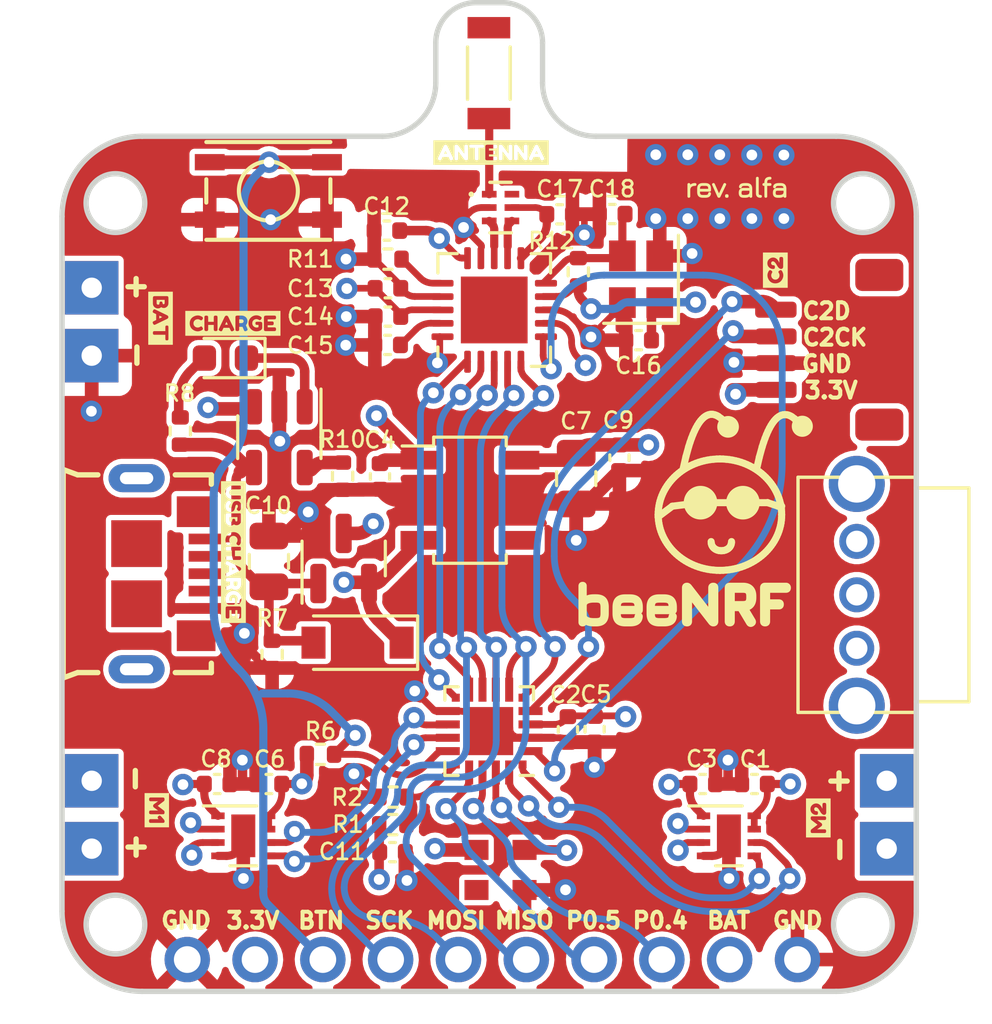
<source format=kicad_pcb>
(kicad_pcb (version 20211014) (generator pcbnew)
  (title_block (title "beeNRF") (date "2022-09-16") (rev "alfa") (company "Victor Krook"))
  (layers (0 "F.Cu" signal) (1 "In1.Cu" power "GND") (2 "In2.Cu" power "POWER") (31 "B.Cu" signal) (34 "B.Paste" user) (35 "F.Paste" user) (36 "B.SilkS" user "B.Silkscreen") (37 "F.SilkS" user "F.Silkscreen") (38 "B.Mask" user) (39 "F.Mask" user) (44 "Edge.Cuts" user))
  (net 0 "")
  (net 9 "VBUS")
  (net 10 "Net-(R11-Pad2)")
  (net 11 "Net-(R10-Pad2)")
  (net 12 "Net-(FL1-Pad4)")
  (net 13 "Net-(FL1-Pad3)")
  (net 14 "Net-(E1-Pad1)")
  (net 15 "Net-(D4-Pad2)")
  (net 16 "Net-(D4-Pad1)")
  (net 17 "Net-(C18-Pad1)")
  (net 18 "Net-(C17-Pad1)")
  (net 19 "Net-(C16-Pad1)")
  (net 20 "Net-(C15-Pad1)")
  (net 21 "GND")
  (net 22 "/VSYS")
  (net 23 "/VBAT")
  (net 24 "/SCK")
  (net 25 "/P0.5")
  (net 26 "/P0.4")
  (net 27 "/NRF_INT")
  (net 28 "/NRF_CS")
  (net 29 "/NRF_CE")
  (net 30 "/MOTOR_RIGHT_OUT_2")
  (net 31 "/MOTOR_RIGHT_OUT_1")
  (net 32 "/MOTOR_RIGHT_IN_2")
  (net 33 "/MOTOR_RIGHT_IN_1")
  (net 34 "/MOTOR_LEFT_OUT_2")
  (net 35 "/MOTOR_LEFT_OUT_1")
  (net 36 "/MOTOR_LEFT_IN_2")
  (net 37 "/MOTOR_LEFT_IN_1")
  (net 38 "/MOSI")
  (net 39 "/MISO")
  (net 40 "/LED")
  (net 41 "/C2D")
  (net 42 "/C2CK")
  (net 43 "/BTN")
  (net 44 "/BAT+")
  (net 45 "+BATT")
  (net 46 "+3.3V")
  (footprint "kibuzzard-63247AF7" (layer "F.Cu") (at 76.63 73.14)
    (fp_text reference "kibuzzard-63247AF7" hide)
    (fp_text value "G***" hide)
  )
  (footprint "Crystal:Crystal_SMD_2520-4Pin_2.5x2.0mm" (layer "F.Cu") (at 82.25 77.88 90)
    (fp_text reference "Y2" hide)
    (fp_text value "16 MHz" hide)
  )
  (footprint "Resistor_SMD:R_0402_1005Metric" (layer "F.Cu") (at 72.96 97.26 180)
    (fp_text reference "R2")
    (fp_text value "100k" hide)
  )
  (footprint "Capacitor_SMD:C_0402_1005Metric" (layer "F.Cu") (at 82.16 80.16 180)
    (fp_text reference "C16")
    (fp_text value "22pF" hide)
  )
  (footprint "Capacitor_SMD:C_0805_2012Metric" (layer "F.Cu") (at 68.31 88.44 90)
    (fp_text reference "C10")
    (fp_text value "10uF" hide)
  )
  (footprint "Capacitor_SMD:C_0402_1005Metric" (layer "F.Cu") (at 81.17 75.44 180)
    (fp_text reference "C18")
    (fp_text value "22pF" hide)
  )
  (footprint "Package_TO_SOT_SMD:SOT-23-5" (layer "F.Cu") (at 68.7 83.79 -90)
    (fp_text reference "U6" hide)
    (fp_text value "LP4060SB5F" hide)
  )
  (footprint "LED_SMD:LED_0603_1608Metric" (layer "F.Cu") (at 66.68 80.83 180)
    (fp_text reference "D4" hide)
    (fp_text value "CHARGE_LED" hide)
  )
  (footprint "Package_DFN_QFN:QFN-20-1EP_4x4mm_P0.5mm_EP2.5x2.5mm" (layer "F.Cu") (at 76.75 79.03 90)
    (fp_text reference "U8" hide)
    (fp_text value "NRF24L01" hide)
  )
  (footprint "Custom:USB3075-30-A" (layer "F.Cu") (at 66.0025 87.6 -90)
    (fp_text reference "J4" hide)
    (fp_text value "USB3075-30-A" hide)
  )
  (footprint "Capacitor_SMD:C_0402_1005Metric" (layer "F.Cu") (at 72.7674 78.2176)
    (fp_text reference "C13")
    (fp_text value "10nF" hide)
  )
  (footprint "Capacitor_SMD:C_0402_1005Metric" (layer "F.Cu") (at 79.51 94.73 -90)
    (fp_text reference "C2")
    (fp_text value "1uF" hide)
  )
  (footprint "kibuzzard-63246C29" (layer "F.Cu") (at 64.11 97.75 -90)
    (fp_text reference "kibuzzard-63246C29" hide)
    (fp_text value "G***" hide)
  )
  (footprint "Package_DFN_QFN:SiliconLabs_QFN-20-1EP_3x3mm_P0.5mm_EP1.8x1.8mm" (layer "F.Cu") (at 76.56 94.79 180)
    (fp_text reference "U2" hide)
    (fp_text value "EFM8BB10F2G-A-QFN20" hide)
  )
  (footprint "Resistor_SMD:R_0402_1005Metric" (layer "F.Cu") (at 79.9 77.6 90)
    (fp_text reference "R12")
    (fp_text value "1M" hide)
  )
  (footprint "Capacitor_SMD:C_0402_1005Metric" (layer "F.Cu") (at 81.44 84.56 -90)
    (fp_text reference "C9")
    (fp_text value "4.7uF" hide)
  )
  (footprint "Resistor_SMD:R_0402_1005Metric" (layer "F.Cu") (at 64.99 83.56 90)
    (fp_text reference "R8")
    (fp_text value "330" hide)
  )
  (footprint "Custom:Conn_01x02_VBAT" (layer "F.Cu") (at 89.42 97.92 90)
    (fp_text reference "J8" hide)
    (fp_text value "MOTOR_RIGHT" hide)
  )
  (footprint "Capacitor_SMD:C_0402_1005Metric" (layer "F.Cu") (at 72.73 76.06 180)
    (fp_text reference "C12")
    (fp_text value "4.7uF" hide)
  )
  (footprint "Resistor_SMD:R_0402_1005Metric" (layer "F.Cu") (at 68.43 91.92 -90)
    (fp_text reference "R7")
    (fp_text value "10k" hide)
  )
  (footprint "Capacitor_SMD:C_0402_1005Metric" (layer "F.Cu") (at 80.51 94.72 -90)
    (fp_text reference "C5")
    (fp_text value "0.1uF")
  )
  (footprint "Capacitor_SMD:C_0402_1005Metric" (layer "F.Cu") (at 84.56 96.77)
    (fp_text reference "C3")
    (fp_text value "0.1uF" hide)
  )
  (footprint "Connector_PinSocket_2.54mm:PinSocket_1x10_P2.54mm_Vertical" (layer "F.Cu") (at 65.25 103.34 90)
    (fp_text reference "J1" hide)
    (fp_text value "Exposed pins" hide)
  )
  (footprint "Capacitor_SMD:C_0805_2012Metric" (layer "F.Cu") (at 79.82 85.34 -90)
    (fp_text reference "C7")
    (fp_text value "10uF" hide)
  )
  (footprint "Resistor_SMD:R_0402_1005Metric" (layer "F.Cu") (at 72.95 98.29)
    (fp_text reference "R1")
    (fp_text value "200k" hide)
  )
  (footprint "Capacitor_SMD:C_0402_1005Metric" (layer "F.Cu") (at 72.94 99.32)
    (fp_text reference "C11")
    (fp_text value "1uF" hide)
  )
  (footprint "Capacitor_SMD:C_0402_1005Metric" (layer "F.Cu") (at 66.37 96.77)
    (fp_text reference "C8")
    (fp_text value "0.1uF" hide)
  )
  (footprint "Package_SON:WSON-8-1EP_2x2mm_P0.5mm_EP0.9x1.6mm" (layer "F.Cu") (at 67.35 98.71)
    (fp_text reference "U1" hide)
    (fp_text value "DRV8837" hide)
  )
  (footprint "Resistor_SMD:R_0402_1005Metric" (layer "F.Cu") (at 72.7674 77.1276)
    (fp_text reference "R11")
    (fp_text value "22k" hide)
  )
  (footprint "Custom:Conn_01x02_VBAT" (layer "F.Cu") (at 59.639 79.47 90)
    (fp_text reference "J5" hide)
    (fp_text value "BATTERY" hide)
  )
  (footprint "Capacitor_SMD:C_0402_1005Metric" (layer "F.Cu") (at 68.31 96.77 180)
    (fp_text reference "C6")
    (fp_text value "0.1uF" hide)
  )
  (footprint "Custom:2450BM14A0002" (layer "F.Cu") (at 76.9874 75.1976)
    (fp_text reference "FL1" hide)
    (fp_text value "2450BM14A0002T" hide)
  )
  (footprint "Package_TO_SOT_SMD:SOT-89-5" (layer "F.Cu") (at 75.84 86.15)
    (fp_text reference "U5" hide)
    (fp_text value "LDO_WL2803K33-5" hide)
  )
  (footprint "Package_TO_SOT_SMD:SOT-23" (layer "F.Cu") (at 71.11 88.33 90)
    (fp_text reference "Q1" hide)
    (fp_text value "Q_PMOS_GSD" hide)
  )
  (footprint "Capacitor_SMD:C_0402_1005Metric" (layer "F.Cu") (at 72.7574 80.3376 180)
    (fp_text reference "C15")
    (fp_text value "33nF" hide)
  )
  (footprint "kibuzzard-63247D50" (layer "F.Cu") (at 66.98 88.09 -90)
    (fp_text reference "kibuzzard-63247D50" hide)
    (fp_text value "G***" hide)
  )
  (footprint "Capacitor_SMD:C_0402_1005Metric" (layer "F.Cu") (at 72.7674 79.2776 180)
    (fp_text reference "C14")
    (fp_text value "1nF" hide)
  )
  (footprint "kibuzzard-63246BF5" (layer "F.Cu") (at 88.89 98.04 90)
    (fp_text reference "kibuzzard-63246BF5" hide)
    (fp_text value "G***" hide)
  )
  (footprint "Custom:JST_SH_SM04B-SRSS-TB_1x04-1MP_P1.00mm_Horizontal_No_silk" (layer "F.Cu") (at 89.3 80.52 90)
    (fp_text reference "J3" hide)
    (fp_text value "DEBUG" hide)
  )
  (footprint "Custom:2450AT18B100E_pcb_antenna" (layer "F.Cu") (at 76.55 70.1675 90)
    (fp_text reference "E1" hide)
    (fp_text value "2450AT18B100E" hide)
  )
  (footprint "LED_SMD:LED_WS2812B_PLCC4_5.0x5.0mm_P3.2mm" (layer "F.Cu") (at 77 100)
    (fp_text reference "D1" hide)
    (fp_text value "WS2812B" hide)
  )
  (footprint "kibuzzard-63246B6F" (layer "F.Cu") (at 64.25 79.34 -90)
    (fp_text reference "kibuzzard-63246B6F" hide)
    (fp_text value "G***" hide)
  )
  (footprint "Diode_SMD:D_SOD-123" (layer "F.Cu") (at 71.63 91.48 180)
    (fp_text reference "D2" hide)
    (fp_text value "D_Schottky" hide)
  )
  (footprint "Custom:PTS815" (layer "F.Cu") (at 68.288949 74.574999)
    (fp_text reference "SW1" hide)
    (fp_text value "RESET" hide)
  )
  (footprint "Package_SON:WSON-8-1EP_2x2mm_P0.5mm_EP0.9x1.6mm" (layer "F.Cu") (at 85.54 98.71)
    (fp_text reference "U3" hide)
    (fp_text value "DRV8837" hide)
  )
  (footprint "Custom:toggle_switch_SK12D07VG4" (layer "F.Cu") (at 90.33 89.69 90)
    (fp_text reference "U7" hide)
    (fp_text value "SK12D07VG4" hide)
  )
  (footprint "Capacitor_SMD:C_0402_1005Metric" (layer "F.Cu") (at 79.2 75.45)
    (fp_text reference "C17")
    (fp_text value "2.2nF" hide)
  )
  (footprint "Capacitor_SMD:C_0402_1005Metric" (layer "F.Cu") (at 72.47 85.26 -90)
    (fp_text reference "C4")
    (fp_text value "4.7uF" hide)
  )
  (footprint "Capacitor_SMD:C_0402_1005Metric" (layer "F.Cu") (at 86.5 96.77 180)
    (fp_text reference "C1")
    (fp_text value "0.1uF" hide)
  )
  (footprint "Custom:Conn_01x02_VBAT" (layer "F.Cu") (at 59.639 97.92 90)
    (fp_text reference "J7" hide)
    (fp_text value "MOTOR_LEFT" hide)
  )
  (footprint "Resistor_SMD:R_0402_1005Metric" (layer "F.Cu") (at 71.07 85.25 90)
    (fp_text reference "R10")
    (fp_text value "10k" hide)
  )
  (footprint "Resistor_SMD:R_0402_1005Metric" (layer "F.Cu") (at 70.24 95.66 180)
    (fp_text reference "R6")
    (fp_text value "10k" hide)
  )
  (footprint "kibuzzard-63247AD7" (layer "F.Cu") (at 87.28 77.54 90)
    (fp_text reference "kibuzzard-63247AD7" hide)
    (fp_text value "G***" hide)
  )
  (footprint "kibuzzard-63246BBB" (layer "F.Cu") (at 66.96 79.53)
    (fp_text reference "kibuzzard-63246BBB" hide)
    (fp_text value "G***" hide)
  )
  (gr_line (start 83.414754 88.011555) (end 83.346425 87.932634) (layer "F.SilkS") (width 0.264583))
  (gr_line (start 87.062289 85.448403) (end 87.126422 85.53025) (layer "F.SilkS") (width 0.264583))
  (gr_line (start 87.379295 85.978554) (end 87.415342 86.075065) (layer "F.SilkS") (width 0.264583))
  (gr_line (start 87.898936 83.025508) (end 88.003014 83.102491) (layer "F.SilkS") (width 0.264583))
  (gr_line (start 86.681859 84.531461) (end 86.786886 84.151384) (layer "F.SilkS") (width 0.264583))
  (gr_poly (pts (xy 84.960819 89.33706) (xy 84.966115 89.33732) (xy 84.971237 89.337754) (xy 84.976186 89.338362) (xy 84.98096 89.339143) (xy 84.985562 89.340098) (xy 84.989989 89.341227) (xy 84.994243 89.342529) (xy 84.998324 89.344005) (xy 85.00223 89.345655) (xy 85.005964 89.347478) (xy 85.009523 89.349475) (xy 85.012909 89.351645) (xy 85.016121 89.353989) (xy 85.01916 89.356507) (xy 85.022025 89.359198) (xy 85.024716 89.362063) (xy 85.027234 89.365102) (xy 85.029578 89.368314) (xy 85.031748 89.3717) (xy 85.033745 89.375259) (xy 85.035568 89.378992) (xy 85.037218 89.382899) (xy 85.038693 89.386979) (xy 85.039996 89.391233) (xy 85.041124 89.395661) (xy 85.042079 89.400262) (xy 85.042861 89.405037) (xy 85.043468 89.409986) (xy 85.043902 89.415108) (xy 85.044163 89.420404) (xy 85.04425 89.425873) (xy 85.04425 90.683173) (xy 85.044163 90.688642) (xy 85.043902 90.693938) (xy 85.043468 90.69906) (xy 85.042861 90.704009) (xy 85.042079 90.708784) (xy 85.041124 90.713385) (xy 85.039996 90.717813) (xy 85.038693 90.722067) (xy 85.037218 90.726147) (xy 85.035568 90.730054) (xy 85.033745 90.733787) (xy 85.031748 90.737346) (xy 85.029578 90.740732) (xy 85.027234 90.743944) (xy 85.024716 90.746983) (xy 85.022025 90.749848) (xy 85.01916 90.752539) (xy 85.016121 90.755057) (xy 85.012909 90.757401) (xy 85.009523 90.759571) (xy 85.005964 90.761568) (xy 85.00223 90.763391) (xy 84.998324 90.765041) (xy 84.994243 90.766517) (xy 84.989989 90.767819) (xy 84.985562 90.768947) (xy 84.98096 90.769902) (xy 84.976186 90.770684) (xy 84.971237 90.771292) (xy 84.966115 90.771726) (xy 84.960819 90.771986) (xy 84.95535 90.772073) (xy 84.949421 90.771866) (xy 84.943543 90.771246) (xy 84.937714 90.770212) (xy 84.931934 90.768765) (xy 84.926204 90.766905) (xy 84.920524 90.764631) (xy 84.914893 90.761944) (xy 84.909312 90.758843) (xy 84.903781 90.755329) (xy 84.898299 90.751402) (xy 84.892867 90.747061) (xy 84.887484 90.742307) (xy 84.882151 90.737139) (xy 84.876867 90.731558) (xy 84.871634 90.725564) (xy 84.86645 90.719156) (xy 84.06 89.68) (xy 84.06 90.683173) (xy 84.059913 90.688642) (xy 84.059652 90.693938) (xy 84.059218 90.69906) (xy 84.058611 90.704009) (xy 84.057829 90.708784) (xy 84.056874 90.713385) (xy 84.055746 90.717813) (xy 84.054443 90.722067) (xy 84.052968 90.726147) (xy 84.051318 90.730054) (xy 84.049495 90.733787) (xy 84.047498 90.737346) (xy 84.045328 90.740732) (xy 84.042984 90.743944) (xy 84.040466 90.746983) (xy 84.037775 90.749848) (xy 84.03491 90.752539) (xy 84.031871 90.755057) (xy 84.028659 90.757401) (xy 84.025273 90.759571) (xy 84.021714 90.761568) (xy 84.017981 90.763391) (xy 84.014074 90.765041) (xy 84.009994 90.766517) (xy 84.005739 90.767819) (xy 84.001312 90.768947) (xy 83.996711 90.769902) (xy 83.991936 90.770684) (xy 83.986987 90.771292) (xy 83.981865 90.771726) (xy 83.976569 90.771986) (xy 83.9711 90.772073) (xy 83.96563 90.771986) (xy 83.960334 90.771726) (xy 83.955212 90.771292) (xy 83.950264 90.770684) (xy 83.945489 90.769902) (xy 83.940888 90.768947) (xy 83.93646 90.767819) (xy 83.932206 90.766517) (xy 83.928125 90.765041) (xy 83.924219 90.763391) (xy 83.920486 90.761568) (xy 83.916926 90.759571) (xy 83.91354 90.757401) (xy 83.910328 90.755057) (xy 83.90729 90.752539) (xy 83.904425 90.749848) (xy 83.901733 90.746983) (xy 83.899216 90.743944) (xy 83.896872 90.740732) (xy 83.894701 90.737346) (xy 83.892704 90.733787) (xy 83.890881 90.730054) (xy 83.889232 90.726147) (xy 83.887756 90.722067) (xy 83.886454 90.717813) (xy 83.885325 90.713385) (xy 83.88437 90.708784) (xy 83.883589 90.704009) (xy 83.882981 90.69906) (xy 83.882547 90.693938) (xy 83.882286 90.688642) (xy 83.882199 90.683173) (xy 83.882199 89.622723) (xy 84.015549 89.622723) (xy 84.06 89.68) (xy 84.06 89.622723) (xy 84.015549 89.622723) (xy 83.882199 89.622723) (xy 83.882199 89.425873) (xy 83.882286 89.420404) (xy 83.882547 89.415108) (xy 83.882981 89.409986) (xy 83.883589 89.405037) (xy 83.88437 89.400262) (xy 83.885325 89.395661) (xy 83.886454 89.391233) (xy 83.887756 89.386979) (xy 83.889232 89.382899) (xy 83.890881 89.378992) (xy 83.892704 89.375259) (xy 83.894701 89.3717) (xy 83.896872 89.368314) (xy 83.899216 89.365102) (xy 83.901733 89.362063) (xy 83.904425 89.359198) (xy 83.90729 89.356507) (xy 83.910328 89.353989) (xy 83.91354 89.351645) (xy 83.916926 89.349475) (xy 83.920486 89.347478) (xy 83.924219 89.345655) (xy 83.928125 89.344005) (xy 83.932206 89.342529) (xy 83.93646 89.341227) (xy 83.940888 89.340098) (xy 83.945489 89.339143) (xy 83.950264 89.338362) (xy 83.955212 89.337754) (xy 83.960334 89.33732) (xy 83.96563 89.33706) (xy 83.9711 89.336973) (xy 83.976781 89.33718) (xy 83.982447 89.3378) (xy 83.988095 89.338833) (xy 83.993727 89.34028) (xy 83.999341 89.342141) (xy 84.00494 89.344414) (xy 84.010521 89.347102) (xy 84.016086 89.350202) (xy 84.021633 89.353716) (xy 84.027165 89.357643) (xy 84.032679 89.361984) (xy 84.038177 89.366739) (xy 84.043657 89.371906) (xy 84.049122 89.377487) (xy 84.054569 89.383482) (xy 84.06 89.38989) (xy 84.86645 90.429046) (xy 84.86645 90.486323) (xy 84.9109 90.486323) (xy 84.86645 90.429046) (xy 84.86645 89.425873) (xy 84.866536 89.420404) (xy 84.866797 89.415108) (xy 84.867231 89.409986) (xy 84.867839 89.405037) (xy 84.86862 89.400262) (xy 84.869575 89.395661) (xy 84.870704 89.391233) (xy 84.872006 89.386979) (xy 84.873482 89.382899) (xy 84.875131 89.378992) (xy 84.876954 89.375259) (xy 84.878951 89.3717) (xy 84.881122 89.368314) (xy 84.883466 89.365102) (xy 84.885983 89.362063) (xy 84.888675 89.359198) (xy 84.89154 89.356507) (xy 84.894578 89.353989) (xy 84.89779 89.351645) (xy 84.901176 89.349475) (xy 84.904736 89.347478) (xy 84.908469 89.345655) (xy 84.912376 89.344005) (xy 84.916456 89.342529) (xy 84.92071 89.341227) (xy 84.925138 89.340098) (xy 84.929739 89.339143) (xy 84.934514 89.338362) (xy 84.939462 89.337754) (xy 84.944584 89.33732) (xy 84.94988 89.33706) (xy 84.95535 89.336973)) (layer "F.SilkS") (width 0.2) (fill solid))
  (gr_line (start 86.921573 88.087414) (end 86.845267 88.160073) (layer "F.SilkS") (width 0.264583))
  (gr_line (start 86.110344 88.609625) (end 86.004997 88.647291) (layer "F.SilkS") (width 0.264583))
  (gr_line (start 84.403722 84.733742) (end 84.511604 84.700652) (layer "F.SilkS") (width 0.264583))
  (gr_line (start 83.727264 85.085795) (end 83.814498 85.023562) (layer "F.SilkS") (width 0.264583))
  (gr_line (start 88.003014 83.102491) (end 88.103376 83.199774) (layer "F.SilkS") (width 0.264583))
  (gr_line (start 87.51414 82.967067) (end 87.570461 82.951779) (layer "F.SilkS") (width 0.264583))
  (gr_line (start 87.682055 82.94661) (end 87.737177 82.955844) (layer "F.SilkS") (width 0.264583))
  (gr_poly (pts (xy 86.092647 85.713343) (xy 86.119521 85.715386) (xy 86.146003 85.718751) (xy 86.172062 85.723405) (xy 86.197663 85.729314) (xy 86.222774 85.736444) (xy 86.247362 85.744764) (xy 86.271392 85.754239) (xy 86.294832 85.764836) (xy 86.317649 85.776522) (xy 86.339809 85.789263) (xy 86.361279 85.803028) (xy 86.382025 85.817781) (xy 86.402016 85.83349) (xy 86.421216 85.850122) (xy 86.439594 85.867644) (xy 86.457115 85.886021) (xy 86.473747 85.905222) (xy 86.489457 85.925212) (xy 86.50421 85.945959) (xy 86.517974 85.967429) (xy 86.530716 85.989589) (xy 86.542402 86.012405) (xy 86.552999 86.035845) (xy 86.562474 86.059876) (xy 86.570793 86.084463) (xy 86.577924 86.109574) (xy 86.583832 86.135175) (xy 86.588486 86.161234) (xy 86.591851 86.187717) (xy 86.593895 86.21459) (xy 86.594583 86.241821) (xy 86.593895 86.269052) (xy 86.591851 86.295925) (xy 86.588486 86.322408) (xy 86.583832 86.348466) (xy 86.577924 86.374068) (xy 86.570793 86.399179) (xy 86.562474 86.423766) (xy 86.552999 86.447796) (xy 86.542402 86.471236) (xy 86.530716 86.494053) (xy 86.517974 86.516213) (xy 86.50421 86.537683) (xy 86.489457 86.55843) (xy 86.473747 86.57842) (xy 86.457115 86.59762) (xy 86.439594 86.615998) (xy 86.421216 86.633519) (xy 86.402016 86.650151) (xy 86.382025 86.665861) (xy 86.361279 86.680614) (xy 86.339809 86.694378) (xy 86.317649 86.70712) (xy 86.294832 86.718806) (xy 86.271392 86.729403) (xy 86.247362 86.738878) (xy 86.222774 86.747197) (xy 86.197663 86.754328) (xy 86.172062 86.760237) (xy 86.146003 86.76489) (xy 86.119521 86.768255) (xy 86.092647 86.770299) (xy 86.065417 86.770987) (xy 86.038186 86.770299) (xy 86.011312 86.768255) (xy 85.98483 86.76489) (xy 85.958771 86.760237) (xy 85.93317 86.754328) (xy 85.908059 86.747197) (xy 85.883471 86.738878) (xy 85.859441 86.729403) (xy 85.836001 86.718806) (xy 85.813184 86.70712) (xy 85.791024 86.694378) (xy 85.769554 86.680614) (xy 85.748808 86.665861) (xy 85.728817 86.650151) (xy 85.709617 86.633519) (xy 85.691239 86.615998) (xy 85.673718 86.59762) (xy 85.657086 86.57842) (xy 85.641377 86.55843) (xy 85.626623 86.537683) (xy 85.612859 86.516213) (xy 85.600117 86.494053) (xy 85.588431 86.471236) (xy 85.577834 86.447796) (xy 85.56836 86.423766) (xy 85.56004 86.399179) (xy 85.552909 86.374068) (xy 85.547001 86.348466) (xy 85.542347 86.322408) (xy 85.538982 86.295925) (xy 85.536938 86.269052) (xy 85.53625 86.241821) (xy 85.536938 86.21459) (xy 85.538982 86.187717) (xy 85.542347 86.161234) (xy 85.547001 86.135175) (xy 85.552909 86.109574) (xy 85.56004 86.084463) (xy 85.56836 86.059876) (xy 85.577834 86.035845) (xy 85.588431 86.012405) (xy 85.600117 85.989589) (xy 85.612859 85.967429) (xy 85.626623 85.945959) (xy 85.641377 85.925212) (xy 85.657086 85.905222) (xy 85.673718 85.886021) (xy 85.691239 85.867644) (xy 85.709617 85.850122) (xy 85.728817 85.83349) (xy 85.748808 85.817781) (xy 85.769554 85.803028) (xy 85.791024 85.789263) (xy 85.813184 85.776522) (xy 85.836001 85.764836) (xy 85.859441 85.754239) (xy 85.883471 85.744764) (xy 85.908059 85.736444) (xy 85.93317 85.729314) (xy 85.958771 85.723405) (xy 85.98483 85.718751) (xy 86.011312 85.715386) (xy 86.038186 85.713343) (xy 86.065417 85.712654)) (layer "F.SilkS") (width 0.2) (fill solid))
  (gr_line (start 87.062289 87.932634) (end 86.99396 88.011555) (layer "F.SilkS") (width 0.264583))
  (gr_line (start 86.594218 88.357472) (end 86.503619 88.415954) (layer "F.SilkS") (width 0.264583))
  (gr_line (start 83.929839 84.521272) (end 84.034868 84.141195) (layer "F.SilkS") (width 0.264583))
  (gr_line (start 86.949746 83.691274) (end 87.005148 83.565468) (layer "F.SilkS") (width 0.264583))
  (gr_line (start 84.818446 82.941589) (end 84.874443 82.934917) (layer "F.SilkS") (width 0.264583))
  (gr_line (start 82.893392 86.796748) (end 82.890417 86.690528) (layer "F.SilkS") (width 0.264583))
  (gr_line (start 83.222494 87.766152) (end 83.167169 87.678867) (layer "F.SilkS") (width 0.264583))
  (gr_poly (pts (xy 88.30571 83.087628) (xy 88.320684 83.088767) (xy 88.33544 83.090642) (xy 88.34996 83.093235) (xy 88.364226 83.096527) (xy 88.378218 83.100501) (xy 88.391919 83.105136) (xy 88.405309 83.110416) (xy 88.41837 83.116321) (xy 88.431083 83.122832) (xy 88.443431 83.129932) (xy 88.455395 83.137602) (xy 88.466955 83.145822) (xy 88.478094 83.154576) (xy 88.488793 83.163843) (xy 88.499033 83.173607) (xy 88.508796 83.183847) (xy 88.518064 83.194546) (xy 88.526817 83.205685) (xy 88.535038 83.217245) (xy 88.542708 83.229208) (xy 88.549808 83.241556) (xy 88.556319 83.25427) (xy 88.562224 83.267331) (xy 88.567503 83.280721) (xy 88.572139 83.294422) (xy 88.576113 83.308414) (xy 88.579405 83.322679) (xy 88.581998 83.3372) (xy 88.583873 83.351956) (xy 88.585012 83.36693) (xy 88.585396 83.382104) (xy 88.585012 83.397277) (xy 88.583873 83.412251) (xy 88.581998 83.427008) (xy 88.579405 83.441528) (xy 88.576113 83.455794) (xy 88.572139 83.469786) (xy 88.567503 83.483486) (xy 88.562224 83.496876) (xy 88.556319 83.509938) (xy 88.549808 83.522651) (xy 88.542708 83.534999) (xy 88.535038 83.546963) (xy 88.526817 83.558523) (xy 88.518064 83.569662) (xy 88.508796 83.580361) (xy 88.499033 83.590601) (xy 88.488793 83.600364) (xy 88.478094 83.609632) (xy 88.466955 83.618385) (xy 88.455395 83.626606) (xy 88.443431 83.634276) (xy 88.431083 83.641375) (xy 88.41837 83.647887) (xy 88.405309 83.653792) (xy 88.391919 83.659071) (xy 88.378218 83.663707) (xy 88.364226 83.66768) (xy 88.34996 83.670973) (xy 88.33544 83.673566) (xy 88.320684 83.675441) (xy 88.30571 83.67658) (xy 88.290536 83.676963) (xy 88.275363 83.67658) (xy 88.260388 83.675441) (xy 88.245632 83.673566) (xy 88.231112 83.670973) (xy 88.216846 83.66768) (xy 88.202854 83.663707) (xy 88.189153 83.659071) (xy 88.175763 83.653792) (xy 88.162702 83.647887) (xy 88.149989 83.641375) (xy 88.137641 83.634276) (xy 88.125677 83.626606) (xy 88.114117 83.618385) (xy 88.102978 83.609632) (xy 88.092279 83.600364) (xy 88.082039 83.590601) (xy 88.072276 83.580361) (xy 88.063008 83.569662) (xy 88.054255 83.558523) (xy 88.046034 83.546963) (xy 88.038364 83.534999) (xy 88.031265 83.522651) (xy 88.024753 83.509938) (xy 88.018848 83.496876) (xy 88.013569 83.483486) (xy 88.008933 83.469786) (xy 88.00496 83.455794) (xy 88.001667 83.441528) (xy 87.999074 83.427008) (xy 87.997199 83.412251) (xy 87.99606 83.397277) (xy 87.995677 83.382104) (xy 87.99606 83.36693) (xy 87.997199 83.351956) (xy 87.999074 83.3372) (xy 88.001667 83.322679) (xy 88.00496 83.308414) (xy 88.008933 83.294422) (xy 88.013569 83.280721) (xy 88.018848 83.267331) (xy 88.024753 83.25427) (xy 88.031265 83.241556) (xy 88.038364 83.229208) (xy 88.046034 83.217245) (xy 88.054255 83.205685) (xy 88.063008 83.194546) (xy 88.072276 83.183847) (xy 88.082039 83.173607) (xy 88.092279 83.163843) (xy 88.102978 83.154576) (xy 88.114117 83.145822) (xy 88.125677 83.137602) (xy 88.137641 83.129932) (xy 88.149989 83.122832) (xy 88.162702 83.116321) (xy 88.175763 83.110416) (xy 88.189153 83.105136) (xy 88.202854 83.100501) (xy 88.216846 83.096527) (xy 88.231112 83.093235) (xy 88.245632 83.090642) (xy 88.260388 83.088767) (xy 88.275363 83.087628) (xy 88.290536 83.087244)) (layer "F.SilkS") (width 0.2) (fill solid))
  (gr_line (start 84.762125 82.956877) (end 84.818446 82.941589) (layer "F.SilkS") (width 0.264583))
  (gr_line (start 85.443016 88.764233) (end 85.324541 88.77238) (layer "F.SilkS") (width 0.264583))
  (gr_poly (pts (xy 84.666982 74.305691) (xy 84.678724 74.306231) (xy 84.69005 74.30713) (xy 84.700957 74.308389) (xy 84.711448 74.310007) (xy 84.72152 74.311986) (xy 84.731176 74.314323) (xy 84.740413 74.317021) (xy 84.749233 74.320078) (xy 84.757636 74.323495) (xy 84.765621 74.327271) (xy 84.773189 74.331408) (xy 84.780339 74.335903) (xy 84.787071 74.340759) (xy 84.793386 74.345974) (xy 84.799284 74.351549) (xy 84.804859 74.357446) (xy 84.810074 74.363761) (xy 84.814929 74.370494) (xy 84.819425 74.377644) (xy 84.823561 74.385212) (xy 84.827338 74.393197) (xy 84.830755 74.401599) (xy 84.833812 74.410419) (xy 84.836509 74.419657) (xy 84.838847 74.429312) (xy 84.840825 74.439385) (xy 84.842444 74.449875) (xy 84.843703 74.460783) (xy 84.844602 74.472108) (xy 84.845141 74.483851) (xy 84.845321 74.496011) (xy 84.845321 74.548928) (xy 84.845214 74.552324) (xy 84.845079 74.55394) (xy 84.844891 74.555502) (xy 84.844649 74.557008) (xy 84.844354 74.55846) (xy 84.844004 74.559857) (xy 84.843601 74.561199) (xy 84.843145 74.562486) (xy 84.842634 74.563718) (xy 84.84207 74.564896) (xy 84.841452 74.566019) (xy 84.84078 74.567087) (xy 84.840054 74.5681) (xy 84.839275 74.569059) (xy 84.838442 74.569963) (xy 84.837555 74.570812) (xy 84.836614 74.571606) (xy 84.83562 74.572346) (xy 84.834572 74.57303) (xy 84.83347 74.57366) (xy 84.832315 74.574235) (xy 84.831106 74.574756) (xy 84.829843 74.575221) (xy 84.828526 74.575632) (xy 84.827156 74.575988) (xy 84.825731 74.576289) (xy 84.824254 74.576536) (xy 84.822722 74.576727) (xy 84.821137 74.576864) (xy 84.819497 74.576947) (xy 84.817805 74.576974) (xy 84.432571 74.576974) (xy 84.432571 74.615603) (xy 84.432687 74.624756) (xy 84.433034 74.633562) (xy 84.433613 74.64202) (xy 84.434423 74.650131) (xy 84.435465 74.657895) (xy 84.436738 74.665312) (xy 84.438243 74.672381) (xy 84.439979 74.679103) (xy 84.441947 74.685478) (xy 84.444146 74.691505) (xy 84.446577 74.697186) (xy 84.44924 74.702519) (xy 84.452134 74.707505) (xy 84.455259 74.712143) (xy 84.458616 74.716434) (xy 84.462205 74.720378) (xy 84.466153 74.723967) (xy 84.470456 74.727324) (xy 84.475115 74.730449) (xy 84.48013 74.733343) (xy 84.4855 74.736005) (xy 84.491226 74.738436) (xy 84.497307 74.740636) (xy 84.503744 74.742603) (xy 84.510536 74.74434) (xy 84.517684 74.745844) (xy 84.525187 74.747118) (xy 84.533046 74.748159) (xy 84.541261 74.74897) (xy 84.549831 74.749548) (xy 84.558757 74.749896) (xy 84.568038 74.750011) (xy 84.654821 74.750011) (xy 84.67092 74.749747) (xy 84.685877 74.748953) (xy 84.692927 74.748358) (xy 84.699693 74.74763) (xy 84.706173 74.746771) (xy 84.712368 74.745778) (xy 84.718278 74.744654) (xy 84.723902 74.743397) (xy 84.729242 74.742008) (xy 84.734295 74.740487) (xy 84.739064 74.738833) (xy 84.743548 74.737047) (xy 84.747746 74.735129) (xy 84.751659 74.733078) (xy 84.753553 74.731962) (xy 84.755398 74.730798) (xy 84.757195 74.729585) (xy 84.758943 74.728324) (xy 84.760642 74.727014) (xy 84.762293 74.725655) (xy 84.763896 74.724248) (xy 84.76545 74.722793) (xy 84.766955 74.721288) (xy 84.768412 74.719735) (xy 84.76982 74.718134) (xy 84.771179 74.716484) (xy 84.77249 74.714785) (xy 84.773753 74.713038) (xy 84.774967 74.711243) (xy 84.776132 74.709398) (xy 84.777249 74.707505) (xy 84.778317 74.705564) (xy 84.780308 74.701535) (xy 84.782104 74.697312) (xy 84.783706 74.692895) (xy 84.785114 74.688283) (xy 84.786327 74.683477) (xy 84.787346 74.678477) (xy 84.788171 74.673282) (xy 84.788452 74.671654) (xy 84.788766 74.670074) (xy 84.789114 74.668545) (xy 84.789494 74.667065) (xy 84.789907 74.665634) (xy 84.790354 74.664254) (xy 84.790833 74.662922) (xy 84.791346 74.661641) (xy 84.791892 74.660409) (xy 84.792471 74.659226) (xy 84.793082 74.658093) (xy 84.793727 74.65701) (xy 84.794405 74.655977) (xy 84.795117 74.654993) (xy 84.795861 74.654059) (xy 84.796638 74.653174) (xy 84.797525 74.652341) (xy 84.798465 74.651562) (xy 84.799459 74.650836) (xy 84.800507 74.650165) (xy 84.801609 74.649547) (xy 84.802764 74.648982) (xy 84.803973 74.648472) (xy 84.805236 74.648015) (xy 84.806553 74.647612) (xy 84.807923 74.647262) (xy 84.809348 74.646967) (xy 84.810826 74.646725) (xy 84.812358 74.646537) (xy 84.813943 74.646402) (xy 84.815582 74.646322) (xy 84.817275 74.646295) (xy 84.818968 74.646326) (xy 84.820607 74.646419) (xy 84.822192 74.646574) (xy 84.823724 74.646791) (xy 84.825201 74.64707) (xy 84.826626 74.647411) (xy 84.827996 74.647814) (xy 84.829313 74.648279) (xy 84.830576 74.648806) (xy 84.831785 74.649395) (xy 84.832941 74.650047) (xy 84.834042 74.65076) (xy 84.835091 74.651535) (xy 84.836085 74.652372) (xy 84.837026 74.653271) (xy 84.837913 74.654232) (xy 84.838804 74.655183) (xy 84.839624 74.656184) (xy 84.840374 74.657234) (xy 84.841054 74.658334) (xy 84.841664 74.659483) (xy 84.842203 74.660682) (xy 84.842673 74.66193) (xy 84.843072 74.663228) (xy 84.8434 74.664576) (xy 84.843659 74.665973) (xy 84.843847 74.66742) (xy 84.843965 74.668916) (xy 84.844013 74.670463) (xy 84.84399 74.672058) (xy 84.843897 74.673704) (xy 84.843734 74.675399) (xy 84.842719 74.683597) (xy 84.841393 74.691522) (xy 84.839758 74.699174) (xy 84.837813 74.706554) (xy 84.835558 74.71366) (xy 84.832992 74.720494) (xy 84.830117 74.727055) (xy 84.826932 74.733343) (xy 84.823436 74.739358) (xy 84.819631 74.7451) (xy 84.815516 74.75057) (xy 84.81109 74.755766) (xy 84.806355 74.76069) (xy 84.801309 74.765341) (xy 84.795954 74.769719) (xy 84.790288 74.773824) (xy 84.784301 74.777669) (xy 84.777984 74.781265) (xy 84.771337 74.784614) (xy 84.764358 74.787715) (xy 84.757049 74.790567) (xy 84.749409 74.793172) (xy 84.741439 74.795528) (xy 84.733137 74.797636) (xy 84.724505 74.799497) (xy 84.715543 74.801109) (xy 84.706249 74.802473) (xy 84.696625 74.80359) (xy 84.68667 74.804458) (xy 84.676385 74.805078) (xy 84.665768 74.80545) (xy 84.654821 74.805574) (xy 84.568038 74.805574) (xy 84.555875 74.805396) (xy 84.544126 74.804863) (xy 84.53279 74.803974) (xy 84.521867 74.80273) (xy 84.511358 74.80113) (xy 84.501263 74.799175) (xy 84.491581 74.796864) (xy 84.482312 74.794197) (xy 84.473457 74.791175) (xy 84.465015 74.787798) (xy 84.456987 74.784065) (xy 84.449372 74.779976) (xy 84.442171 74.775532) (xy 84.435382 74.770732) (xy 84.429008 74.765577) (xy 84.423046 74.760066) (xy 84.417471 74.754106) (xy 84.412256 74.747738) (xy 84.407401 74.74096) (xy 84.402905 74.733773) (xy 84.398769 74.726176) (xy 84.394992 74.718171) (xy 84.391575 74.709756) (xy 84.388518 74.700931) (xy 84.385821 74.691698) (xy 84.383483 74.682055) (xy 84.381505 74.672003) (xy 84.379886 74.661541) (xy 84.378627 74.650671) (xy 84.377728 74.639391) (xy 84.377189 74.627702) (xy 84.377009 74.615603) (xy 84.377009 74.521411) (xy 84.432571 74.521411) (xy 84.789759 74.521411) (xy 84.789759 74.496011) (xy 84.789643 74.486732) (xy 84.789296 74.477813) (xy 84.788717 74.469253) (xy 84.787906 74.461053) (xy 84.786865 74.453213) (xy 84.785591 74.445732) (xy 84.784086 74.438611) (xy 84.78235 74.43185) (xy 84.780382 74.425448) (xy 84.778182 74.419406) (xy 84.775752 74.413724) (xy 84.773089 74.408402) (xy 84.770196 74.403439) (xy 84.76707 74.398835) (xy 84.763714 74.394591) (xy 84.760125 74.390707) (xy 84.756241 74.387119) (xy 84.751997 74.383762) (xy 84.747394 74.380636) (xy 84.742431 74.377742) (xy 84.737108 74.37508) (xy 84.731426 74.372649) (xy 84.725383 74.37045) (xy 84.718982 74.368482) (xy 84.71222 74.366746) (xy 84.705099 74.365241) (xy 84.697619 74.363968) (xy 84.689778 74.362926) (xy 84.681579 74.362116) (xy 84.673019 74.361537) (xy 84.6641 74.36119) (xy 84.654821 74.361074) (xy 84.568038 74.361074) (xy 84.558757 74.361064) (xy 84.549831 74.361297) (xy 84.541261 74.361774) (xy 84.533046 74.362496) (xy 84.525187 74.363461) (xy 84.517684 74.36467) (xy 84.510536 74.366123) (xy 84.503744 74.367821) (xy 84.497307 74.369762) (xy 84.491226 74.371946) (xy 84.4855 74.374375) (xy 84.48013 74.377048) (xy 84.475115 74.379965) (xy 84.470456 74.383125) (xy 84.466153 74.38653) (xy 84.462205 74.390178) (xy 84.458616 74.394064) (xy 84.455259 74.398314) (xy 84.452134 74.402928) (xy 84.44924 74.407906) (xy 84.446577 74.413247) (xy 84.444146 74.418952) (xy 84.441947 74.425021) (xy 84.439979 74.431453) (xy 84.438243 74.43825) (xy 84.436738 74.44541) (xy 84.435465 74.452934) (xy 84.434423 74.460822) (xy 84.433613 74.469074) (xy 84.433034 74.477689) (xy 84.432687 74.486668) (xy 84.432571 74.496011) (xy 84.432571 74.521411) (xy 84.377009 74.521411) (xy 84.377009 74.496011) (xy 84.377189 74.483723) (xy 84.377728 74.47186) (xy 84.378627 74.460423) (xy 84.379886 74.449412) (xy 84.381505 74.438827) (xy 84.383483 74.428667) (xy 84.385821 74.418933) (xy 84.388518 74.409625) (xy 84.391575 74.400743) (xy 84.394992 74.392287) (xy 84.398769 74.384256) (xy 84.402905 74.376652) (xy 84.407401 74.369473) (xy 84.412256 74.36272) (xy 84.417471 74.356392) (xy 84.423046 74.350491) (xy 84.429008 74.34492) (xy 84.435382 74.339717) (xy 84.442171 74.334882) (xy 84.449372 74.330415) (xy 84.456987 74.326316) (xy 84.465015 74.322585) (xy 84.473457 74.319222) (xy 84.482312 74.316227) (xy 84.491581 74.3136) (xy 84.501263 74.31134) (xy 84.511358 74.309449) (xy 84.521867 74.307925) (xy 84.53279 74.30677) (xy 84.544126 74.305983) (xy 84.555875 74.305563) (xy 84.568038 74.305511) (xy 84.654821 74.305511)) (layer "F.SilkS") (width 0.05) (fill solid))
  (gr_line (start 83.167169 87.678867) (end 83.116456 87.58907) (layer "F.SilkS") (width 0.264583))
  (gr_line (start 84.365159 83.342355) (end 84.421631 83.254353) (layer "F.SilkS") (width 0.264583))
  (gr_line (start 86.76518 88.229394) (end 86.681451 88.295239) (layer "F.SilkS") (width 0.264583))
  (gr_line (start 82.936913 87.10721) (end 82.916779 87.005227) (layer "F.SilkS") (width 0.264583))
  (gr_line (start 85.443016 84.616801) (end 85.55965 84.630213) (layer "F.SilkS") (width 0.264583))
  (gr_line (start 85.519805 87.955038) (end 85.545514 87.932193) (layer "F.SilkS") (width 0.264583))
  (gr_line (start 83.563448 85.220962) (end 83.643535 85.151641) (layer "F.SilkS") (width 0.264583))
  (gr_line (start 87.34399 83.06906) (end 87.400829 83.025265) (layer "F.SilkS") (width 0.264583))
  (gr_line (start 84.734417 88.732284) (end 84.621882 88.708758) (layer "F.SilkS") (width 0.264583))
  (gr_line (start 87.446223 86.173538) (end 87.4718 86.273836) (layer "F.SilkS") (width 0.264583))
  (gr_line (start 84.734417 84.64875) (end 84.849071 84.630213) (layer "F.SilkS") (width 0.264583))
  (gr_line (start 83.905096 84.96508) (end 83.998922 84.910486) (layer "F.SilkS") (width 0.264583))
  (gr_line (start 82.902225 86.901693) (end 82.893392 86.796748) (layer "F.SilkS") (width 0.264583))
  (gr_line (start 84.893688 87.813939) (end 84.907639 87.847534) (layer "F.SilkS") (width 0.264583))
  (gr_line (start 83.029418 87.402488) (end 82.993371 87.305979) (layer "F.SilkS") (width 0.264583))
  (gr_line (start 85.022187 87.975195) (end 85.052096 87.992664) (layer "F.SilkS") (width 0.264583))
  (gr_line (start 85.039733 82.962177) (end 85.093678 82.985546) (layer "F.SilkS") (width 0.264583))
  (gr_line (start 83.116456 87.58907) (end 83.070493 87.496898) (layer "F.SilkS") (width 0.264583))
  (gr_line (start 85.150779 88.028946) (end 85.185727 88.035665) (layer "F.SilkS") (width 0.264583))
  (gr_line (start 87.241545 87.678867) (end 87.18622 87.766152) (layer "F.SilkS") (width 0.264583))
  (gr_line (start 84.93004 82.93642) (end 84.985162 82.945654) (layer "F.SilkS") (width 0.264583))
  (gr_line (start 82.893392 86.584305) (end 82.902225 86.479358) (layer "F.SilkS") (width 0.264583))
  (gr_line (start 84.095835 84.859918) (end 84.195699 84.813513) (layer "F.SilkS") (width 0.264583))
  (gr_line (start 87.18622 85.614886) (end 87.241545 85.702171) (layer "F.SilkS") (width 0.264583))
  (gr_line (start 85.292809 88.039697) (end 85.328317 88.035665) (layer "F.SilkS") (width 0.264583))
  (gr_line (start 87.491935 86.375822) (end 87.506488 86.479358) (layer "F.SilkS") (width 0.264583))
  (gr_poly (pts (xy 83.135976 89.772308) (xy 83.159463 89.773387) (xy 83.182115 89.775185) (xy 83.203932 89.777703) (xy 83.224913 89.78094) (xy 83.245059 89.784896) (xy 83.26437 89.789572) (xy 83.282846 89.794967) (xy 83.300486 89.801081) (xy 83.317291 89.807915) (xy 83.33326 89.815468) (xy 83.348394 89.82374) (xy 83.362693 89.832732) (xy 83.376157 89.842443) (xy 83.388785 89.852873) (xy 83.400578 89.864023) (xy 83.411728 89.875817) (xy 83.422159 89.888447) (xy 83.43187 89.901912) (xy 83.440861 89.916212) (xy 83.449134 89.931346) (xy 83.456687 89.947316) (xy 83.463521 89.964122) (xy 83.469635 89.981762) (xy 83.47503 90.000237) (xy 83.479706 90.019548) (xy 83.483662 90.039693) (xy 83.486899 90.060674) (xy 83.489417 90.08249) (xy 83.491215 90.105141) (xy 83.492294 90.128627) (xy 83.492654 90.152948) (xy 83.492654 90.258781) (xy 83.492439 90.265573) (xy 83.49217 90.268805) (xy 83.491794 90.271927) (xy 83.491311 90.27494) (xy 83.49072 90.277843) (xy 83.490021 90.280637) (xy 83.489215 90.283321) (xy 83.488302 90.285896) (xy 83.487281 90.28836) (xy 83.486153 90.290716) (xy 83.484917 90.292962) (xy 83.483574 90.295098) (xy 83.482123 90.297125) (xy 83.480565 90.299042) (xy 83.478899 90.30085) (xy 83.477125 90.302548) (xy 83.475244 90.304136) (xy 83.473256 90.305615) (xy 83.47116 90.306985) (xy 83.468957 90.308245) (xy 83.466646 90.309395) (xy 83.464227 90.310436) (xy 83.461701 90.311367) (xy 83.459068 90.312189) (xy 83.456326 90.312901) (xy 83.453478 90.313503) (xy 83.450521 90.313996) (xy 83.447457 90.31438) (xy 83.444286 90.314654) (xy 83.441007 90.314818) (xy 83.43762 90.314873) (xy 82.667154 90.314873) (xy 82.667154 90.392131) (xy 82.667385 90.410437) (xy 82.66808 90.428048) (xy 82.669238 90.444965) (xy 82.670859 90.461188) (xy 82.672943 90.476715) (xy 82.67549 90.491548) (xy 82.678501 90.505687) (xy 82.681974 90.519131) (xy 82.68591 90.531881) (xy 82.690309 90.543936) (xy 82.69517 90.555297) (xy 82.700495 90.565963) (xy 82.706282 90.575934) (xy 82.712532 90.585211) (xy 82.719245 90.593793) (xy 82.72642 90.601681) (xy 82.734317 90.608858) (xy 82.742924 90.615572) (xy 82.752243 90.621822) (xy 82.762273 90.62761) (xy 82.773014 90.632935) (xy 82.784466 90.637797) (xy 82.796629 90.642195) (xy 82.809503 90.646131) (xy 82.823088 90.649604) (xy 82.837384 90.652613) (xy 82.852391 90.65516) (xy 82.868108 90.657244) (xy 82.884537 90.658864) (xy 82.901676 90.660022) (xy 82.919526 90.660716) (xy 82.938087 90.660948) (xy 83.111654 90.660948) (xy 83.14385 90.660419) (xy 83.173765 90.658831) (xy 83.187866 90.65764) (xy 83.201397 90.656185) (xy 83.214357 90.654465) (xy 83.226747 90.652481) (xy 83.238567 90.650232) (xy 83.249816 90.647718) (xy 83.260494 90.64494) (xy 83.270602 90.641898) (xy 83.280139 90.63859) (xy 83.289106 90.635019) (xy 83.297503 90.631182) (xy 83.305329 90.627081) (xy 83.309117 90.62485) (xy 83.312809 90.622521) (xy 83.316403 90.620096) (xy 83.3199 90.617573) (xy 83.3233 90.614953) (xy 83.326603 90.612236) (xy 83.329808 90.609421) (xy 83.332916 90.60651) (xy 83.335928 90.603501) (xy 83.338841 90.600395) (xy 83.341658 90.597192) (xy 83.344377 90.593892) (xy 83.347 90.590495) (xy 83.349525 90.587001) (xy 83.351953 90.583409) (xy 83.354283 90.57972) (xy 83.356517 90.575935) (xy 83.358653 90.572052) (xy 83.362634 90.563994) (xy 83.366226 90.555548) (xy 83.369429 90.546714) (xy 83.372243 90.537491) (xy 83.374669 90.527879) (xy 83.376706 90.517878) (xy 83.378354 90.50749) (xy 83.378917 90.504232) (xy 83.379547 90.501073) (xy 83.380242 90.498014) (xy 83.381003 90.495054) (xy 83.38183 90.492193) (xy 83.382723 90.489432) (xy 83.383682 90.486769) (xy 83.384707 90.484206) (xy 83.385798 90.481742) (xy 83.386955 90.479378) (xy 83.388178 90.477112) (xy 83.389467 90.474946) (xy 83.390823 90.472879) (xy 83.392245 90.470911) (xy 83.393733 90.469042) (xy 83.395287 90.467273) (xy 83.397062 90.465607) (xy 83.398944 90.464048) (xy 83.400934 90.462597) (xy 83.403031 90.461253) (xy 83.405235 90.460017) (xy 83.407547 90.458889) (xy 83.409965 90.457868) (xy 83.412491 90.456954) (xy 83.415125 90.456148) (xy 83.417865 90.455449) (xy 83.420713 90.454858) (xy 83.423668 90.454374) (xy 83.426731 90.453998) (xy 83.429901 90.45373) (xy 83.433178 90.453568) (xy 83.436562 90.453515) (xy 83.439946 90.453577) (xy 83.443223 90.453763) (xy 83.446393 90.454073) (xy 83.449455 90.454507) (xy 83.452411 90.455065) (xy 83.455259 90.455747) (xy 83.457999 90.456553) (xy 83.460632 90.457483) (xy 83.463159 90.458538) (xy 83.465577 90.459716) (xy 83.467889 90.461018) (xy 83.470093 90.462444) (xy 83.47219 90.463995) (xy 83.474179 90.465669) (xy 83.476062 90.467467) (xy 83.477837 90.46939) (xy 83.479617 90.471291) (xy 83.481257 90.473292) (xy 83.482757 90.475392) (xy 83.484117 90.477591) (xy 83.485336 90.47989) (xy 83.486415 90.482288) (xy 83.487354 90.484785) (xy 83.488152 90.487381) (xy 83.48881 90.490077) (xy 83.489327 90.492872) (xy 83.489704 90.495765) (xy 83.48994 90.498759) (xy 83.490036 90.501851) (xy 83.489991 90.505042) (xy 83.489805 90.508333) (xy 83.489479 90.511723) (xy 83.487448 90.528119) (xy 83.484797 90.543969) (xy 83.481526 90.559273) (xy 83.477636 90.574032) (xy 83.473126 90.588245) (xy 83.467996 90.601913) (xy 83.462246 90.615034) (xy 83.455877 90.62761) (xy 83.448887 90.639641) (xy 83.441276 90.651125) (xy 83.433046 90.662064) (xy 83.424195 90.672457) (xy 83.414724 90.682305) (xy 83.404632 90.691607) (xy 83.39392 90.700363) (xy 83.382587 90.708573) (xy 83.370613 90.716262) (xy 83.357978 90.723456) (xy 83.344682 90.730153) (xy 83.330725 90.736354) (xy 83.316106 90.742059) (xy 83.300827 90.747268) (xy 83.284886 90.751981) (xy 83.268284 90.756198) (xy 83.25102 90.759919) (xy 83.233095 90.763143) (xy 83.214509 90.765872) (xy 83.195261 90.768104) (xy 83.175351 90.76984) (xy 83.15478 90.771081) (xy 83.133548 90.771825) (xy 83.111654 90.772073) (xy 82.938087 90.772073) (xy 82.91376 90.771717) (xy 82.890261 90.770651) (xy 82.867589 90.768873) (xy 82.845744 90.766384) (xy 82.824726 90.763184) (xy 82.804535 90.759273) (xy 82.785171 90.754651) (xy 82.766634 90.749318) (xy 82.748924 90.743274) (xy 82.732041 90.736519) (xy 82.715984 90.729053) (xy 82.700755 90.720876) (xy 82.686352 90.711987) (xy 82.672776 90.702388) (xy 82.660026 90.692078) (xy 82.648104 90.681056) (xy 82.636954 90.669138) (xy 82.626524 90.6564) (xy 82.616813 90.642845) (xy 82.607821 90.62847) (xy 82.599548 90.613277) (xy 82.591995 90.597266) (xy 82.585162 90.580436) (xy 82.579047 90.562787) (xy 82.573652 90.54432) (xy 82.568977 90.525035) (xy 82.56502 90.504931) (xy 82.561783 90.484008) (xy 82.559266 90.462267) (xy 82.557467 90.439707) (xy 82.556388 90.416328) (xy 82.556029 90.392131) (xy 82.556029 90.203748) (xy 82.667154 90.203748) (xy 83.381529 90.203748) (xy 83.381529 90.152948) (xy 83.381297 90.13439) (xy 83.380602 90.116551) (xy 83.379444 90.099432) (xy 83.377823 90.083032) (xy 83.375739 90.067351) (xy 83.373192 90.05239) (xy 83.370182 90.038148) (xy 83.366709 90.024625) (xy 83.362773 90.011822) (xy 83.358374 89.999738) (xy 83.353512 89.988373) (xy 83.348187 89.977727) (xy 83.3424 89.967801) (xy 83.33615 89.958595) (xy 83.329437 89.950108) (xy 83.322262 89.94234) (xy 83.314495 89.935163) (xy 83.306009 89.928449) (xy 83.296802 89.922199) (xy 83.286876 89.916411) (xy 83.276231 89.911086) (xy 83.264865 89.906224) (xy 83.252781 89.901826) (xy 83.239976 89.89789) (xy 83.226453 89.894417) (xy 83.21221 89.891408) (xy 83.197248 89.888861) (xy 83.181567 89.886777) (xy 83.165167 89.885157) (xy 83.148048 89.883999) (xy 83.13021 89.883305) (xy 83.111654 89.883073) (xy 82.938087 89.883073) (xy 82.919526 89.883052) (xy 82.901676 89.88352) (xy 82.884537 89.884475) (xy 82.868108 89.885918) (xy 82.852391 89.887848) (xy 82.837384 89.890267) (xy 82.823088 89.893173) (xy 82.809503 89.896567) (xy 82.796629 89.900449) (xy 82.784466 89.904819) (xy 82.773014 89.909676) (xy 82.762273 89.915022) (xy 82.752243 89.920855) (xy 82.742924 89.927176) (xy 82.734317 89.933985) (xy 82.72642 89.941281) (xy 82.719245 89.949053) (xy 82.712532 89.957553) (xy 82.706282 89.96678) (xy 82.700495 89.976735) (xy 82.69517 89.987418) (xy 82.690309 89.998828) (xy 82.68591 90.010966) (xy 82.681974 90.023831) (xy 82.678501 90.037424) (xy 82.67549 90.051745) (xy 82.672943 90.066793) (xy 82.670859 90.082569) (xy 82.669238 90.099072) (xy 82.66808 90.116303) (xy 82.667385 90.134262) (xy 82.667154 90.152948) (xy 82.667154 90.203748) (xy 82.556029 90.203748) (xy 82.556029 90.152948) (xy 82.556388 90.128371) (xy 82.557467 90.104645) (xy 82.559266 90.081771) (xy 82.561783 90.059748) (xy 82.56502 90.038577) (xy 82.568977 90.018258) (xy 82.573652 89.998791) (xy 82.579047 89.980175) (xy 82.585162 89.96241) (xy 82.591995 89.945498) (xy 82.599548 89.929437) (xy 82.607821 89.914227) (xy 82.616813 89.89987) (xy 82.626524 89.886363) (xy 82.636954 89.873709) (xy 82.648104 89.861906) (xy 82.660026 89.850765) (xy 82.672776 89.840359) (xy 82.686352 89.83069) (xy 82.700755 89.821756) (xy 82.715984 89.813558) (xy 82.732041 89.806096) (xy 82.748924 89.79937) (xy 82.766634 89.79338) (xy 82.785171 89.788125) (xy 82.804535 89.783607) (xy 82.824726 89.779824) (xy 82.845744 89.776777) (xy 82.867589 89.774466) (xy 82.890261 89.772891) (xy 82.91376 89.772051) (xy 82.938087 89.771948) (xy 83.111654 89.771948)) (layer "F.SilkS") (width 0.2) (fill solid))
  (gr_line (start 83.222494 85.614886) (end 83.282292 85.53025) (layer "F.SilkS") (width 0.264583))
  (gr_line (start 85.257022 88.04104) (end 85.292809 88.039697) (layer "F.SilkS") (width 0.264583))
  (gr_line (start 83.070493 85.884143) (end 83.116456 85.79197) (layer "F.SilkS") (width 0.264583))
  (gr_line (start 87.518296 86.690528) (end 87.515321 86.796748) (layer "F.SilkS") (width 0.264583))
  (gr_line (start 84.142834 83.820378) (end 84.19773 83.681085) (layer "F.SilkS") (width 0.264583))
  (gr_line (start 87.515321 86.584305) (end 87.518296 86.690528) (layer "F.SilkS") (width 0.264583))
  (gr_line (start 84.621882 84.672276) (end 84.734417 84.64875) (layer "F.SilkS") (width 0.264583))
  (gr_line (start 84.478308 83.178066) (end 84.535115 83.113053) (layer "F.SilkS") (width 0.264583))
  (gr_line (start 85.897115 88.680382) (end 85.786838 88.708758) (layer "F.SilkS") (width 0.264583))
  (gr_line (start 83.282292 87.850787) (end 83.222494 87.766152) (layer "F.SilkS") (width 0.264583))
  (gr_line (start 87.791749 82.972367) (end 87.845693 82.995736) (layer "F.SilkS") (width 0.264583))
  (gr_line (start 87.388333 86.374112) (end 87.520625 86.374112) (layer "F.SilkS") (width 0.264583))
  (gr_line (start 83.643535 85.151641) (end 83.727264 85.085795) (layer "F.SilkS") (width 0.264583))
  (gr_line (start 84.308967 83.442516) (end 84.365159 83.342355) (layer "F.SilkS") (width 0.264583))
  (gr_line (start 86.845267 88.160073) (end 86.76518 88.229394) (layer "F.SilkS") (width 0.264583))
  (gr_line (start 84.298374 88.609625) (end 84.195699 88.567521) (layer "F.SilkS") (width 0.264583))
  (gr_line (start 84.705556 82.981225) (end 84.762125 82.956877) (layer "F.SilkS") (width 0.264583))
  (gr_line (start 85.606404 87.847534) (end 85.620355 87.813939) (layer "F.SilkS") (width 0.264583))
  (gr_poly (pts (xy 87.489849 74.305691) (xy 87.50159 74.306231) (xy 87.512914 74.30713) (xy 87.523821 74.308389) (xy 87.534311 74.310007) (xy 87.544383 74.311986) (xy 87.554038 74.314323) (xy 87.563276 74.317021) (xy 87.572096 74.320078) (xy 87.580499 74.323495) (xy 87.588485 74.327271) (xy 87.596053 74.331408) (xy 87.603204 74.335903) (xy 87.609937 74.340759) (xy 87.616254 74.345974) (xy 87.622152 74.351549) (xy 87.627727 74.357446) (xy 87.632942 74.363761) (xy 87.637798 74.370494) (xy 87.642294 74.377644) (xy 87.64643 74.385212) (xy 87.650207 74.393197) (xy 87.653623 74.401599) (xy 87.656681 74.410419) (xy 87.659378 74.419657) (xy 87.661716 74.429312) (xy 87.663694 74.439385) (xy 87.665313 74.449875) (xy 87.666571 74.460783) (xy 87.667471 74.472108) (xy 87.66801 74.483851) (xy 87.66819 74.496011) (xy 87.66819 74.777528) (xy 87.668082 74.780924) (xy 87.667948 74.78254) (xy 87.66776 74.784102) (xy 87.667518 74.785608) (xy 87.667222 74.78706) (xy 87.666872 74.788456) (xy 87.666469 74.789799) (xy 87.666012 74.791086) (xy 87.665501 74.792318) (xy 87.664936 74.793496) (xy 87.664318 74.794619) (xy 87.663646 74.795687) (xy 87.66292 74.7967) (xy 87.662141 74.797659) (xy 87.661307 74.798563) (xy 87.66042 74.799412) (xy 87.65948 74.800206) (xy 87.658485 74.800946) (xy 87.657437 74.80163) (xy 87.656335 74.80226) (xy 87.65518 74.802835) (xy 87.653971 74.803356) (xy 87.652708 74.803821) (xy 87.651391 74.804232) (xy 87.650021 74.804588) (xy 87.648597 74.804889) (xy 87.64712 74.805136) (xy 87.645589 74.805327) (xy 87.644004 74.805464) (xy 87.642365 74.805547) (xy 87.640673 74.805574) (xy 87.638947 74.805547) (xy 87.637275 74.805464) (xy 87.635659 74.805327) (xy 87.634097 74.805136) (xy 87.632591 74.804889) (xy 87.631139 74.804588) (xy 87.629742 74.804232) (xy 87.628399 74.803821) (xy 87.627112 74.803356) (xy 87.625879 74.802835) (xy 87.624702 74.80226) (xy 87.623579 74.80163) (xy 87.622511 74.800946) (xy 87.621498 74.800206) (xy 87.620539 74.799412) (xy 87.619636 74.798563) (xy 87.618787 74.797659) (xy 87.617993 74.7967) (xy 87.617253 74.795687) (xy 87.616569 74.794619) (xy 87.615939 74.793496) (xy 87.615364 74.792318) (xy 87.614844 74.791086) (xy 87.614379 74.789799) (xy 87.613968 74.788456) (xy 87.613613 74.78706) (xy 87.613312 74.785608) (xy 87.613065 74.784102) (xy 87.612874 74.78254) (xy 87.612737 74.780924) (xy 87.612655 74.779254) (xy 87.612627 74.777528) (xy 87.612627 74.725141) (xy 87.609374 74.730089) (xy 87.605965 74.734881) (xy 87.6024 74.739515) (xy 87.598678 74.743992) (xy 87.594801 74.748313) (xy 87.590767 74.752476) (xy 87.586578 74.756482) (xy 87.582232 74.760331) (xy 87.57773 74.764022) (xy 87.573072 74.767557) (xy 87.568258 74.770935) (xy 87.563288 74.774155) (xy 87.558162 74.777218) (xy 87.55288 74.780125) (xy 87.547442 74.782874) (xy 87.541848 74.785466) (xy 87.536098 74.787901) (xy 87.530191 74.790179) (xy 87.524129 74.7923) (xy 87.517911 74.794263) (xy 87.511536 74.79607) (xy 87.505006 74.797719) (xy 87.491477 74.800547) (xy 87.477325 74.802746) (xy 87.462548 74.804317) (xy 87.447148 74.80526) (xy 87.431123 74.805574) (xy 87.371857 74.805574) (xy 87.361709 74.805425) (xy 87.351905 74.804979) (xy 87.342444 74.804234) (xy 87.333325 74.803193) (xy 87.32455 74.801853) (xy 87.316118 74.800216) (xy 87.308029 74.798281) (xy 87.300283 74.796049) (xy 87.292881 74.793519) (xy 87.285822 74.790691) (xy 87.279106 74.787566) (xy 87.272733 74.784143) (xy 87.266704 74.780422) (xy 87.261018 74.776404) (xy 87.255676 74.772088) (xy 87.250677 74.767474) (xy 87.246064 74.762474) (xy 87.241748 74.757131) (xy 87.237729 74.751444) (xy 87.234008 74.745415) (xy 87.230585 74.739042) (xy 87.22746 74.732326) (xy 87.224632 74.725267) (xy 87.222102 74.717865) (xy 87.21987 74.71012) (xy 87.217935 74.702031) (xy 87.216298 74.6936) (xy 87.214958 74.684825) (xy 87.213917 74.675707) (xy 87.213173 74.666246) (xy 87.212726 74.656442) (xy 87.212577 74.646295) (xy 87.26814 74.646295) (xy 87.268227 74.653496) (xy 87.268487 74.660417) (xy 87.268921 74.667056) (xy 87.269529 74.673415) (xy 87.27031 74.679492) (xy 87.271265 74.685288) (xy 87.272394 74.690803) (xy 87.273696 74.696037) (xy 87.275172 74.700989) (xy 87.276821 74.705661) (xy 87.278645 74.710051) (xy 87.280641 74.714161) (xy 87.282812 74.717989) (xy 87.285156 74.721536) (xy 87.287674 74.724802) (xy 87.290365 74.727786) (xy 87.293348 74.730478) (xy 87.296613 74.732995) (xy 87.300159 74.73534) (xy 87.303987 74.73751) (xy 87.308096 74.739507) (xy 87.312487 74.74133) (xy 87.317159 74.742979) (xy 87.322112 74.744455) (xy 87.327346 74.745757) (xy 87.332861 74.746886) (xy 87.338658 74.747841) (xy 87.344736 74.748622) (xy 87.351094 74.74923) (xy 87.357734 74.749664) (xy 87.364655 74.749925) (xy 87.371857 74.750011) (xy 87.431123 74.750011) (xy 87.443755 74.749838) (xy 87.455991 74.749317) (xy 87.467833 74.748449) (xy 87.479277 74.747233) (xy 87.490325 74.745671) (xy 87.500976 74.743761) (xy 87.511228 74.741503) (xy 87.521082 74.738899) (xy 87.525918 74.73739) (xy 87.530634 74.735774) (xy 87.53523 74.73405) (xy 87.539705 74.732219) (xy 87.544061 74.73028) (xy 87.548296 74.728233) (xy 87.552411 74.726079) (xy 87.556407 74.723818) (xy 87.560282 74.721449) (xy 87.564037 74.718973) (xy 87.567673 74.716389) (xy 87.571188 74.713698) (xy 87.574584 74.710899) (xy 87.57786 74.707992) (xy 87.581016 74.704979) (xy 87.584052 74.701857) (xy 87.586954 74.698616) (xy 87.589708 74.695243) (xy 87.592312 74.691737) (xy 87.594768 74.688099) (xy 87.597075 74.684329) (xy 87.599233 74.680426) (xy 87.601242 74.676391) (xy 87.603102 74.672224) (xy 87.604814 74.667925) (xy 87.606377 74.663493) (xy 87.60779 74.658929) (xy 87.609055 74.654233) (xy 87.610172 74.649404) (xy 87.611139 74.644443) (xy 87.611958 74.63935) (xy 87.612627 74.634124) (xy 87.612627 74.542049) (xy 87.371857 74.542049) (xy 87.364655 74.542138) (xy 87.357734 74.542405) (xy 87.351094 74.542849) (xy 87.344736 74.543471) (xy 87.338658 74.544271) (xy 87.332861 74.545249) (xy 87.327346 74.546405) (xy 87.322112 74.547738) (xy 87.317159 74.549249) (xy 87.312487 74.550938) (xy 87.308096 74.552804) (xy 87.303987 74.554849) (xy 87.300159 74.557071) (xy 87.296613 74.55947) (xy 87.293348 74.562048) (xy 87.290365 74.564803) (xy 87.287674 74.567726) (xy 87.285156 74.570938) (xy 87.282812 74.57444) (xy 87.280641 74.578231) (xy 87.278645 74.582311) (xy 87.276821 74.586681) (xy 87.275172 74.59134) (xy 87.273696 74.596289) (xy 87.272394 74.601527) (xy 87.271265 74.607054) (xy 87.27031 74.612871) (xy 87.269529 74.618977) (xy 87.268921 74.625372) (xy 87.268487 74.632057) (xy 87.268227 74.639031) (xy 87.26814 74.646295) (xy 87.212577 74.646295) (xy 87.212728 74.636148) (xy 87.213181 74.626344) (xy 87.213936 74.616883) (xy 87.214993 74.607765) (xy 87.216351 74.59899) (xy 87.218012 74.590558) (xy 87.219974 74.58247) (xy 87.222238 74.574725) (xy 87.224803 74.567323) (xy 87.227671 74.560263) (xy 87.23084 74.553548) (xy 87.23431 74.547175) (xy 87.238082 74.541145) (xy 87.242155 74.535459) (xy 87.24653 74.530116) (xy 87.251207 74.525116) (xy 87.256203 74.520438) (xy 87.261539 74.516062) (xy 87.267214 74.511988) (xy 87.273228 74.508216) (xy 87.279581 74.504745) (xy 87.286274 74.501576) (xy 87.293306 74.498709) (xy 87.300677 74.496144) (xy 87.308387 74.493881) (xy 87.316437 74.491919) (xy 87.324825 74.490259) (xy 87.333553 74.488901) (xy 87.34262 74.487845) (xy 87.352026 74.48709) (xy 87.361772 74.486637) (xy 87.371857 74.486486) (xy 87.612627 74.486486) (xy 87.612378 74.477921) (xy 87.611897 74.469685) (xy 87.611185 74.461781) (xy 87.610241 74.454207) (xy 87.609066 74.446964) (xy 87.60766 74.440052) (xy 87.606023 74.43347) (xy 87.604154 74.427219) (xy 87.602054 74.421299) (xy 87.599723 74.41571) (xy 87.59716 74.410451) (xy 87.594366 74.405524) (xy 87.591341 74.400927) (xy 87.588084 74.39666) (xy 87.584596 74.392725) (xy 87.580877 74.38912) (xy 87.576939 74.385723) (xy 87.572667 74.382546) (xy 87.568059 74.379588) (xy 87.563117 74.376849) (xy 87.55784 74.37433) (xy 87.552228 74.372029) (xy 87.546281 74.369947) (xy 87.539999 74.368085) (xy 87.533382 74.366442) (xy 87.526431 74.365018) (xy 87.519145 74.363813) (xy 87.511523 74.362827) (xy 87.503567 74.36206) (xy 87.495276 74.361512) (xy 87.48665 74.361184) (xy 87.47769 74.361074) (xy 87.416307 74.361074) (xy 87.400071 74.361297) (xy 87.384958 74.361967) (xy 87.37097 74.363083) (xy 87.358105 74.364646) (xy 87.352094 74.365595) (xy 87.346363 74.366655) (xy 87.340914 74.367827) (xy 87.335746 74.369111) (xy 87.330858 74.370506) (xy 87.326252 74.372013) (xy 87.321926 74.373631) (xy 87.317882 74.375361) (xy 87.314071 74.377226) (xy 87.310446 74.379247) (xy 87.307008 74.381426) (xy 87.303757 74.383762) (xy 87.300692 74.386255) (xy 87.297813 74.388905) (xy 87.29512 74.391712) (xy 87.292614 74.394676) (xy 87.290293 74.397797) (xy 87.288159 74.401075) (xy 87.28621 74.404511) (xy 87.284447 74.408103) (xy 87.28287 74.411853) (xy 87.281479 74.41576) (xy 87.280273 74.419824) (xy 87.279252 74.424045) (xy 87.27878 74.425671) (xy 87.278287 74.427244) (xy 87.277773 74.428764) (xy 87.277239 74.430229) (xy 87.276683 74.431641) (xy 87.276106 74.432999) (xy 87.275508 74.434303) (xy 87.27489 74.435554) (xy 87.274251 74.436751) (xy 87.273591 74.437894) (xy 87.27291 74.438983) (xy 87.272209 74.440019) (xy 87.271487 74.441001) (xy 87.270745 74.441929) (xy 87.269982 74.442803) (xy 87.269198 74.443624) (xy 87.26844 74.444329) (xy 87.267624 74.444988) (xy 87.266751 74.445602) (xy 87.26582 74.446171) (xy 87.264831 74.446694) (xy 87.263785 74.447171) (xy 87.26268 74.447603) (xy 87.261519 74.44799) (xy 87.260299 74.448331) (xy 87.259022 74.448626) (xy 87.257687 74.448877) (xy 87.256295 74.449081) (xy 87.254845 74.44924) (xy 87.253337 74.449354) (xy 87.251771 74.449422) (xy 87.250148 74.449445) (xy 87.24845 74.449416) (xy 87.246797 74.449329) (xy 87.24519 74.449184) (xy 87.243629 74.448982) (xy 87.242114 74.448722) (xy 87.240644 74.448403) (xy 87.23922 74.448027) (xy 87.237842 74.447593) (xy 87.236509 74.447101) (xy 87.235222 74.446551) (xy 87.23398 74.445944) (xy 87.232784 74.445278) (xy 87.231633 74.444554) (xy 87.230527 74.443773) (xy 87.229467 74.442934) (xy 87.228452 74.442036) (xy 87.227562 74.441024) (xy 87.226747 74.439969) (xy 87.226006 74.438874) (xy 87.225341 74.437737) (xy 87.22475 74.436559) (xy 87.224234 74.435339) (xy 87.223792 74.434078) (xy 87.223425 74.432776) (xy 87.223133 74.431432) (xy 87.222914 74.430047) (xy 87.22277 74.428621) (xy 87.2227 74.427153) (xy 87.222704 74.425644) (xy 87.222782 74.424094) (xy 87.222935 74.422503) (xy 87.223161 74.42087) (xy 87.224178 74.413457) (xy 87.225515 74.406301) (xy 87.22717 74.399401) (xy 87.229143 74.392758) (xy 87.231435 74.38637) (xy 87.234046 74.38024) (xy 87.236975 74.374365) (xy 87.240223 74.368747) (xy 87.243789 74.363385) (xy 87.247674 74.358279) (xy 87.251876 74.35343) (xy 87.256398 74.348837) (xy 87.261237 74.3445) (xy 87.266395 74.34042) (xy 87.271871 74.336596) (xy 87.277665 74.333028) (xy 87.283848 74.329696) (xy 87.290362 74.326579) (xy 87.297208 74.323677) (xy 87.304384 74.32099) (xy 87.311891 74.318518) (xy 87.31973 74.316261) (xy 87.327899 74.314218) (xy 87.336399 74.312391) (xy 87.34523 74.310779) (xy 87.354392 74.309381) (xy 87.363884 74.308199) (xy 87.373707 74.307231) (xy 87.383861 74.306479) (xy 87.394346 74.305941) (xy 87.405161 74.305619) (xy 87.416307 74.305511) (xy 87.47769 74.305511)) (layer "F.SilkS") (width 0.05) (fill solid))
  (gr_line (start 86.991458 86.241821) (end 87.388333 86.374112) (layer "F.SilkS") (width 0.264583))
  (gr_line (start 87.518296 86.690528) (end 87.518296 86.690528) (layer "F.SilkS") (width 0.264583))
  (gr_line (start 87.338221 85.884143) (end 87.379295 85.978554) (layer "F.SilkS") (width 0.264583))
  (gr_line (start 83.905096 88.415954) (end 83.814498 88.357472) (layer "F.SilkS") (width 0.264583))
  (gr_line (start 83.414754 85.36948) (end 83.487141 85.293621) (layer "F.SilkS") (width 0.264583))
  (gr_line (start 86.894851 83.830567) (end 86.949746 83.691274) (layer "F.SilkS") (width 0.264583))
  (gr_poly (pts (xy 86.211378 74.305691) (xy 86.223121 74.306231) (xy 86.234446 74.30713) (xy 86.245354 74.308389) (xy 86.255844 74.310007) (xy 86.265917 74.311986) (xy 86.275572 74.314323) (xy 86.28481 74.317021) (xy 86.29363 74.320078) (xy 86.302033 74.323495) (xy 86.310018 74.327271) (xy 86.317585 74.331408) (xy 86.324736 74.335903) (xy 86.331468 74.340759) (xy 86.337783 74.345974) (xy 86.34368 74.351549) (xy 86.349255 74.357446) (xy 86.354471 74.363761) (xy 86.359326 74.370494) (xy 86.363822 74.377644) (xy 86.367958 74.385212) (xy 86.371735 74.393197) (xy 86.375151 74.401599) (xy 86.378209 74.410419) (xy 86.380906 74.419657) (xy 86.383244 74.429312) (xy 86.385222 74.439385) (xy 86.386841 74.449875) (xy 86.388099 74.460783) (xy 86.388999 74.472108) (xy 86.389538 74.483851) (xy 86.389718 74.496011) (xy 86.389718 74.777528) (xy 86.38961 74.780924) (xy 86.389476 74.78254) (xy 86.389288 74.784102) (xy 86.389046 74.785608) (xy 86.38875 74.78706) (xy 86.388401 74.788456) (xy 86.387998 74.789799) (xy 86.387541 74.791086) (xy 86.387031 74.792318) (xy 86.386466 74.793496) (xy 86.385848 74.794619) (xy 86.385176 74.795687) (xy 86.384451 74.7967) (xy 86.383671 74.797659) (xy 86.382838 74.798563) (xy 86.381952 74.799412) (xy 86.381011 74.800206) (xy 86.380017 74.800946) (xy 86.378969 74.80163) (xy 86.377867 74.80226) (xy 86.376712 74.802835) (xy 86.375502 74.803356) (xy 86.374239 74.803821) (xy 86.372923 74.804232) (xy 86.371552 74.804588) (xy 86.370128 74.804889) (xy 86.36865 74.805136) (xy 86.367119 74.805327) (xy 86.365533 74.805464) (xy 86.363894 74.805547) (xy 86.362201 74.805574) (xy 86.360476 74.805547) (xy 86.358805 74.805464) (xy 86.357189 74.805327) (xy 86.355628 74.805136) (xy 86.354121 74.804889) (xy 86.35267 74.804588) (xy 86.351273 74.804232) (xy 86.349931 74.803821) (xy 86.348644 74.803356) (xy 86.347411 74.802835) (xy 86.346233 74.80226) (xy 86.34511 74.80163) (xy 86.344042 74.800946) (xy 86.343029 74.800206) (xy 86.34207 74.799412) (xy 86.341167 74.798563) (xy 86.340318 74.797659) (xy 86.339523 74.7967) (xy 86.338784 74.795687) (xy 86.338099 74.794619) (xy 86.337469 74.793496) (xy 86.336894 74.792318) (xy 86.336374 74.791086) (xy 86.335908 74.789799) (xy 86.335497 74.788456) (xy 86.335141 74.78706) (xy 86.33484 74.785608) (xy 86.334594 74.784102) (xy 86.334402 74.78254) (xy 86.334265 74.780924) (xy 86.334183 74.779254) (xy 86.334155 74.777528) (xy 86.334155 74.725141) (xy 86.330902 74.730089) (xy 86.327493 74.734881) (xy 86.323928 74.739515) (xy 86.320207 74.743992) (xy 86.31633 74.748313) (xy 86.312296 74.752476) (xy 86.308107 74.756482) (xy 86.303761 74.760331) (xy 86.29926 74.764022) (xy 86.294602 74.767557) (xy 86.289788 74.770935) (xy 86.284819 74.774155) (xy 86.279693 74.777218) (xy 86.274411 74.780125) (xy 86.268973 74.782874) (xy 86.263379 74.785466) (xy 86.257629 74.787901) (xy 86.251723 74.790179) (xy 86.245661 74.7923) (xy 86.239442 74.794263) (xy 86.233068 74.79607) (xy 86.226538 74.797719) (xy 86.213009 74.800547) (xy 86.198856 74.802746) (xy 86.184078 74.804317) (xy 86.168677 74.80526) (xy 86.152651 74.805574) (xy 86.093385 74.805574) (xy 86.083237 74.805425) (xy 86.073433 74.804979) (xy 86.063972 74.804234) (xy 86.054854 74.803193) (xy 86.04608 74.801853) (xy 86.037648 74.800216) (xy 86.02956 74.798281) (xy 86.021814 74.796049) (xy 86.014412 74.793519) (xy 86.007353 74.790691) (xy 86.000637 74.787566) (xy 85.994265 74.784143) (xy 85.988235 74.780422) (xy 85.982549 74.776404) (xy 85.977206 74.772088) (xy 85.972206 74.767474) (xy 85.967592 74.762474) (xy 85.963276 74.757131) (xy 85.959257 74.751444) (xy 85.955537 74.745415) (xy 85.952114 74.739042) (xy 85.948988 74.732326) (xy 85.946161 74.725267) (xy 85.94363 74.717865) (xy 85.941398 74.71012) (xy 85.939463 74.702031) (xy 85.937826 74.6936) (xy 85.936487 74.684825) (xy 85.935445 74.675707) (xy 85.934701 74.666246) (xy 85.934254 74.656442) (xy 85.934106 74.646295) (xy 85.989668 74.646295) (xy 85.989755 74.653496) (xy 85.990015 74.660417) (xy 85.990449 74.667056) (xy 85.991057 74.673415) (xy 85.991838 74.679492) (xy 85.992793 74.685288) (xy 85.993922 74.690803) (xy 85.995224 74.696037) (xy 85.9967 74.700989) (xy 85.99835 74.705661) (xy 86.000173 74.710051) (xy 86.002169 74.714161) (xy 86.00434 74.717989) (xy 86.006684 74.721536) (xy 86.009202 74.724802) (xy 86.011893 74.727786) (xy 86.014878 74.730478) (xy 86.018143 74.732995) (xy 86.02169 74.73534) (xy 86.025519 74.73751) (xy 86.029628 74.739507) (xy 86.034018 74.74133) (xy 86.03869 74.742979) (xy 86.043643 74.744455) (xy 86.048876 74.745757) (xy 86.054391 74.746886) (xy 86.060188 74.747841) (xy 86.066265 74.748622) (xy 86.072623 74.74923) (xy 86.079262 74.749664) (xy 86.086183 74.749925) (xy 86.093385 74.750011) (xy 86.152651 74.750011) (xy 86.165285 74.749838) (xy 86.177522 74.749317) (xy 86.189362 74.748449) (xy 86.200805 74.747233) (xy 86.211852 74.745671) (xy 86.222502 74.743761) (xy 86.232754 74.741503) (xy 86.24261 74.738899) (xy 86.247445 74.73739) (xy 86.25216 74.735774) (xy 86.256755 74.73405) (xy 86.26123 74.732219) (xy 86.265585 74.73028) (xy 86.269821 74.728233) (xy 86.273936 74.726079) (xy 86.277932 74.723818) (xy 86.281808 74.721449) (xy 86.285563 74.718973) (xy 86.289199 74.716389) (xy 86.292715 74.713698) (xy 86.296111 74.710899) (xy 86.299388 74.707992) (xy 86.302544 74.704979) (xy 86.30558 74.701857) (xy 86.308483 74.698616) (xy 86.311236 74.695243) (xy 86.31384 74.691737) (xy 86.316296 74.688099) (xy 86.318603 74.684329) (xy 86.320761 74.680426) (xy 86.32277 74.676391) (xy 86.32463 74.672224) (xy 86.326342 74.667925) (xy 86.327905 74.663493) (xy 86.329318 74.658929) (xy 86.330584 74.654233) (xy 86.3317 74.649404) (xy 86.332667 74.644443) (xy 86.333486 74.63935) (xy 86.334155 74.634124) (xy 86.334155 74.542049) (xy 86.093385 74.542049) (xy 86.086183 74.542138) (xy 86.079262 74.542405) (xy 86.072623 74.542849) (xy 86.066265 74.543471) (xy 86.060188 74.544271) (xy 86.054391 74.545249) (xy 86.048876 74.546405) (xy 86.043643 74.547738) (xy 86.03869 74.549249) (xy 86.034018 74.550938) (xy 86.029628 74.552804) (xy 86.025519 74.554849) (xy 86.02169 74.557071) (xy 86.018143 74.55947) (xy 86.014878 74.562048) (xy 86.011893 74.564803) (xy 86.009202 74.567726) (xy 86.006684 74.570938) (xy 86.00434 74.57444) (xy 86.002169 74.578231) (xy 86.000173 74.582311) (xy 85.99835 74.586681) (xy 85.9967 74.59134) (xy 85.995224 74.596289) (xy 85.993922 74.601527) (xy 85.992793 74.607054) (xy 85.991838 74.612871) (xy 85.991057 74.618977) (xy 85.990449 74.625372) (xy 85.990015 74.632057) (xy 85.989755 74.639031) (xy 85.989668 74.646295) (xy 85.934106 74.646295) (xy 85.934256 74.636148) (xy 85.934709 74.626344) (xy 85.935464 74.616883) (xy 85.93652 74.607765) (xy 85.937878 74.59899) (xy 85.939538 74.590558) (xy 85.9415 74.58247) (xy 85.943763 74.574725) (xy 85.946328 74.567323) (xy 85.949195 74.560263) (xy 85.952364 74.553548) (xy 85.955835 74.547175) (xy 85.959607 74.541145) (xy 85.963681 74.535459) (xy 85.968057 74.530116) (xy 85.972735 74.525116) (xy 85.977733 74.520438) (xy 85.98307 74.516062) (xy 85.988746 74.511988) (xy 85.994761 74.508216) (xy 86.001115 74.504745) (xy 86.007808 74.501576) (xy 86.01484 74.498709) (xy 86.022211 74.496144) (xy 86.029921 74.493881) (xy 86.03797 74.491919) (xy 86.046359 74.490259) (xy 86.055086 74.488901) (xy 86.064152 74.487845) (xy 86.073557 74.48709) (xy 86.083301 74.486637) (xy 86.093385 74.486486) (xy 86.334155 74.486486) (xy 86.333907 74.477921) (xy 86.333428 74.469685) (xy 86.332716 74.461781) (xy 86.331774 74.454207) (xy 86.3306 74.446964) (xy 86.329194 74.440052) (xy 86.327557 74.43347) (xy 86.325688 74.427219) (xy 86.323588 74.421299) (xy 86.321256 74.41571) (xy 86.318693 74.410451) (xy 86.315899 74.405524) (xy 86.312873 74.400927) (xy 86.309615 74.39666) (xy 86.306126 74.392725) (xy 86.302405 74.38912) (xy 86.298468 74.385723) (xy 86.294195 74.382546) (xy 86.289588 74.379588) (xy 86.284645 74.376849) (xy 86.279368 74.37433) (xy 86.273756 74.372029) (xy 86.267809 74.369947) (xy 86.261527 74.368085) (xy 86.254911 74.366442) (xy 86.247959 74.365018) (xy 86.240673 74.363813) (xy 86.233052 74.362827) (xy 86.225095 74.36206) (xy 86.216804 74.361512) (xy 86.208179 74.361184) (xy 86.199218 74.361074) (xy 86.137835 74.361074) (xy 86.121596 74.361297) (xy 86.106482 74.361967) (xy 86.092492 74.363083) (xy 86.079627 74.364646) (xy 86.073616 74.365595) (xy 86.067886 74.366655) (xy 86.062437 74.367827) (xy 86.057269 74.369111) (xy 86.052383 74.370506) (xy 86.047777 74.372013) (xy 86.043453 74.373631) (xy 86.03941 74.375361) (xy 86.0356 74.377226) (xy 86.031976 74.379247) (xy 86.028539 74.381426) (xy 86.025287 74.383762) (xy 86.022222 74.386255) (xy 86.019342 74.388905) (xy 86.016649 74.391712) (xy 86.014142 74.394676) (xy 86.011821 74.397797) (xy 86.009685 74.401075) (xy 86.007736 74.404511) (xy 86.005973 74.408103) (xy 86.004396 74.411853) (xy 86.003005 74.41576) (xy 86.0018 74.419824) (xy 86.00078 74.424045) (xy 86.000307 74.425671) (xy 85.999813 74.427244) (xy 85.999299 74.428764) (xy 85.998763 74.430229) (xy 85.998207 74.431641) (xy 85.997631 74.432999) (xy 85.997033 74.434303) (xy 85.996415 74.435554) (xy 85.995776 74.436751) (xy 85.995117 74.437894) (xy 85.994437 74.438983) (xy 85.993736 74.440019) (xy 85.993015 74.441001) (xy 85.992273 74.441929) (xy 85.99151 74.442803) (xy 85.990726 74.443624) (xy 85.98997 74.444329) (xy 85.989155 74.444988) (xy 85.988283 74.445602) (xy 85.987352 74.446171) (xy 85.986364 74.446694) (xy 85.985318 74.447171) (xy 85.984214 74.447603) (xy 85.983053 74.44799) (xy 85.981833 74.448331) (xy 85.980556 74.448626) (xy 85.97922 74.448877) (xy 85.977827 74.449081) (xy 85.976376 74.44924) (xy 85.974867 74.449354) (xy 85.973301 74.449422) (xy 85.971676 74.449445) (xy 85.969979 74.449416) (xy 85.968327 74.449329) (xy 85.966721 74.449184) (xy 85.96516 74.448982) (xy 85.963645 74.448722) (xy 85.962176 74.448403) (xy 85.960751 74.448027) (xy 85.959373 74.447593) (xy 85.95804 74.447101) (xy 85.956752 74.446551) (xy 85.95551 74.445944) (xy 85.954313 74.445278) (xy 85.953162 74.444554) (xy 85.952056 74.443773) (xy 85.950995 74.442934) (xy 85.94998 74.442036) (xy 85.949091 74.441024) (xy 85.948277 74.439969) (xy 85.947537 74.438874) (xy 85.946871 74.437737) (xy 85.94628 74.436559) (xy 85.945763 74.435339) (xy 85.945321 74.434078) (xy 85.944953 74.432776) (xy 85.94466 74.431432) (xy 85.944441 74.430047) (xy 85.944296 74.428621) (xy 85.944226 74.427153) (xy 85.94423 74.425644) (xy 85.944309 74.424094) (xy 85.944461 74.422503) (xy 85.944689 74.42087) (xy 85.945708 74.413457) (xy 85.947045 74.406301) (xy 85.948701 74.399401) (xy 85.950675 74.392758) (xy 85.952967 74.38637) (xy 85.955578 74.38024) (xy 85.958507 74.374365) (xy 85.961754 74.368747) (xy 85.96532 74.363385) (xy 85.969204 74.358279) (xy 85.973406 74.35343) (xy 85.977927 74.348837) (xy 85.982766 74.3445) (xy 85.987923 74.34042) (xy 85.993399 74.336596) (xy 85.999193 74.333028) (xy 86.005378 74.329696) (xy 86.011893 74.326579) (xy 86.018739 74.323677) (xy 86.025915 74.32099) (xy 86.033423 74.318518) (xy 86.041261 74.316261) (xy 86.04943 74.314218) (xy 86.05793 74.312391) (xy 86.066761 74.310779) (xy 86.075922 74.309381) (xy 86.085414 74.308199) (xy 86.095237 74.307231) (xy 86.10539 74.306479) (xy 86.115874 74.305941) (xy 86.126689 74.305619) (xy 86.137835 74.305511) (xy 86.199218 74.305511)) (layer "F.SilkS") (width 0.05) (fill solid))
  (gr_line (start 87.173646 83.264542) (end 87.230323 83.188256) (layer "F.SilkS") (width 0.264583))
  (gr_line (start 82.96249 87.207507) (end 82.936913 87.10721) (layer "F.SilkS") (width 0.264583))
  (gr_line (start 83.029418 85.978554) (end 83.070493 85.884143) (layer "F.SilkS") (width 0.264583))
  (gr_line (start 84.403722 88.647291) (end 84.298374 88.609625) (layer "F.SilkS") (width 0.264583))
  (gr_poly (pts (xy 80.064394 89.304218) (xy 80.067672 89.30438) (xy 80.070843 89.304648) (xy 80.073907 89.305025) (xy 80.076863 89.305508) (xy 80.079711 89.306099) (xy 80.082452 89.306798) (xy 80.085085 89.307604) (xy 80.087611 89.308518) (xy 80.09003 89.309539) (xy 80.092341 89.310668) (xy 80.094544 89.311904) (xy 80.09664 89.313247) (xy 80.098629 89.314698) (xy 80.10051 89.316257) (xy 80.102283 89.317923) (xy 80.103949 89.319696) (xy 80.105508 89.321578) (xy 80.106959 89.323566) (xy 80.108302 89.325662) (xy 80.109539 89.327865) (xy 80.110667 89.330176) (xy 80.111688 89.332595) (xy 80.112602 89.335121) (xy 80.113408 89.337754) (xy 80.114107 89.340495) (xy 80.114698 89.343344) (xy 80.115181 89.3463) (xy 80.115558 89.349363) (xy 80.115826 89.352534) (xy 80.115988 89.355812) (xy 80.116041 89.359198) (xy 80.116041 89.919056) (xy 80.122152 89.910065) (xy 80.128576 89.901346) (xy 80.135315 89.8929) (xy 80.142367 89.884727) (xy 80.149735 89.876826) (xy 80.157416 89.869199) (xy 80.165411 89.861844) (xy 80.173721 89.854763) (xy 80.182345 89.847954) (xy 80.191283 89.841418) (xy 80.200535 89.835154) (xy 80.210101 89.829164) (xy 80.219982 89.823447) (xy 80.230176 89.818002) (xy 80.240685 89.81283) (xy 80.251508 89.807931) (xy 80.262819 89.803318) (xy 80.274527 89.799002) (xy 80.286631 89.794983) (xy 80.299133 89.791263) (xy 80.312031 89.78784) (xy 80.325327 89.784714) (xy 80.339019 89.781886) (xy 80.353108 89.779356) (xy 80.367594 89.777124) (xy 80.382477 89.775189) (xy 80.397756 89.773552) (xy 80.413433 89.772213) (xy 80.429506 89.771171) (xy 80.445977 89.770427) (xy 80.462844 89.76998) (xy 80.480108 89.769831) (xy 80.560541 89.769831) (xy 80.584862 89.770191) (xy 80.608348 89.77127) (xy 80.630999 89.773068) (xy 80.652815 89.775586) (xy 80.673796 89.778823) (xy 80.693941 89.782779) (xy 80.713252 89.787455) (xy 80.731727 89.79285) (xy 80.749368 89.798964) (xy 80.766173 89.805798) (xy 80.782143 89.813351) (xy 80.797278 89.821623) (xy 80.811578 89.830615) (xy 80.825042 89.840326) (xy 80.837672 89.850757) (xy 80.849466 89.861906) (xy 80.860616 89.873829) (xy 80.871046 89.886579) (xy 80.880757 89.900155) (xy 80.889749 89.914558) (xy 80.898021 89.929788) (xy 80.905574 89.945845) (xy 80.912408 89.962729) (xy 80.918523 89.980439) (xy 80.923918 89.998977) (xy 80.928593 90.018341) (xy 80.93255 90.038532) (xy 80.935787 90.05955) (xy 80.938304 90.081394) (xy 80.940103 90.104066) (xy 80.941182 90.127564) (xy 80.941541 90.15189) (xy 80.941541 90.390015) (xy 80.941182 90.41434) (xy 80.940103 90.437838) (xy 80.938304 90.46051) (xy 80.935787 90.482355) (xy 80.93255 90.503372) (xy 80.928593 90.523563) (xy 80.923918 90.542928) (xy 80.918523 90.561465) (xy 80.912408 90.579175) (xy 80.905574 90.596059) (xy 80.898021 90.612116) (xy 80.889749 90.627346) (xy 80.880757 90.641749) (xy 80.871046 90.655326) (xy 80.860616 90.668075) (xy 80.849466 90.679998) (xy 80.837672 90.691148) (xy 80.825042 90.701578) (xy 80.811578 90.711289) (xy 80.797278 90.720281) (xy 80.782143 90.728553) (xy 80.766173 90.736106) (xy 80.749368 90.74294) (xy 80.731727 90.749054) (xy 80.713252 90.754449) (xy 80.693941 90.759125) (xy 80.673796 90.763081) (xy 80.652815 90.766318) (xy 80.630999 90.768836) (xy 80.608348 90.770634) (xy 80.584862 90.771713) (xy 80.560541 90.772073) (xy 80.480108 90.772073) (xy 80.445977 90.771494) (xy 80.413433 90.769758) (xy 80.382477 90.766864) (xy 80.367594 90.764983) (xy 80.353108 90.762812) (xy 80.339019 90.760352) (xy 80.325327 90.757603) (xy 80.312031 90.754565) (xy 80.299133 90.751237) (xy 80.286631 90.747619) (xy 80.274527 90.743713) (xy 80.262819 90.739517) (xy 80.251508 90.735031) (xy 80.240685 90.730128) (xy 80.230176 90.724944) (xy 80.219982 90.719479) (xy 80.210101 90.713732) (xy 80.200535 90.707705) (xy 80.191283 90.701396) (xy 80.182345 90.694807) (xy 80.173721 90.687936) (xy 80.165411 90.680784) (xy 80.157416 90.673351) (xy 80.149735 90.665636) (xy 80.142367 90.657641) (xy 80.135315 90.649364) (xy 80.128576 90.640807) (xy 80.122152 90.631968) (xy 80.116041 90.622848) (xy 80.116041 90.715981) (xy 80.115826 90.722773) (xy 80.115558 90.726005) (xy 80.115181 90.729128) (xy 80.114698 90.73214) (xy 80.114107 90.735043) (xy 80.113408 90.737837) (xy 80.112602 90.740521) (xy 80.111688 90.743095) (xy 80.110667 90.74556) (xy 80.109539 90.747916) (xy 80.108302 90.750162) (xy 80.106959 90.752298) (xy 80.105508 90.754325) (xy 80.103949 90.756242) (xy 80.102283 90.75805) (xy 80.10051 90.759748) (xy 80.098629 90.761336) (xy 80.09664 90.762815) (xy 80.094544 90.764185) (xy 80.092341 90.765445) (xy 80.09003 90.766595) (xy 80.087611 90.767636) (xy 80.085085 90.768567) (xy 80.082452 90.769389) (xy 80.079711 90.770101) (xy 80.076863 90.770703) (xy 80.073907 90.771196) (xy 80.070843 90.77158) (xy 80.067672 90.771854) (xy 80.064394 90.772018) (xy 80.061008 90.772073) (xy 80.057557 90.772018) (xy 80.054216 90.771854) (xy 80.050984 90.77158) (xy 80.047862 90.771196) (xy 80.044849 90.770703) (xy 80.041946 90.770101) (xy 80.039152 90.769389) (xy 80.036468 90.768567) (xy 80.033893 90.767636) (xy 80.031428 90.766595) (xy 80.029073 90.765445) (xy 80.026827 90.764185) (xy 80.024691 90.762815) (xy 80.022664 90.761336) (xy 80.020747 90.759748) (xy 80.018939 90.75805) (xy 80.017241 90.756242) (xy 80.015653 90.754325) (xy 80.014174 90.752298) (xy 80.012804 90.750162) (xy 80.011544 90.747916) (xy 80.010394 90.74556) (xy 80.009353 90.743095) (xy 80.008422 90.740521) (xy 80.0076 90.737837) (xy 80.006888 90.735043) (xy 80.006286 90.73214) (xy 80.005793 90.729128) (xy 80.005409 90.726005) (xy 80.005135 90.722773) (xy 80.004971 90.719432) (xy 80.004916 90.715981) (xy 80.004916 90.455631) (xy 80.116041 90.455631) (xy 80.116686 90.468265) (xy 80.118092 90.480502) (xy 80.120258 90.492342) (xy 80.123185 90.503786) (xy 80.126872 90.514832) (xy 80.13132 90.525481) (xy 80.136529 90.535734) (xy 80.142499 90.54559) (xy 80.149229 90.555048) (xy 80.15672 90.56411) (xy 80.164972 90.572775) (xy 80.173985 90.581044) (xy 80.183758 90.588915) (xy 80.194292 90.596389) (xy 80.205586 90.603467) (xy 80.217641 90.610148) (xy 80.230325 90.616299) (xy 80.243505 90.622054) (xy 80.25718 90.627412) (xy 80.271352 90.632373) (xy 80.28602 90.636937) (xy 80.301184 90.641104) (xy 80.316844 90.644874) (xy 80.333 90.648248) (xy 80.349652 90.651224) (xy 80.3668 90.653804) (xy 80.384444 90.655987) (xy 80.402585 90.657773) (xy 80.421221 90.659162) (xy 80.440354 90.660154) (xy 80.459983 90.660749) (xy 80.480108 90.660948) (xy 80.560541 90.660948) (xy 80.579099 90.660716) (xy 80.596938 90.660022) (xy 80.614057 90.658864) (xy 80.630457 90.657244) (xy 80.646138 90.65516) (xy 80.661099 90.652613) (xy 80.675341 90.649604) (xy 80.688864 90.646131) (xy 80.701668 90.642195) (xy 80.713752 90.637797) (xy 80.725116 90.632935) (xy 80.735762 90.62761) (xy 80.745688 90.621822) (xy 80.754894 90.615572) (xy 80.763382 90.608858) (xy 80.77115 90.601681) (xy 80.778326 90.593785) (xy 80.78504 90.585178) (xy 80.791291 90.57586) (xy 80.797078 90.56583) (xy 80.802403 90.55509) (xy 80.807265 90.543638) (xy 80.811664 90.531475) (xy 80.815599 90.518602) (xy 80.819072 90.505017) (xy 80.822082 90.490721) (xy 80.824628 90.475714) (xy 80.826712 90.459997) (xy 80.828333 90.443568) (xy 80.82949 90.426428) (xy 80.830185 90.408577) (xy 80.830416 90.390015) (xy 80.830416 90.15189) (xy 80.830181 90.133332) (xy 80.829474 90.115493) (xy 80.828295 90.098374) (xy 80.826646 90.081974) (xy 80.824525 90.066293) (xy 80.821933 90.051332) (xy 80.81887 90.037089) (xy 80.815335 90.023567) (xy 80.811329 90.010763) (xy 80.806852 89.998679) (xy 80.801903 89.987314) (xy 80.796483 89.976669) (xy 80.790592 89.966743) (xy 80.78423 89.957536) (xy 80.777396 89.949049) (xy 80.770091 89.941281) (xy 80.762328 89.933976) (xy 80.753853 89.927143) (xy 80.744667 89.92078) (xy 80.73477 89.914889) (xy 80.724162 89.909469) (xy 80.712843 89.904521) (xy 80.700812 89.900044) (xy 80.688071 89.896038) (xy 80.674619 89.892503) (xy 80.660455 89.889439) (xy 80.645581 89.886847) (xy 80.629995 89.884727) (xy 80.613698 89.883077) (xy 80.59669 89.881899) (xy 80.578971 89.881192) (xy 80.560541 89.880956) (xy 80.480108 89.880956) (xy 80.459727 89.881159) (xy 80.439858 89.881767) (xy 80.420502 89.882779) (xy 80.401659 89.884197) (xy 80.383329 89.88602) (xy 80.365511 89.888249) (xy 80.348205 89.890882) (xy 80.331412 89.893921) (xy 80.315132 89.897364) (xy 80.299365 89.901213) (xy 80.28411 89.905467) (xy 80.269368 89.910126) (xy 80.255138 89.915191) (xy 80.241421 89.92066) (xy 80.228217 89.926535) (xy 80.215525 89.932815) (xy 80.203478 89.939508) (xy 80.192208 89.946623) (xy 80.186865 89.950338) (xy 80.181716 89.954159) (xy 80.176761 89.958086) (xy 80.172 89.962117) (xy 80.167434 89.966255) (xy 80.163062 89.970497) (xy 80.158885 89.974845) (xy 80.154902 89.979299) (xy 80.151113 89.983858) (xy 80.147518 89.988522) (xy 80.144118 89.993292) (xy 80.140912 89.998167) (xy 80.1379 90.003147) (xy 80.135083 90.008233) (xy 80.13246 90.013425) (xy 80.130031 90.018721) (xy 80.127796 90.024124) (xy 80.125756 90.029631) (xy 80.12391 90.035244) (xy 80.122259 90.040963) (xy 80.120802 90.046787) (xy 80.119539 90.052716) (xy 80.11847 90.058751) (xy 80.117596 90.064891) (xy 80.116916 90.071137) (xy 80.11643 90.077488) (xy 80.116041 90.090506) (xy 80.116041 90.455631) (xy 80.004916 90.455631) (xy 80.004916 89.359198) (xy 80.004971 89.355812) (xy 80.005135 89.352534) (xy 80.005409 89.349363) (xy 80.005793 89.3463) (xy 80.006286 89.343344) (xy 80.006888 89.340495) (xy 80.0076 89.337754) (xy 80.008422 89.335121) (xy 80.009353 89.332595) (xy 80.010394 89.330176) (xy 80.011544 89.327865) (xy 80.012804 89.325662) (xy 80.014174 89.323566) (xy 80.015653 89.321578) (xy 80.017241 89.319696) (xy 80.018939 89.317923) (xy 80.020747 89.316257) (xy 80.022664 89.314698) (xy 80.024691 89.313247) (xy 80.026827 89.311904) (xy 80.029073 89.310668) (xy 80.031428 89.309539) (xy 80.033893 89.308518) (xy 80.036468 89.307604) (xy 80.039152 89.306798) (xy 80.041946 89.306099) (xy 80.044849 89.305508) (xy 80.047862 89.305025) (xy 80.050984 89.304648) (xy 80.054216 89.30438) (xy 80.057557 89.304218) (xy 80.061008 89.304165)) (layer "F.SilkS") (width 0.2) (fill solid))
  (gr_line (start 82.916779 86.375822) (end 82.936913 86.273836) (layer "F.SilkS") (width 0.264583))
  (gr_line (start 86.786886 84.151384) (end 86.840539 83.98379) (layer "F.SilkS") (width 0.264583))
  (gr_line (start 85.083684 88.007446) (end 85.116672 88.01954) (layer "F.SilkS") (width 0.264583))
  (gr_line (start 87.117174 83.352545) (end 87.173646 83.264542) (layer "F.SilkS") (width 0.264583))
  (gr_line (start 86.99396 88.011555) (end 86.921573 88.087414) (layer "F.SilkS") (width 0.264583))
  (gr_line (start 83.070493 87.496898) (end 83.029418 87.402488) (layer "F.SilkS") (width 0.264583))
  (gr_line (start 86.213018 84.813513) (end 86.312881 84.859918) (layer "F.SilkS") (width 0.264583))
  (gr_line (start 85.568704 87.906661) (end 85.589094 87.878441) (layer "F.SilkS") (width 0.264583))
  (gr_line (start 83.282292 85.53025) (end 83.346425 85.448403) (layer "F.SilkS") (width 0.264583))
  (gr_line (start 84.195699 88.567521) (end 84.095835 88.521116) (layer "F.SilkS") (width 0.264583))
  (gr_line (start 84.907639 87.847534) (end 84.92495 87.878441) (layer "F.SilkS") (width 0.264583))
  (gr_line (start 85.351362 83.189584) (end 85.447406 83.303626) (layer "F.SilkS") (width 0.264583))
  (gr_line (start 85.328317 88.035665) (end 85.363264 88.028946) (layer "F.SilkS") (width 0.264583))
  (gr_line (start 83.563448 88.160073) (end 83.487141 88.087414) (layer "F.SilkS") (width 0.264583))
  (gr_line (start 87.287129 83.123243) (end 87.34399 83.06906) (layer "F.SilkS") (width 0.264583))
  (gr_line (start 82.993371 87.305979) (end 82.96249 87.207507) (layer "F.SilkS") (width 0.264583))
  (gr_line (start 82.96249 86.173538) (end 82.993371 86.075065) (layer "F.SilkS") (width 0.264583))
  (gr_line (start 87.4718 87.10721) (end 87.446223 87.207507) (layer "F.SilkS") (width 0.264583))
  (gr_line (start 84.298374 84.771408) (end 84.403722 84.733742) (layer "F.SilkS") (width 0.264583))
  (gr_line (start 84.968529 87.932193) (end 84.994239 87.955038) (layer "F.SilkS") (width 0.264583))
  (gr_line (start 84.253133 83.555278) (end 84.308967 83.442516) (layer "F.SilkS") (width 0.264583))
  (gr_line (start 83.487141 85.293621) (end 83.563448 85.220962) (layer "F.SilkS") (width 0.264583))
  (gr_line (start 87.292258 87.58907) (end 87.241545 87.678867) (layer "F.SilkS") (width 0.264583))
  (gr_line (start 87.626458 82.945107) (end 87.682055 82.94661) (layer "F.SilkS") (width 0.264583))
  (gr_line (start 86.921573 85.293621) (end 86.99396 85.36948) (layer "F.SilkS") (width 0.264583))
  (gr_poly (pts (xy 84.275183 74.305619) (xy 84.276799 74.305753) (xy 84.27836 74.305941) (xy 84.279867 74.306183) (xy 84.281318 74.306479) (xy 84.282715 74.306828) (xy 84.284057 74.307231) (xy 84.285344 74.307688) (xy 84.286577 74.308199) (xy 84.287755 74.308763) (xy 84.288877 74.309381) (xy 84.289946 74.310053) (xy 84.290959 74.310779) (xy 84.291918 74.311558) (xy 84.292821 74.312391) (xy 84.29367 74.313278) (xy 84.294465 74.314218) (xy 84.295204 74.315213) (xy 84.295889 74.316261) (xy 84.296519 74.317362) (xy 84.297094 74.318518) (xy 84.297614 74.319727) (xy 84.29808 74.32099) (xy 84.298491 74.322307) (xy 84.298847 74.323677) (xy 84.299148 74.325101) (xy 84.299394 74.326579) (xy 84.299586 74.328111) (xy 84.299723 74.329696) (xy 84.299805 74.331335) (xy 84.299832 74.333028) (xy 84.299805 74.334754) (xy 84.299723 74.336424) (xy 84.299586 74.33804) (xy 84.299394 74.339602) (xy 84.299148 74.341108) (xy 84.298847 74.34256) (xy 84.298491 74.343957) (xy 84.29808 74.345299) (xy 84.297614 74.346586) (xy 84.297094 74.347818) (xy 84.296519 74.348996) (xy 84.295889 74.350119) (xy 84.295204 74.351187) (xy 84.294465 74.3522) (xy 84.29367 74.353159) (xy 84.292821 74.354063) (xy 84.291918 74.354912) (xy 84.290959 74.355706) (xy 84.289946 74.356446) (xy 84.288877 74.35713) (xy 84.287755 74.35776) (xy 84.286577 74.358335) (xy 84.285344 74.358856) (xy 84.284057 74.359321) (xy 84.282715 74.359732) (xy 84.281318 74.360088) (xy 84.279867 74.360389) (xy 84.27836 74.360636) (xy 84.276799 74.360828) (xy 84.275183 74.360964) (xy 84.273512 74.361047) (xy 84.271787 74.361074) (xy 84.260178 74.361241) (xy 84.2489 74.361744) (xy 84.237953 74.362581) (xy 84.227337 74.363753) (xy 84.217051 74.36526) (xy 84.207096 74.367102) (xy 84.197472 74.369278) (xy 84.188179 74.37179) (xy 84.179216 74.374636) (xy 84.170584 74.377817) (xy 84.162282 74.381333) (xy 84.154312 74.385184) (xy 84.146672 74.38937) (xy 84.139363 74.393891) (xy 84.132384 74.398746) (xy 84.125737 74.403936) (xy 84.119436 74.409371) (xy 84.1135 74.415091) (xy 84.107927 74.421095) (xy 84.102718 74.427385) (xy 84.097873 74.433961) (xy 84.093391 74.440821) (xy 84.089274 74.447967) (xy 84.08552 74.455398) (xy 84.08213 74.463114) (xy 84.079104 74.471116) (xy 84.076441 74.479402) (xy 84.074143 74.487975) (xy 84.072208 74.496832) (xy 84.070637 74.505974) (xy 84.06943 74.515402) (xy 84.068587 74.525116) (xy 84.068587 74.777528) (xy 84.068479 74.780924) (xy 84.068345 74.78254) (xy 84.068157 74.784102) (xy 84.067915 74.785608) (xy 84.067619 74.78706) (xy 84.06727 74.788456) (xy 84.066867 74.789799) (xy 84.06641 74.791086) (xy 84.065899 74.792318) (xy 84.065335 74.793496) (xy 84.064717 74.794619) (xy 84.064045 74.795687) (xy 84.06332 74.7967) (xy 84.06254 74.797659) (xy 84.061707 74.798563) (xy 84.060821 74.799412) (xy 84.05988 74.800206) (xy 84.058886 74.800946) (xy 84.057838 74.80163) (xy 84.056736 74.80226) (xy 84.055581 74.802835) (xy 84.054371 74.803356) (xy 84.053108 74.803821) (xy 84.051792 74.804232) (xy 84.050421 74.804588) (xy 84.048997 74.804889) (xy 84.047519 74.805136) (xy 84.045987 74.805327) (xy 84.044402 74.805464) (xy 84.042763 74.805547) (xy 84.04107 74.805574) (xy 84.039345 74.805547) (xy 84.037674 74.805464) (xy 84.036058 74.805327) (xy 84.034497 74.805136) (xy 84.03299 74.804889) (xy 84.031539 74.804588) (xy 84.030142 74.804232) (xy 84.0288 74.803821) (xy 84.027513 74.803356) (xy 84.02628 74.802835) (xy 84.025102 74.80226) (xy 84.02398 74.80163) (xy 84.022911 74.800946) (xy 84.021898 74.800206) (xy 84.020939 74.799412) (xy 84.020036 74.798563) (xy 84.019187 74.797659) (xy 84.018392 74.7967) (xy 84.017653 74.795687) (xy 84.016968 74.794619) (xy 84.016338 74.793496) (xy 84.015763 74.792318) (xy 84.015243 74.791086) (xy 84.014777 74.789799) (xy 84.014366 74.788456) (xy 84.01401 74.78706) (xy 84.013709 74.785608) (xy 84.013462 74.784102) (xy 84.013271 74.78254) (xy 84.013134 74.780924) (xy 84.013052 74.779254) (xy 84.013024 74.777528) (xy 84.013024 74.333028) (xy 84.013052 74.331335) (xy 84.013134 74.329696) (xy 84.013271 74.328111) (xy 84.013462 74.326579) (xy 84.013709 74.325101) (xy 84.01401 74.323677) (xy 84.014366 74.322307) (xy 84.014777 74.32099) (xy 84.015243 74.319727) (xy 84.015763 74.318518) (xy 84.016338 74.317362) (xy 84.016968 74.316261) (xy 84.017653 74.315213) (xy 84.018392 74.314218) (xy 84.019187 74.313278) (xy 84.020036 74.312391) (xy 84.020939 74.311558) (xy 84.021898 74.310779) (xy 84.022911 74.310053) (xy 84.02398 74.309381) (xy 84.025102 74.308763) (xy 84.02628 74.308199) (xy 84.027513 74.307688) (xy 84.0288 74.307231) (xy 84.030142 74.306828) (xy 84.031539 74.306479) (xy 84.03299 74.306183) (xy 84.034497 74.305941) (xy 84.036058 74.305753) (xy 84.037674 74.305619) (xy 84.039345 74.305538) (xy 84.04107 74.305511) (xy 84.042763 74.305538) (xy 84.044402 74.305619) (xy 84.045987 74.305753) (xy 84.047519 74.305941) (xy 84.048997 74.306183) (xy 84.050421 74.306479) (xy 84.051792 74.306828) (xy 84.053108 74.307231) (xy 84.054371 74.307688) (xy 84.055581 74.308199) (xy 84.056736 74.308763) (xy 84.057838 74.309381) (xy 84.058886 74.310053) (xy 84.05988 74.310779) (xy 84.060821 74.311558) (xy 84.061707 74.312391) (xy 84.06254 74.313278) (xy 84.06332 74.314218) (xy 84.064045 74.315213) (xy 84.064717 74.316261) (xy 84.065335 74.317362) (xy 84.065899 74.318518) (xy 84.06641 74.319727) (xy 84.066867 74.32099) (xy 84.06727 74.322307) (xy 84.067619 74.323677) (xy 84.067915 74.325101) (xy 84.068157 74.326579) (xy 84.068345 74.328111) (xy 84.068479 74.329696) (xy 84.06856 74.331335) (xy 84.068587 74.333028) (xy 84.068587 74.41452) (xy 84.072121 74.408003) (xy 84.075846 74.40168) (xy 84.079761 74.395551) (xy 84.083866 74.389616) (xy 84.088162 74.383876) (xy 84.092647 74.37833) (xy 84.097323 74.372979) (xy 84.102189 74.367822) (xy 84.107245 74.362858) (xy 84.112491 74.35809) (xy 84.117927 74.353515) (xy 84.123554 74.349135) (xy 84.12937 74.344949) (xy 84.135377 74.340958) (xy 84.141574 74.33716) (xy 84.147962 74.333557) (xy 84.154585 74.330161) (xy 84.161356 74.326984) (xy 84.168277 74.324026) (xy 84.175346 74.321287) (xy 84.182564 74.318767) (xy 84.189931 74.316466) (xy 84.197447 74.314385) (xy 84.205112 74.312523) (xy 84.212925 74.310879) (xy 84.220887 74.309455) (xy 84.228999 74.30825) (xy 84.237259 74.307264) (xy 84.245667 74.306497) (xy 84.254225 74.30595) (xy 84.262931 74.305621) (xy 84.271787 74.305511)) (layer "F.SilkS") (width 0.05) (fill solid))
  (gr_line (start 86.409794 84.910486) (end 86.503619 84.96508) (layer "F.SilkS") (width 0.264583))
  (gr_line (start 87.570461 82.951779) (end 87.626458 82.945107) (layer "F.SilkS") (width 0.264583))
  (gr_line (start 87.506488 86.901693) (end 87.491935 87.005227) (layer "F.SilkS") (width 0.264583))
  (gr_line (start 85.052096 87.992664) (end 85.083684 88.007446) (layer "F.SilkS") (width 0.264583))
  (gr_line (start 83.998922 88.470548) (end 83.905096 88.415954) (layer "F.SilkS") (width 0.264583))
  (gr_line (start 84.874443 82.934917) (end 84.93004 82.93642) (layer "F.SilkS") (width 0.264583))
  (gr_line (start 83.487141 88.087414) (end 83.414754 88.011555) (layer "F.SilkS") (width 0.264583))
  (gr_line (start 85.55965 88.750821) (end 85.443016 88.764233) (layer "F.SilkS") (width 0.264583))
  (gr_line (start 86.840539 83.98379) (end 86.894851 83.830567) (layer "F.SilkS") (width 0.264583))
  (gr_line (start 87.18622 87.766152) (end 87.126422 87.850787) (layer "F.SilkS") (width 0.264583))
  (gr_line (start 84.511604 84.700652) (end 84.621882 84.672276) (layer "F.SilkS") (width 0.264583))
  (gr_poly (pts (xy 84.966951 74.305056) (xy 84.968223 74.305133) (xy 84.969469 74.30528) (xy 84.970687 74.305497) (xy 84.971879 74.305784) (xy 84.973044 74.306142) (xy 84.974182 74.306569) (xy 84.975293 74.307068) (xy 84.976377 74.307636) (xy 84.977434 74.308275) (xy 84.978464 74.308984) (xy 84.979468 74.309763) (xy 84.980445 74.310613) (xy 84.981394 74.311533) (xy 84.982317 74.312523) (xy 84.983213 74.313583) (xy 84.984083 74.314714) (xy 84.984925 74.315915) (xy 84.98574 74.317186) (xy 84.986529 74.318528) (xy 84.98729 74.31994) (xy 84.988733 74.322974) (xy 85.168113 74.724397) (xy 85.35915 74.322445) (xy 85.359892 74.320956) (xy 85.360663 74.319534) (xy 85.361463 74.318178) (xy 85.362292 74.316888) (xy 85.36315 74.315664) (xy 85.364037 74.314507) (xy 85.364953 74.313415) (xy 85.365897 74.31239) (xy 85.366871 74.311431) (xy 85.367873 74.310538) (xy 85.368905 74.309711) (xy 85.369965 74.308951) (xy 85.371054 74.308256) (xy 85.372173 74.307628) (xy 85.37332 74.307066) (xy 85.374496 74.30657) (xy 85.375697 74.306142) (xy 85.376918 74.305785) (xy 85.378161 74.305497) (xy 85.379424 74.30528) (xy 85.380707 74.305134) (xy 85.382011 74.305057) (xy 85.383336 74.305051) (xy 85.384682 74.305115) (xy 85.386048 74.30525) (xy 85.387435 74.305454) (xy 85.388843 74.305729) (xy 85.390271 74.306074) (xy 85.39172 74.30649) (xy 85.39319 74.306975) (xy 85.39468 74.307531) (xy 85.396192 74.308157) (xy 85.397775 74.308898) (xy 85.399286 74.309666) (xy 85.400723 74.310461) (xy 85.402087 74.311282) (xy 85.403377 74.312131) (xy 85.404594 74.313006) (xy 85.405737 74.313909) (xy 85.406808 74.314838) (xy 85.407804 74.315794) (xy 85.408728 74.316777) (xy 85.409578 74.317786) (xy 85.410354 74.318823) (xy 85.411058 74.319886) (xy 85.411688 74.320977) (xy 85.412244 74.322094) (xy 85.412727 74.323238) (xy 85.413137 74.324409) (xy 85.413474 74.325607) (xy 85.413737 74.326832) (xy 85.413926 74.328084) (xy 85.414043 74.329362) (xy 85.414086 74.330667) (xy 85.414055 74.332) (xy 85.413951 74.333359) (xy 85.413774 74.334745) (xy 85.413524 74.336158) (xy 85.4132 74.337597) (xy 85.412802 74.339064) (xy 85.412332 74.340557) (xy 85.411787 74.342078) (xy 85.41117 74.343625) (xy 85.410479 74.345199) (xy 85.2004 74.784407) (xy 85.199662 74.785962) (xy 85.198903 74.78745) (xy 85.198124 74.788872) (xy 85.197324 74.790228) (xy 85.196503 74.791518) (xy 85.195662 74.792741) (xy 85.1948 74.793899) (xy 85.193917 74.79499) (xy 85.193014 74.796016) (xy 85.19209 74.796975) (xy 85.191145 74.797868) (xy 85.19018 74.798694) (xy 85.189194 74.799455) (xy 85.188188 74.80015) (xy 85.18716 74.800778) (xy 85.186113 74.801341) (xy 85.185044 74.801853) (xy 85.183955 74.802333) (xy 85.182845 74.80278) (xy 85.181714 74.803193) (xy 85.180563 74.803573) (xy 85.179391 74.803921) (xy 85.178198 74.804235) (xy 85.176985 74.804516) (xy 85.175751 74.804764) (xy 85.174496 74.804979) (xy 85.17322 74.805161) (xy 85.171924 74.805309) (xy 85.170608 74.805425) (xy 85.16927 74.805508) (xy 85.167912 74.805557) (xy 85.166533 74.805574) (xy 85.163677 74.805489) (xy 85.160927 74.805235) (xy 85.158285 74.804811) (xy 85.155751 74.804218) (xy 85.153324 74.803455) (xy 85.151005 74.802523) (xy 85.148793 74.801422) (xy 85.146689 74.80015) (xy 85.144692 74.79871) (xy 85.142803 74.797099) (xy 85.141022 74.79532) (xy 85.139347 74.79337) (xy 85.13778 74.791252) (xy 85.136321 74.788963) (xy 85.134969 74.786506) (xy 85.133725 74.783878) (xy 85.123566 74.761124) (xy 85.150658 74.761124) (xy 85.184525 74.761124) (xy 85.168113 74.724397) (xy 85.150658 74.761124) (xy 85.123566 74.761124) (xy 84.937404 74.344141) (xy 84.936162 74.340962) (xy 84.935651 74.339419) (xy 84.935213 74.337907) (xy 84.934849 74.336426) (xy 84.934558 74.334976) (xy 84.93434 74.333557) (xy 84.934196 74.332169) (xy 84.934125 74.330811) (xy 84.934128 74.329485) (xy 84.934204 74.32819) (xy 84.934353 74.326926) (xy 84.934576 74.325693) (xy 84.934872 74.324491) (xy 84.935241 74.32332) (xy 84.935684 74.32218) (xy 84.9362 74.321071) (xy 84.93679 74.319993) (xy 84.937453 74.318946) (xy 84.938189 74.31793) (xy 84.938999 74.316945) (xy 84.939882 74.315991) (xy 84.940839 74.315068) (xy 84.941869 74.314176) (xy 84.942972 74.313315) (xy 84.944149 74.312485) (xy 84.945399 74.311687) (xy 84.946722 74.310919) (xy 84.948119 74.310182) (xy 84.949589 74.309476) (xy 84.95275 74.308157) (xy 84.955805 74.306975) (xy 84.957293 74.306489) (xy 84.958753 74.306073) (xy 84.960187 74.305728) (xy 84.961593 74.305453) (xy 84.962973 74.305249) (xy 84.964326 74.305114) (xy 84.965652 74.30505)) (layer "F.SilkS") (width 0.05) (fill solid))
  (gr_line (start 88.103376 83.199774) (end 88.199418 83.313816) (layer "F.SilkS") (width 0.264583))
  (gr_line (start 87.292258 85.79197) (end 87.338221 85.884143) (layer "F.SilkS") (width 0.264583))
  (gr_line (start 86.991458 86.241821) (end 86.991458 86.241821) (layer "F.SilkS") (width 0.264583))
  (gr_line (start 83.828351 84.964151) (end 83.929839 84.521272) (layer "F.SilkS") (width 0.264583))
  (gr_line (start 85.084182 88.77238) (end 84.965706 88.764233) (layer "F.SilkS") (width 0.264583))
  (gr_line (start 85.43036 88.007446) (end 85.461948 87.992664) (layer "F.SilkS") (width 0.264583))
  (gr_line (start 85.084182 84.608654) (end 85.204362 84.605907) (layer "F.SilkS") (width 0.264583))
  (gr_line (start 85.637059 87.738687) (end 85.639252 87.697029) (layer "F.SilkS") (width 0.264583))
  (gr_line (start 85.093678 82.985546) (end 85.146921 83.015318) (layer "F.SilkS") (width 0.264583))
  (gr_line (start 82.936913 86.273836) (end 82.96249 86.173538) (layer "F.SilkS") (width 0.264583))
  (gr_line (start 85.674303 84.64875) (end 85.786838 84.672276) (layer "F.SilkS") (width 0.264583))
  (gr_line (start 84.648814 83.015075) (end 84.705556 82.981225) (layer "F.SilkS") (width 0.264583))
  (gr_line (start 85.204362 84.605907) (end 85.324541 84.608654) (layer "F.SilkS") (width 0.264583))
  (gr_line (start 84.94534 87.906661) (end 84.968529 87.932193) (layer "F.SilkS") (width 0.264583))
  (gr_line (start 85.589094 87.878441) (end 85.606404 87.847534) (layer "F.SilkS") (width 0.264583))
  (gr_line (start 83.346425 87.932634) (end 83.282292 87.850787) (layer "F.SilkS") (width 0.264583))
  (gr_line (start 87.518296 86.690528) (end 87.518296 86.690528) (layer "F.SilkS") (width 0.264583))
  (gr_line (start 82.902225 86.479358) (end 82.916779 86.375822) (layer "F.SilkS") (width 0.264583))
  (gr_line (start 84.621882 88.708758) (end 84.511604 88.680382) (layer "F.SilkS") (width 0.264583))
  (gr_line (start 84.034868 84.141195) (end 84.088522 83.9736) (layer "F.SilkS") (width 0.264583))
  (gr_poly (pts (xy 86.092226 89.337378) (xy 86.115369 89.338594) (xy 86.1378 89.340619) (xy 86.15952 89.343455) (xy 86.180529 89.347102) (xy 86.200827 89.351558) (xy 86.220414 89.356825) (xy 86.23929 89.362902) (xy 86.257455 89.36979) (xy 86.274909 89.377487) (xy 86.291652 89.385995) (xy 86.307684 89.395314) (xy 86.323006 89.405442) (xy 86.337616 89.416381) (xy 86.351516 89.42813) (xy 86.364705 89.44069) (xy 86.377263 89.453878) (xy 86.389012 89.467777) (xy 86.39995 89.482387) (xy 86.410078 89.497708) (xy 86.419396 89.51374) (xy 86.427904 89.530483) (xy 86.435602 89.547937) (xy 86.44249 89.566102) (xy 86.448567 89.584979) (xy 86.453835 89.604566) (xy 86.458292 89.624865) (xy 86.461939 89.645874) (xy 86.464775 89.667595) (xy 86.466801 89.690026) (xy 86.468017 89.713169) (xy 86.468422 89.737023) (xy 86.468422 89.800523) (xy 86.468116 89.821293) (xy 86.467198 89.841533) (xy 86.465668 89.861245) (xy 86.463526 89.880427) (xy 86.460772 89.89908) (xy 86.457407 89.917204) (xy 86.453429 89.934799) (xy 86.44884 89.951865) (xy 86.443639 89.968401) (xy 86.437826 89.984409) (xy 86.431402 89.999887) (xy 86.424366 90.014836) (xy 86.416718 90.029256) (xy 86.408459 90.043146) (xy 86.399588 90.056507) (xy 86.390106 90.06934) (xy 86.380045 90.081482) (xy 86.369437 90.093037) (xy 86.358284 90.104005) (xy 86.346584 90.114385) (xy 86.334339 90.124179) (xy 86.321547 90.133386) (xy 86.30821 90.142006) (xy 86.294326 90.150038) (xy 86.279898 90.157484) (xy 86.264923 90.164342) (xy 86.249403 90.170614) (xy 86.233337 90.176298) (xy 86.216727 90.181395) (xy 86.19957 90.185905) (xy 86.181869 90.189829) (xy 86.163622 90.193165) (xy 86.440906 90.655656) (xy 86.445485 90.664809) (xy 86.44744 90.669305) (xy 86.449172 90.673747) (xy 86.45068 90.678136) (xy 86.451966 90.682471) (xy 86.453029 90.686751) (xy 86.453868 90.690979) (xy 86.454484 90.695152) (xy 86.454877 90.699272) (xy 86.455047 90.703338) (xy 86.454993 90.70735) (xy 86.454717 90.711308) (xy 86.454217 90.715213) (xy 86.453494 90.719064) (xy 86.452547 90.722861) (xy 86.451378 90.726605) (xy 86.449985 90.730294) (xy 86.448369 90.73393) (xy 86.44653 90.737512) (xy 86.444467 90.741041) (xy 86.442181 90.744515) (xy 86.439672 90.747936) (xy 86.436939 90.751304) (xy 86.433984 90.754617) (xy 86.430804 90.757877) (xy 86.427402 90.761083) (xy 86.423776 90.764235) (xy 86.419927 90.767333) (xy 86.415854 90.770378) (xy 86.407039 90.776306) (xy 86.402686 90.778964) (xy 86.398357 90.781383) (xy 86.394054 90.783562) (xy 86.389775 90.7855) (xy 86.385521 90.7872) (xy 86.381292 90.788659) (xy 86.377088 90.789878) (xy 86.372908 90.790858) (xy 86.368753 90.791598) (xy 86.364623 90.792098) (xy 86.360518 90.792359) (xy 86.356438 90.792379) (xy 86.352382 90.79216) (xy 86.348351 90.791701) (xy 86.344345 90.791003) (xy 86.340364 90.790065) (xy 86.336433 90.788903) (xy 86.332575 90.787535) (xy 86.328793 90.78596) (xy 86.325084 90.784178) (xy 86.32145 90.782189) (xy 86.317891 90.779994) (xy 86.314406 90.777592) (xy 86.310995 90.774984) (xy 86.307659 90.772168) (xy 86.304397 90.769146) (xy 86.30121 90.765917) (xy 86.298097 90.762482) (xy 86.295058 90.75884) (xy 86.292094 90.754991) (xy 86.289204 90.750935) (xy 86.286389 90.746673) (xy 85.958306 90.200573) (xy 85.661972 90.200573) (xy 85.661972 90.683173) (xy 85.661885 90.688642) (xy 85.661625 90.693938) (xy 85.661191 90.69906) (xy 85.660583 90.704009) (xy 85.659802 90.708784) (xy 85.658847 90.713385) (xy 85.657718 90.717813) (xy 85.656416 90.722067) (xy 85.65494 90.726147) (xy 85.653291 90.730054) (xy 85.651468 90.733787) (xy 85.649471 90.737346) (xy 85.6473 90.740732) (xy 85.644956 90.743944) (xy 85.642439 90.746983) (xy 85.639747 90.749848) (xy 85.636882 90.752539) (xy 85.633844 90.755057) (xy 85.630632 90.757401) (xy 85.627246 90.759571) (xy 85.623686 90.761568) (xy 85.619953 90.763391) (xy 85.616046 90.765041) (xy 85.611966 90.766517) (xy 85.607712 90.767819) (xy 85.603284 90.768947) (xy 85.598683 90.769902) (xy 85.593908 90.770684) (xy 85.58896 90.771292) (xy 85.583837 90.771726) (xy 85.578542 90.771986) (xy 85.573072 90.772073) (xy 85.567603 90.771986) (xy 85.562307 90.771726) (xy 85.557185 90.771292) (xy 85.552236 90.770684) (xy 85.547461 90.769902) (xy 85.54286 90.768947) (xy 85.538433 90.767819) (xy 85.534179 90.766517) (xy 85.530098 90.765041) (xy 85.526191 90.763391) (xy 85.522458 90.761568) (xy 85.518899 90.759571) (xy 85.515513 90.757401) (xy 85.512301 90.755057) (xy 85.509262 90.752539) (xy 85.506397 90.749848) (xy 85.503706 90.746983) (xy 85.501188 90.743944) (xy 85.498844 90.740732) (xy 85.496674 90.737346) (xy 85.494677 90.733787) (xy 85.492854 90.730054) (xy 85.491205 90.726147) (xy 85.489729 90.722067) (xy 85.488427 90.717813) (xy 85.487298 90.713385) (xy 85.486343 90.708784) (xy 85.485562 90.704009) (xy 85.484954 90.69906) (xy 85.48452 90.693938) (xy 85.484259 90.688642) (xy 85.484173 90.683173) (xy 85.484173 90.022773) (xy 85.661972 90.022773) (xy 86.068372 90.022773) (xy 86.083181 90.022575) (xy 86.097443 90.021979) (xy 86.11116 90.020987) (xy 86.124332 90.019598) (xy 86.136957 90.017812) (xy 86.149037 90.015629) (xy 86.160571 90.01305) (xy 86.17156 90.010073) (xy 86.182002 90.0067) (xy 86.191899 90.002929) (xy 86.201251 89.998762) (xy 86.210056 89.994198) (xy 86.218316 89.989237) (xy 86.226031 89.983879) (xy 86.233199 89.978125) (xy 86.239822 89.971973) (xy 86.245974 89.96535) (xy 86.251728 89.958182) (xy 86.257086 89.950467) (xy 86.262047 89.942207) (xy 86.266611 89.933402) (xy 86.270778 89.92405) (xy 86.274549 89.914153) (xy 86.277922 89.90371) (xy 86.280899 89.892722) (xy 86.283478 89.881188) (xy 86.285661 89.869108) (xy 86.287447 89.856482) (xy 86.288836 89.843311) (xy 86.289828 89.829594) (xy 86.290424 89.815331) (xy 86.290622 89.800523) (xy 86.290622 89.737023) (xy 86.290424 89.722343) (xy 86.289828 89.7082) (xy 86.288836 89.694595) (xy 86.287447 89.681527) (xy 86.285661 89.668997) (xy 86.283478 89.657003) (xy 86.280899 89.645548) (xy 86.277922 89.63463) (xy 86.274549 89.624249) (xy 86.270778 89.614405) (xy 86.266611 89.605099) (xy 86.262047 89.596331) (xy 86.257086 89.5881) (xy 86.251728 89.580406) (xy 86.245974 89.57325) (xy 86.239822 89.566631) (xy 86.233199 89.560351) (xy 86.226031 89.554477) (xy 86.218316 89.549007) (xy 86.210056 89.543943) (xy 86.201251 89.539284) (xy 86.191899 89.53503) (xy 86.182002 89.531181) (xy 86.17156 89.527737) (xy 86.160571 89.524699) (xy 86.149037 89.522065) (xy 86.136957 89.519837) (xy 86.124332 89.518014) (xy 86.11116 89.516596) (xy 86.097443 89.515583) (xy 86.083181 89.514976) (xy 86.068372 89.514773) (xy 85.661972 89.514773) (xy 85.661972 90.022773) (xy 85.484173 90.022773) (xy 85.484173 89.425873) (xy 85.484259 89.420404) (xy 85.48452 89.415108) (xy 85.484954 89.409986) (xy 85.485562 89.405037) (xy 85.486343 89.400262) (xy 85.487298 89.395661) (xy 85.488427 89.391233) (xy 85.489729 89.386979) (xy 85.491205 89.382899) (xy 85.492854 89.378992) (xy 85.494677 89.375259) (xy 85.496674 89.3717) (xy 85.498844 89.368314) (xy 85.501188 89.365102) (xy 85.503706 89.362063) (xy 85.506397 89.359198) (xy 85.509262 89.356507) (xy 85.512301 89.353989) (xy 85.515513 89.351645) (xy 85.518899 89.349475) (xy 85.522458 89.347478) (xy 85.526191 89.345655) (xy 85.530098 89.344005) (xy 85.534179 89.342529) (xy 85.538433 89.341227) (xy 85.54286 89.340098) (xy 85.547461 89.339143) (xy 85.552236 89.338362) (xy 85.557185 89.337754) (xy 85.562307 89.33732) (xy 85.567603 89.33706) (xy 85.573072 89.336973) (xy 86.068372 89.336973)) (layer "F.SilkS") (width 0.2) (fill solid))
  (gr_line (start 87.457571 82.991415) (end 87.51414 82.967067) (layer "F.SilkS") (width 0.264583))
  (gr_line (start 86.409794 88.470548) (end 86.312881 88.521116) (layer "F.SilkS") (width 0.264583))
  (gr_line (start 84.511604 88.680382) (end 84.403722 88.647291) (layer "F.SilkS") (width 0.264583))
  (gr_line (start 83.167169 85.702171) (end 83.222494 85.614886) (layer "F.SilkS") (width 0.264583))
  (gr_line (start 83.727264 88.295239) (end 83.643535 88.229394) (layer "F.SilkS") (width 0.264583))
  (gr_line (start 84.965706 88.764233) (end 84.849071 88.750821) (layer "F.SilkS") (width 0.264583))
  (gr_poly (pts (xy 85.525871 83.098008) (xy 85.5414 83.099189) (xy 85.556703 83.101134) (xy 85.571761 83.103823) (xy 85.586554 83.107237) (xy 85.601065 83.111358) (xy 85.615273 83.116165) (xy 85.629158 83.12164) (xy 85.642703 83.127764) (xy 85.655888 83.134516) (xy 85.668693 83.141879) (xy 85.681099 83.149833) (xy 85.693088 83.158358) (xy 85.704639 83.167436) (xy 85.715734 83.177046) (xy 85.726354 83.187171) (xy 85.736479 83.197791) (xy 85.746089 83.208886) (xy 85.755167 83.220437) (xy 85.763692 83.232426) (xy 85.771646 83.244832) (xy 85.779009 83.257637) (xy 85.785761 83.270822) (xy 85.791885 83.284366) (xy 85.79736 83.298252) (xy 85.802167 83.31246) (xy 85.806288 83.326971) (xy 85.809702 83.341764) (xy 85.812391 83.356822) (xy 85.814336 83.372125) (xy 85.815517 83.387654) (xy 85.815915 83.403389) (xy 85.815517 83.419125) (xy 85.814336 83.434654) (xy 85.812391 83.449957) (xy 85.809702 83.465015) (xy 85.806288 83.479808) (xy 85.802167 83.494319) (xy 85.79736 83.508527) (xy 85.791885 83.522412) (xy 85.785761 83.535957) (xy 85.779009 83.549142) (xy 85.771646 83.561947) (xy 85.763692 83.574353) (xy 85.755167 83.586342) (xy 85.746089 83.597893) (xy 85.736479 83.608988) (xy 85.726354 83.619608) (xy 85.715734 83.629733) (xy 85.704639 83.639343) (xy 85.693088 83.648421) (xy 85.681099 83.656946) (xy 85.668693 83.6649) (xy 85.655888 83.672263) (xy 85.642703 83.679015) (xy 85.629158 83.685139) (xy 85.615273 83.690614) (xy 85.601065 83.695421) (xy 85.586554 83.699542) (xy 85.571761 83.702956) (xy 85.556703 83.705645) (xy 85.5414 83.70759) (xy 85.525871 83.70877) (xy 85.510136 83.709168) (xy 85.4944 83.70877) (xy 85.478871 83.70759) (xy 85.463569 83.705645) (xy 85.448511 83.702956) (xy 85.433717 83.699542) (xy 85.419206 83.695421) (xy 85.404999 83.690614) (xy 85.391113 83.685139) (xy 85.377568 83.679015) (xy 85.364383 83.672263) (xy 85.351578 83.6649) (xy 85.339172 83.656946) (xy 85.327183 83.648421) (xy 85.315632 83.639343) (xy 85.304537 83.629733) (xy 85.293917 83.619608) (xy 85.283793 83.608988) (xy 85.274182 83.597893) (xy 85.265104 83.586342) (xy 85.256579 83.574353) (xy 85.248625 83.561947) (xy 85.241263 83.549142) (xy 85.23451 83.535957) (xy 85.228386 83.522412) (xy 85.222911 83.508527) (xy 85.218104 83.494319) (xy 85.213984 83.479808) (xy 85.210569 83.465015) (xy 85.20788 83.449957) (xy 85.205936 83.434654) (xy 85.204755 83.419125) (xy 85.204357 83.403389) (xy 85.204755 83.387654) (xy 85.205936 83.372125) (xy 85.20788 83.356822) (xy 85.210569 83.341764) (xy 85.213984 83.326971) (xy 85.218104 83.31246) (xy 85.222911 83.298252) (xy 85.228386 83.284366) (xy 85.23451 83.270822) (xy 85.241263 83.257637) (xy 85.248625 83.244832) (xy 85.256579 83.232426) (xy 85.265104 83.220437) (xy 85.274182 83.208886) (xy 85.283793 83.197791) (xy 85.293917 83.187171) (xy 85.304537 83.177046) (xy 85.315632 83.167436) (xy 85.327183 83.158358) (xy 85.339172 83.149833) (xy 85.351578 83.141879) (xy 85.364383 83.134516) (xy 85.377568 83.127764) (xy 85.391113 83.12164) (xy 85.404999 83.116165) (xy 85.419206 83.111358) (xy 85.433717 83.107237) (xy 85.448511 83.103823) (xy 85.463569 83.101134) (xy 85.478871 83.099189) (xy 85.4944 83.098008) (xy 85.510136 83.097611)) (layer "F.SilkS") (width 0.2) (fill solid))
  (gr_line (start 85.620355 87.813939) (end 85.630667 87.777657) (layer "F.SilkS") (width 0.264583))
  (gr_line (start 86.681451 88.295239) (end 86.594218 88.357472) (layer "F.SilkS") (width 0.264583))
  (gr_line (start 87.060983 83.452706) (end 87.117174 83.352545) (layer "F.SilkS") (width 0.264583))
  (gr_line (start 87.446223 87.207507) (end 87.415342 87.305979) (layer "F.SilkS") (width 0.264583))
  (gr_line (start 85.185727 88.035665) (end 85.221234 88.039697) (layer "F.SilkS") (width 0.264583))
  (gr_line (start 86.110344 84.771408) (end 86.213018 84.813513) (layer "F.SilkS") (width 0.264583))
  (gr_line (start 86.76518 85.151641) (end 86.845267 85.220962) (layer "F.SilkS") (width 0.264583))
  (gr_line (start 82.890417 86.690528) (end 82.893392 86.584305) (layer "F.SilkS") (width 0.264583))
  (gr_line (start 86.004997 84.733742) (end 86.110344 84.771408) (layer "F.SilkS") (width 0.264583))
  (gr_line (start 85.55965 84.630213) (end 85.674303 84.64875) (layer "F.SilkS") (width 0.264583))
  (gr_line (start 82.890417 86.690528) (end 82.890417 86.690528) (layer "F.SilkS") (width 0.264583))
  (gr_line (start 87.005148 83.565468) (end 87.060983 83.452706) (layer "F.SilkS") (width 0.264583))
  (gr_line (start 83.346425 85.448403) (end 83.414754 85.36948) (layer "F.SilkS") (width 0.264583))
  (gr_line (start 87.379295 87.402488) (end 87.338221 87.496898) (layer "F.SilkS") (width 0.264583))
  (gr_line (start 82.916779 87.005227) (end 82.902225 86.901693) (layer "F.SilkS") (width 0.264583))
  (gr_poly (pts (xy 81.860601 89.772308) (xy 81.884086 89.773387) (xy 81.906737 89.775185) (xy 81.928552 89.777703) (xy 81.949533 89.78094) (xy 81.969678 89.784896) (xy 81.988989 89.789572) (xy 82.007464 89.794967) (xy 82.025104 89.801081) (xy 82.04191 89.807915) (xy 82.05788 89.815468) (xy 82.073015 89.82374) (xy 82.087315 89.832732) (xy 82.10078 89.842443) (xy 82.11341 89.852873) (xy 82.125205 89.864023) (xy 82.136355 89.875817) (xy 82.146785 89.888447) (xy 82.156496 89.901912) (xy 82.165488 89.916212) (xy 82.17376 89.931346) (xy 82.181313 89.947316) (xy 82.188147 89.964122) (xy 82.194261 89.981762) (xy 82.199656 90.000237) (xy 82.204332 90.019548) (xy 82.208288 90.039693) (xy 82.211525 90.060674) (xy 82.214043 90.08249) (xy 82.215841 90.105141) (xy 82.21692 90.128627) (xy 82.21728 90.152948) (xy 82.21728 90.258781) (xy 82.217065 90.265573) (xy 82.216796 90.268805) (xy 82.21642 90.271927) (xy 82.215936 90.27494) (xy 82.215345 90.277843) (xy 82.214646 90.280637) (xy 82.21384 90.283321) (xy 82.212926 90.285896) (xy 82.211905 90.28836) (xy 82.210777 90.290716) (xy 82.20954 90.292962) (xy 82.208197 90.295098) (xy 82.206746 90.297125) (xy 82.205187 90.299042) (xy 82.203521 90.30085) (xy 82.201747 90.302548) (xy 82.199866 90.304136) (xy 82.197878 90.305615) (xy 82.195782 90.306985) (xy 82.193578 90.308245) (xy 82.191267 90.309395) (xy 82.188849 90.310436) (xy 82.186323 90.311367) (xy 82.18369 90.312189) (xy 82.180949 90.312901) (xy 82.1781 90.313503) (xy 82.175145 90.313996) (xy 82.172081 90.31438) (xy 82.168911 90.314654) (xy 82.165632 90.314818) (xy 82.162247 90.314873) (xy 81.39178 90.314873) (xy 81.39178 90.392131) (xy 81.392011 90.410437) (xy 81.392706 90.428048) (xy 81.393863 90.444965) (xy 81.395484 90.461188) (xy 81.397567 90.476715) (xy 81.400114 90.491548) (xy 81.403123 90.505687) (xy 81.406596 90.519131) (xy 81.410532 90.531881) (xy 81.41493 90.543936) (xy 81.419792 90.555297) (xy 81.425117 90.565963) (xy 81.430905 90.575934) (xy 81.437156 90.585211) (xy 81.44387 90.593793) (xy 81.451047 90.601681) (xy 81.458943 90.608858) (xy 81.46755 90.615572) (xy 81.476868 90.621822) (xy 81.486898 90.62761) (xy 81.497638 90.632935) (xy 81.509089 90.637797) (xy 81.521252 90.642195) (xy 81.534125 90.646131) (xy 81.54771 90.649604) (xy 81.562006 90.652613) (xy 81.577012 90.65516) (xy 81.59273 90.657244) (xy 81.609159 90.658864) (xy 81.6263 90.660022) (xy 81.644151 90.660716) (xy 81.662713 90.660948) (xy 81.83628 90.660948) (xy 81.868477 90.660419) (xy 81.898391 90.658831) (xy 81.912492 90.65764) (xy 81.926023 90.656185) (xy 81.938984 90.654465) (xy 81.951374 90.652481) (xy 81.963193 90.650232) (xy 81.974442 90.647718) (xy 81.985121 90.64494) (xy 81.995228 90.641898) (xy 82.004766 90.63859) (xy 82.013733 90.635019) (xy 82.022129 90.631182) (xy 82.029955 90.627081) (xy 82.033743 90.62485) (xy 82.037433 90.622521) (xy 82.041027 90.620096) (xy 82.044523 90.617573) (xy 82.047922 90.614953) (xy 82.051224 90.612236) (xy 82.054429 90.609421) (xy 82.057537 90.60651) (xy 82.060547 90.603501) (xy 82.063461 90.600395) (xy 82.066277 90.597192) (xy 82.068996 90.593892) (xy 82.071618 90.590495) (xy 82.074143 90.587001) (xy 82.076571 90.583409) (xy 82.078902 90.57972) (xy 82.081135 90.575935) (xy 82.083271 90.572052) (xy 82.087253 90.563994) (xy 82.090845 90.555548) (xy 82.094049 90.546714) (xy 82.096865 90.537491) (xy 82.099292 90.527879) (xy 82.10133 90.517878) (xy 82.10298 90.50749) (xy 82.103542 90.504232) (xy 82.10417 90.501073) (xy 82.104864 90.498014) (xy 82.105625 90.495054) (xy 82.106452 90.492193) (xy 82.107345 90.489432) (xy 82.108304 90.486769) (xy 82.109329 90.484206) (xy 82.110421 90.481742) (xy 82.111579 90.479378) (xy 82.112802 90.477112) (xy 82.114092 90.474946) (xy 82.115448 90.472879) (xy 82.116871 90.470911) (xy 82.118359 90.469042) (xy 82.119913 90.467273) (xy 82.121687 90.465607) (xy 82.123567 90.464048) (xy 82.125556 90.462597) (xy 82.127651 90.461253) (xy 82.129855 90.460017) (xy 82.132166 90.458889) (xy 82.134584 90.457868) (xy 82.13711 90.456954) (xy 82.139743 90.456148) (xy 82.142484 90.455449) (xy 82.145333 90.454858) (xy 82.148289 90.454374) (xy 82.151353 90.453998) (xy 82.154524 90.45373) (xy 82.157802 90.453568) (xy 82.161188 90.453515) (xy 82.164574 90.453577) (xy 82.167852 90.453763) (xy 82.171023 90.454073) (xy 82.174086 90.454507) (xy 82.177042 90.455065) (xy 82.179891 90.455747) (xy 82.182631 90.456553) (xy 82.185265 90.457483) (xy 82.187791 90.458538) (xy 82.190209 90.459716) (xy 82.19252 90.461018) (xy 82.194724 90.462444) (xy 82.19682 90.463995) (xy 82.198809 90.465669) (xy 82.20069 90.467467) (xy 82.202463 90.46939) (xy 82.204245 90.471291) (xy 82.205886 90.473292) (xy 82.207387 90.475392) (xy 82.208747 90.477591) (xy 82.209966 90.47989) (xy 82.211045 90.482288) (xy 82.211984 90.484785) (xy 82.212782 90.487381) (xy 82.213439 90.490077) (xy 82.213956 90.492872) (xy 82.214332 90.495765) (xy 82.214568 90.498759) (xy 82.214663 90.501851) (xy 82.214618 90.505042) (xy 82.214431 90.508333) (xy 82.214105 90.511723) (xy 82.212075 90.528119) (xy 82.209425 90.543969) (xy 82.206155 90.559273) (xy 82.202264 90.574032) (xy 82.197754 90.588245) (xy 82.192623 90.601913) (xy 82.186873 90.615034) (xy 82.180502 90.62761) (xy 82.173511 90.639641) (xy 82.1659 90.651125) (xy 82.157669 90.662064) (xy 82.148818 90.672457) (xy 82.139347 90.682305) (xy 82.129256 90.691607) (xy 82.118545 90.700363) (xy 82.107213 90.708573) (xy 82.095241 90.716262) (xy 82.082607 90.723456) (xy 82.069312 90.730153) (xy 82.055355 90.736354) (xy 82.040736 90.742059) (xy 82.025457 90.747268) (xy 82.009516 90.751981) (xy 81.992913 90.756198) (xy 81.975649 90.759919) (xy 81.957724 90.763143) (xy 81.939137 90.765872) (xy 81.919888 90.768104) (xy 81.899978 90.76984) (xy 81.879407 90.771081) (xy 81.858174 90.771825) (xy 81.83628 90.772073) (xy 81.662713 90.772073) (xy 81.638388 90.771717) (xy 81.61489 90.770651) (xy 81.592218 90.768873) (xy 81.570373 90.766384) (xy 81.549356 90.763184) (xy 81.529165 90.759273) (xy 81.5098 90.754651) (xy 81.491263 90.749318) (xy 81.473553 90.743274) (xy 81.456669 90.736519) (xy 81.440612 90.729053) (xy 81.425382 90.720876) (xy 81.410979 90.711987) (xy 81.397402 90.702388) (xy 81.384653 90.692078) (xy 81.37273 90.681056) (xy 81.36158 90.669138) (xy 81.35115 90.6564) (xy 81.341439 90.642845) (xy 81.332447 90.62847) (xy 81.324175 90.613277) (xy 81.316622 90.597266) (xy 81.309788 90.580436) (xy 81.303674 90.562787) (xy 81.298279 90.54432) (xy 81.293603 90.525035) (xy 81.289647 90.504931) (xy 81.28641 90.484008) (xy 81.283892 90.462267) (xy 81.282094 90.439707) (xy 81.281015 90.416328) (xy 81.280655 90.392131) (xy 81.280655 90.203748) (xy 81.39178 90.203748) (xy 82.106155 90.203748) (xy 82.106155 90.152948) (xy 82.105923 90.13439) (xy 82.105229 90.116551) (xy 82.104071 90.099432) (xy 82.102451 90.083032) (xy 82.100367 90.067351) (xy 82.09782 90.05239) (xy 82.094811 90.038148) (xy 82.091338 90.024625) (xy 82.087402 90.011822) (xy 82.083004 89.999738) (xy 82.078142 89.988373) (xy 82.072817 89.977727) (xy 82.067029 89.967801) (xy 82.060779 89.958595) (xy 82.054065 89.950108) (xy 82.046888 89.94234) (xy 82.03912 89.935163) (xy 82.030632 89.928449) (xy 82.021426 89.922199) (xy 82.011499 89.916411) (xy 82.000854 89.911086) (xy 81.989489 89.906224) (xy 81.977405 89.901826) (xy 81.964602 89.89789) (xy 81.951079 89.894417) (xy 81.936837 89.891408) (xy 81.921876 89.888861) (xy 81.906196 89.886777) (xy 81.889796 89.885157) (xy 81.872676 89.883999) (xy 81.854838 89.883305) (xy 81.83628 89.883073) (xy 81.662713 89.883073) (xy 81.644151 89.883052) (xy 81.6263 89.88352) (xy 81.609159 89.884475) (xy 81.59273 89.885918) (xy 81.577012 89.887848) (xy 81.562006 89.890267) (xy 81.54771 89.893173) (xy 81.534125 89.896567) (xy 81.521252 89.900449) (xy 81.509089 89.904819) (xy 81.497638 89.909676) (xy 81.486898 89.915022) (xy 81.476868 89.920855) (xy 81.46755 89.927176) (xy 81.458943 89.933985) (xy 81.451047 89.941281) (xy 81.44387 89.949053) (xy 81.437156 89.957553) (xy 81.430905 89.96678) (xy 81.425117 89.976735) (xy 81.419792 89.987418) (xy 81.41493 89.998828) (xy 81.410532 90.010966) (xy 81.406596 90.023831) (xy 81.403123 90.037424) (xy 81.400114 90.051745) (xy 81.397567 90.066793) (xy 81.395484 90.082569) (xy 81.393863 90.099072) (xy 81.392706 90.116303) (xy 81.392011 90.134262) (xy 81.39178 90.152948) (xy 81.39178 90.203748) (xy 81.280655 90.203748) (xy 81.280655 90.152948) (xy 81.281015 90.128371) (xy 81.282094 90.104645) (xy 81.283892 90.081771) (xy 81.28641 90.059748) (xy 81.289647 90.038577) (xy 81.293603 90.018258) (xy 81.298279 89.998791) (xy 81.303674 89.980175) (xy 81.309788 89.96241) (xy 81.316622 89.945498) (xy 81.324175 89.929437) (xy 81.332447 89.914227) (xy 81.341439 89.89987) (xy 81.35115 89.886363) (xy 81.36158 89.873709) (xy 81.37273 89.861906) (xy 81.384653 89.850765) (xy 81.397402 89.840359) (xy 81.410979 89.83069) (xy 81.425382 89.821756) (xy 81.440612 89.813558) (xy 81.456669 89.806096) (xy 81.473553 89.79937) (xy 81.491263 89.79338) (xy 81.5098 89.788125) (xy 81.529165 89.783607) (xy 81.549356 89.779824) (xy 81.570373 89.776777) (xy 81.592218 89.774466) (xy 81.61489 89.772891) (xy 81.638388 89.772051) (xy 81.662713 89.771948) (xy 81.83628 89.771948)) (layer "F.SilkS") (width 0.2) (fill solid))
  (gr_line (start 85.324541 84.608654) (end 85.443016 84.616801) (layer "F.SilkS") (width 0.264583))
  (gr_line (start 83.814498 85.023562) (end 83.905096 84.96508) (layer "F.SilkS") (width 0.264583))
  (gr_line (start 84.095835 88.521116) (end 83.998922 88.470548) (layer "F.SilkS") (width 0.264583))
  (gr_line (start 84.477917 86.241821) (end 85.668542 86.241821) (layer "F.SilkS") (width 0.264583))
  (gr_line (start 85.324541 88.77238) (end 85.204362 88.775127) (layer "F.SilkS") (width 0.264583))
  (gr_line (start 85.630667 87.777657) (end 85.637059 87.738687) (layer "F.SilkS") (width 0.264583))
  (gr_line (start 84.535115 83.113053) (end 84.591975 83.05887) (layer "F.SilkS") (width 0.264583))
  (gr_poly (pts (xy 85.474388 74.724112) (xy 85.476184 74.7242) (xy 85.477922 74.724347) (xy 85.479601 74.724554) (xy 85.481221 74.724819) (xy 85.482782 74.725143) (xy 85.484285 74.725526) (xy 85.485728 74.725967) (xy 85.487112 74.726468) (xy 85.488438 74.727028) (xy 85.489704 74.727646) (xy 85.490912 74.728324) (xy 85.492061 74.72906) (xy 85.493151 74.729856) (xy 85.494182 74.73071) (xy 85.495154 74.731623) (xy 85.496067 74.732595) (xy 85.496921 74.733626) (xy 85.497716 74.734716) (xy 85.498453 74.735865) (xy 85.49913 74.737072) (xy 85.499749 74.738339) (xy 85.500308 74.739664) (xy 85.500809 74.741049) (xy 85.501251 74.742492) (xy 85.501634 74.743994) (xy 85.501958 74.745555) (xy 85.502223 74.747175) (xy 85.502429 74.748854) (xy 85.502577 74.750592) (xy 85.502665 74.752389) (xy 85.502694 74.754245) (xy 85.502694 74.774353) (xy 85.502577 74.778134) (xy 85.502429 74.779933) (xy 85.502223 74.781671) (xy 85.501958 74.783348) (xy 85.501634 74.784964) (xy 85.501251 74.786519) (xy 85.500809 74.788013) (xy 85.500308 74.789446) (xy 85.499749 74.790818) (xy 85.49913 74.792129) (xy 85.498453 74.793379) (xy 85.497716 74.794568) (xy 85.496921 74.795696) (xy 85.496067 74.796763) (xy 85.495154 74.797769) (xy 85.494182 74.798714) (xy 85.493151 74.799598) (xy 85.492061 74.800422) (xy 85.490912 74.801184) (xy 85.489704 74.801885) (xy 85.488438 74.802525) (xy 85.487112 74.803104) (xy 85.485728 74.803623) (xy 85.484285 74.80408) (xy 85.482782 74.804476) (xy 85.481221 74.804812) (xy 85.479601 74.805086) (xy 85.477922 74.8053) (xy 85.476184 74.805452) (xy 85.474388 74.805543) (xy 85.472532 74.805574) (xy 85.452953 74.805574) (xy 85.451065 74.805543) (xy 85.449236 74.805452) (xy 85.447468 74.8053) (xy 85.44576 74.805086) (xy 85.444111 74.804812) (xy 85.442523 74.804476) (xy 85.440994 74.80408) (xy 85.439526 74.803623) (xy 85.438117 74.803104) (xy 85.436768 74.802525) (xy 85.435479 74.801885) (xy 85.43425 74.801184) (xy 85.433082 74.800422) (xy 85.431973 74.799598) (xy 85.430923 74.798714) (xy 85.429934 74.797769) (xy 85.429005 74.796763) (xy 85.428136 74.795696) (xy 85.427327 74.794568) (xy 85.426577 74.793379) (xy 85.425888 74.792129) (xy 85.425259 74.790818) (xy 85.424689 74.789446) (xy 85.424179 74.788013) (xy 85.42373 74.786519) (xy 85.42334 74.784964) (xy 85.42301 74.783348) (xy 85.422741 74.781671) (xy 85.422531 74.779933) (xy 85.422381 74.778134) (xy 85.422291 74.776274) (xy 85.422261 74.774353) (xy 85.422261 74.754245) (xy 85.422291 74.752389) (xy 85.422381 74.750592) (xy 85.422531 74.748854) (xy 85.422741 74.747175) (xy 85.42301 74.745555) (xy 85.42334 74.743994) (xy 85.42373 74.742492) (xy 85.424179 74.741049) (xy 85.424689 74.739664) (xy 85.425259 74.738339) (xy 85.425888 74.737072) (xy 85.426577 74.735865) (xy 85.427327 74.734716) (xy 85.428136 74.733626) (xy 85.429005 74.732595) (xy 85.429934 74.731623) (xy 85.430923 74.73071) (xy 85.431973 74.729856) (xy 85.433082 74.72906) (xy 85.43425 74.728324) (xy 85.435479 74.727646) (xy 85.436768 74.727028) (xy 85.438117 74.726468) (xy 85.439526 74.725967) (xy 85.440994 74.725526) (xy 85.442523 74.725143) (xy 85.444111 74.724819) (xy 85.44576 74.724554) (xy 85.447468 74.724347) (xy 85.449236 74.7242) (xy 85.451065 74.724112) (xy 85.452953 74.724082) (xy 85.472532 74.724082)) (layer "F.SilkS") (width 0.05) (fill solid))
  (gr_poly (pts (xy 87.680011 89.337068) (xy 87.684959 89.337353) (xy 87.689767 89.337829) (xy 87.694434 89.338494) (xy 87.69896 89.33935) (xy 87.703346 89.340396) (xy 87.707591 89.341632) (xy 87.711696 89.343058) (xy 87.71566 89.344675) (xy 87.719484 89.346481) (xy 87.723168 89.348478) (xy 87.726711 89.350665) (xy 87.730114 89.353042) (xy 87.733376 89.35561) (xy 87.736499 89.358367) (xy 87.739481 89.361315) (xy 87.742427 89.364295) (xy 87.745183 89.367417) (xy 87.74775 89.370678) (xy 87.750126 89.374081) (xy 87.752313 89.377624) (xy 87.75431 89.381307) (xy 87.756117 89.385131) (xy 87.757733 89.389096) (xy 87.75916 89.393201) (xy 87.760397 89.397447) (xy 87.761443 89.401833) (xy 87.7623 89.40636) (xy 87.762966 89.411027) (xy 87.763442 89.415835) (xy 87.763727 89.420784) (xy 87.763822 89.425873) (xy 87.763735 89.431342) (xy 87.763475 89.436638) (xy 87.763041 89.44176) (xy 87.762433 89.446709) (xy 87.761652 89.451484) (xy 87.760697 89.456085) (xy 87.759568 89.460513) (xy 87.758266 89.464767) (xy 87.75679 89.468847) (xy 87.755141 89.472754) (xy 87.753317 89.476487) (xy 87.751321 89.480046) (xy 87.74915 89.483432) (xy 87.746806 89.486644) (xy 87.744289 89.489683) (xy 87.741597 89.492548) (xy 87.738732 89.495239) (xy 87.735694 89.497757) (xy 87.732481 89.500101) (xy 87.729096 89.502271) (xy 87.725536 89.504268) (xy 87.721803 89.506091) (xy 87.717896 89.507741) (xy 87.713816 89.509217) (xy 87.709562 89.510519) (xy 87.705134 89.511648) (xy 87.700533 89.512603) (xy 87.695758 89.513384) (xy 87.69081 89.513992) (xy 87.685687 89.514426) (xy 87.680392 89.514686) (xy 87.674922 89.514773) (xy 86.984889 89.514773) (xy 86.984889 89.959273) (xy 87.410339 89.959273) (xy 87.415808 89.95936) (xy 87.421104 89.95962) (xy 87.426226 89.960054) (xy 87.431175 89.960662) (xy 87.43595 89.961443) (xy 87.440551 89.962398) (xy 87.444979 89.963527) (xy 87.449233 89.964829) (xy 87.453313 89.966305) (xy 87.45722 89.967955) (xy 87.460953 89.969778) (xy 87.464512 89.971774) (xy 87.467898 89.973945) (xy 87.47111 89.976289) (xy 87.474149 89.978807) (xy 87.477014 89.981498) (xy 87.479705 89.984363) (xy 87.482223 89.987401) (xy 87.484567 89.990614) (xy 87.486737 89.994) (xy 87.488734 89.997559) (xy 87.490557 90.001292) (xy 87.492207 90.005199) (xy 87.493682 90.009279) (xy 87.494985 90.013533) (xy 87.496113 90.017961) (xy 87.497068 90.022562) (xy 87.49785 90.027337) (xy 87.498457 90.032286) (xy 87.498891 90.037408) (xy 87.499152 90.042704) (xy 87.499239 90.048173) (xy 87.499152 90.053642) (xy 87.498891 90.058938) (xy 87.498457 90.06406) (xy 87.49785 90.069009) (xy 87.497068 90.073784) (xy 87.496113 90.078385) (xy 87.494985 90.082813) (xy 87.493682 90.087067) (xy 87.492207 90.091147) (xy 87.490557 90.095054) (xy 87.488734 90.098787) (xy 87.486737 90.102346) (xy 87.484567 90.105732) (xy 87.482223 90.108944) (xy 87.479705 90.111983) (xy 87.477014 90.114848) (xy 87.474149 90.117539) (xy 87.47111 90.120057) (xy 87.467898 90.122401) (xy 87.464512 90.124571) (xy 87.460953 90.126568) (xy 87.45722 90.128391) (xy 87.453313 90.130041) (xy 87.449233 90.131517) (xy 87.444979 90.132819) (xy 87.440551 90.133948) (xy 87.43595 90.134903) (xy 87.431175 90.135684) (xy 87.426226 90.136292) (xy 87.421104 90.136726) (xy 87.415808 90.136986) (xy 87.410339 90.137073) (xy 86.984889 90.137073) (xy 86.984889 90.683173) (xy 86.984802 90.688642) (xy 86.984542 90.693938) (xy 86.984107 90.69906) (xy 86.9835 90.704009) (xy 86.982718 90.708784) (xy 86.981763 90.713385) (xy 86.980635 90.717813) (xy 86.979333 90.722067) (xy 86.977857 90.726147) (xy 86.976207 90.730054) (xy 86.974384 90.733787) (xy 86.972387 90.737346) (xy 86.970217 90.740732) (xy 86.967873 90.743944) (xy 86.965355 90.746983) (xy 86.962664 90.749848) (xy 86.959799 90.752539) (xy 86.95676 90.755057) (xy 86.953548 90.757401) (xy 86.950162 90.759571) (xy 86.946603 90.761568) (xy 86.94287 90.763391) (xy 86.938963 90.765041) (xy 86.934883 90.766517) (xy 86.930629 90.767819) (xy 86.926201 90.768947) (xy 86.9216 90.769902) (xy 86.916825 90.770684) (xy 86.911876 90.771292) (xy 86.906754 90.771726) (xy 86.901458 90.771986) (xy 86.895989 90.772073) (xy 86.890519 90.771986) (xy 86.885223 90.771726) (xy 86.880101 90.771292) (xy 86.875153 90.770684) (xy 86.870378 90.769902) (xy 86.865777 90.768947) (xy 86.861349 90.767819) (xy 86.857095 90.766517) (xy 86.853015 90.765041) (xy 86.849108 90.763391) (xy 86.845375 90.761568) (xy 86.841815 90.759571) (xy 86.83843 90.757401) (xy 86.835217 90.755057) (xy 86.832179 90.752539) (xy 86.829314 90.749848) (xy 86.826623 90.746983) (xy 86.824105 90.743944) (xy 86.821761 90.740732) (xy 86.819591 90.737346) (xy 86.817594 90.733787) (xy 86.815771 90.730054) (xy 86.814121 90.726147) (xy 86.812645 90.722067) (xy 86.811343 90.717813) (xy 86.810214 90.713385) (xy 86.809259 90.708784) (xy 86.808478 90.704009) (xy 86.80787 90.69906) (xy 86.807436 90.693938) (xy 86.807176 90.688642) (xy 86.807089 90.683173) (xy 86.807089 89.425873) (xy 86.807176 89.420404) (xy 86.807436 89.415108) (xy 86.80787 89.409986) (xy 86.808478 89.405037) (xy 86.809259 89.400262) (xy 86.810214 89.395661) (xy 86.811343 89.391233) (xy 86.812645 89.386979) (xy 86.814121 89.382899) (xy 86.815771 89.378992) (xy 86.817594 89.375259) (xy 86.819591 89.3717) (xy 86.821761 89.368314) (xy 86.824105 89.365102) (xy 86.826623 89.362063) (xy 86.829314 89.359198) (xy 86.832179 89.356507) (xy 86.835217 89.353989) (xy 86.83843 89.351645) (xy 86.841815 89.349475) (xy 86.845375 89.347478) (xy 86.849108 89.345655) (xy 86.853015 89.344005) (xy 86.857095 89.342529) (xy 86.861349 89.341227) (xy 86.865777 89.340098) (xy 86.870378 89.339143) (xy 86.875153 89.338362) (xy 86.880101 89.337754) (xy 86.885223 89.33732) (xy 86.890519 89.33706) (xy 86.895989 89.336973) (xy 87.674922 89.336973)) (layer "F.SilkS") (width 0.2) (fill solid))
  (gr_line (start 87.241545 85.702171) (end 87.292258 85.79197) (layer "F.SilkS") (width 0.264583))
  (gr_line (start 85.786838 84.672276) (end 85.897115 84.700652) (layer "F.SilkS") (width 0.264583))
  (gr_line (start 84.477917 86.241821) (end 84.477917 86.241821) (layer "F.SilkS") (width 0.264583))
  (gr_line (start 85.204362 88.775127) (end 85.084182 88.77238) (layer "F.SilkS") (width 0.264583))
  (gr_line (start 86.004997 88.647291) (end 85.897115 88.680382) (layer "F.SilkS") (width 0.264583))
  (gr_line (start 87.126422 87.850787) (end 87.062289 87.932634) (layer "F.SilkS") (width 0.264583))
  (gr_line (start 87.338221 87.496898) (end 87.292258 87.58907) (layer "F.SilkS") (width 0.264583))
  (gr_line (start 84.088522 83.9736) (end 84.142834 83.820378) (layer "F.SilkS") (width 0.264583))
  (gr_line (start 88.199418 83.313816) (end 88.290536 83.441074) (layer "F.SilkS") (width 0.264583))
  (gr_line (start 85.146921 83.015318) (end 85.250999 83.092301) (layer "F.SilkS") (width 0.264583))
  (gr_line (start 86.312881 84.859918) (end 86.409794 84.910486) (layer "F.SilkS") (width 0.264583))
  (gr_line (start 87.506488 86.479358) (end 87.515321 86.584305) (layer "F.SilkS") (width 0.264583))
  (gr_line (start 85.491856 87.975195) (end 85.519805 87.955038) (layer "F.SilkS") (width 0.264583))
  (gr_line (start 85.668542 86.241821) (end 86.991458 86.241821) (layer "F.SilkS") (width 0.264583))
  (gr_line (start 86.503619 84.96508) (end 86.594218 85.023562) (layer "F.SilkS") (width 0.264583))
  (gr_line (start 84.591975 83.05887) (end 84.648814 83.015075) (layer "F.SilkS") (width 0.264583))
  (gr_line (start 87.388333 86.374112) (end 87.388333 86.374112) (layer "F.SilkS") (width 0.264583))
  (gr_line (start 87.491935 87.005227) (end 87.4718 87.10721) (layer "F.SilkS") (width 0.264583))
  (gr_line (start 85.668542 86.241821) (end 85.668542 86.241821) (layer "F.SilkS") (width 0.264583))
  (gr_line (start 84.874792 87.697029) (end 84.876985 87.738687) (layer "F.SilkS") (width 0.264583))
  (gr_line (start 83.814498 88.357472) (end 83.727264 88.295239) (layer "F.SilkS") (width 0.264583))
  (gr_line (start 87.4718 86.273836) (end 87.491935 86.375822) (layer "F.SilkS") (width 0.264583))
  (gr_line (start 87.845693 82.995736) (end 87.898936 83.025508) (layer "F.SilkS") (width 0.264583))
  (gr_line (start 85.786838 88.708758) (end 85.674303 88.732284) (layer "F.SilkS") (width 0.264583))
  (gr_line (start 87.400829 83.025265) (end 87.457571 82.991415) (layer "F.SilkS") (width 0.264583))
  (gr_line (start 85.545514 87.932193) (end 85.568704 87.906661) (layer "F.SilkS") (width 0.264583))
  (gr_line (start 87.230323 83.188256) (end 87.287129 83.123243) (layer "F.SilkS") (width 0.264583))
  (gr_poly (pts (xy 87.084751 74.071647) (xy 87.086358 74.071727) (xy 87.087913 74.071862) (xy 87.089415 74.07205) (xy 87.090865 74.072292) (xy 87.092262 74.072587) (xy 87.093606 74.072937) (xy 87.094897 74.07334) (xy 87.096136 74.073796) (xy 87.097322 74.074307) (xy 87.098455 74.074871) (xy 87.099536 74.075489) (xy 87.100563 74.076161) (xy 87.101539 74.076887) (xy 87.102461 74.077666) (xy 87.103331 74.078499) (xy 87.104148 74.079386) (xy 87.104912 74.080326) (xy 87.105624 74.081321) (xy 87.106283 74.082369) (xy 87.106889 74.08347) (xy 87.107442 74.084626) (xy 87.107943 74.085835) (xy 87.108391 74.087098) (xy 87.108786 74.088415) (xy 87.109129 74.089785) (xy 87.109419 74.091209) (xy 87.109656 74.092687) (xy 87.109841 74.094219) (xy 87.109972 74.095804) (xy 87.110051 74.097444) (xy 87.110078 74.099136) (xy 87.109972 74.102533) (xy 87.109841 74.104149) (xy 87.109656 74.10571) (xy 87.109419 74.107216) (xy 87.109129 74.108668) (xy 87.108786 74.110065) (xy 87.108391 74.111407) (xy 87.107943 74.112694) (xy 87.107442 74.113926) (xy 87.106889 74.115104) (xy 87.106283 74.116227) (xy 87.105624 74.117295) (xy 87.104912 74.118308) (xy 87.104148 74.119267) (xy 87.103331 74.120171) (xy 87.102461 74.12102) (xy 87.101539 74.121814) (xy 87.100563 74.122554) (xy 87.099536 74.123238) (xy 87.098455 74.123868) (xy 87.097322 74.124443) (xy 87.096136 74.124964) (xy 87.094897 74.125429) (xy 87.093606 74.12584) (xy 87.092262 74.126196) (xy 87.090865 74.126498) (xy 87.089415 74.126744) (xy 87.087913 74.126936) (xy 87.086358 74.127073) (xy 87.084751 74.127155) (xy 87.08309 74.127182) (xy 87.074004 74.127296) (xy 87.065269 74.127637) (xy 87.056886 74.128206) (xy 87.048855 74.129001) (xy 87.041175 74.130025) (xy 87.033847 74.131275) (xy 87.02687 74.132753) (xy 87.020245 74.134458) (xy 87.013972 74.136391) (xy 87.00805 74.138551) (xy 87.00248 74.140939) (xy 86.997261 74.143553) (xy 86.992394 74.146396) (xy 86.987879 74.149465) (xy 86.983715 74.152762) (xy 86.979903 74.156286) (xy 86.976376 74.160036) (xy 86.973076 74.164141) (xy 86.970005 74.168602) (xy 86.967162 74.173418) (xy 86.964547 74.17859) (xy 86.96216 74.184117) (xy 86.96 74.19) (xy 86.958068 74.196239) (xy 86.956364 74.202832) (xy 86.954887 74.209782) (xy 86.953637 74.217087) (xy 86.952615 74.224747) (xy 86.95182 74.232763) (xy 86.951253 74.241135) (xy 86.950912 74.249862) (xy 86.950799 74.258945) (xy 86.950799 74.305511) (xy 87.082032 74.305511) (xy 87.085425 74.305619) (xy 87.08704 74.305753) (xy 87.0886 74.305941) (xy 87.090106 74.306183) (xy 87.091557 74.306479) (xy 87.092953 74.306828) (xy 87.094294 74.307231) (xy 87.095581 74.307688) (xy 87.096814 74.308199) (xy 87.097992 74.308763) (xy 87.099115 74.309381) (xy 87.100183 74.310053) (xy 87.101197 74.310779) (xy 87.102155 74.311558) (xy 87.10306 74.312391) (xy 87.103909 74.313278) (xy 87.104704 74.314218) (xy 87.105444 74.315213) (xy 87.106129 74.316261) (xy 87.10676 74.317362) (xy 87.107335 74.318518) (xy 87.107856 74.319727) (xy 87.108322 74.32099) (xy 87.108734 74.322307) (xy 87.10909 74.323677) (xy 87.109392 74.325101) (xy 87.109639 74.326579) (xy 87.109831 74.328111) (xy 87.109968 74.329696) (xy 87.11005 74.331335) (xy 87.110078 74.333028) (xy 87.11005 74.334754) (xy 87.109968 74.336424) (xy 87.109831 74.33804) (xy 87.109639 74.339602) (xy 87.109392 74.341108) (xy 87.10909 74.34256) (xy 87.108734 74.343957) (xy 87.108322 74.345299) (xy 87.107856 74.346586) (xy 87.107335 74.347818) (xy 87.10676 74.348996) (xy 87.106129 74.350119) (xy 87.105444 74.351187) (xy 87.104704 74.3522) (xy 87.103909 74.353159) (xy 87.10306 74.354063) (xy 87.102155 74.354912) (xy 87.101197 74.355706) (xy 87.100183 74.356446) (xy 87.099115 74.35713) (xy 87.097992 74.35776) (xy 87.096814 74.358335) (xy 87.095581 74.358856) (xy 87.094294 74.359321) (xy 87.092953 74.359732) (xy 87.091557 74.360088) (xy 87.090106 74.360389) (xy 87.0886 74.360636) (xy 87.08704 74.360828) (xy 87.085425 74.360964) (xy 87.083756 74.361047) (xy 87.082032 74.361074) (xy 86.950799 74.361074) (xy 86.950799 74.777528) (xy 86.950691 74.780924) (xy 86.950557 74.78254) (xy 86.950368 74.784102) (xy 86.950126 74.785608) (xy 86.94983 74.78706) (xy 86.949481 74.788456) (xy 86.949078 74.789799) (xy 86.948621 74.791086) (xy 86.94811 74.792318) (xy 86.947545 74.793496) (xy 86.946927 74.794619) (xy 86.946255 74.795687) (xy 86.945529 74.7967) (xy 86.944749 74.797659) (xy 86.943916 74.798563) (xy 86.943029 74.799412) (xy 86.942088 74.800206) (xy 86.941094 74.800946) (xy 86.940046 74.80163) (xy 86.938944 74.80226) (xy 86.937789 74.802835) (xy 86.93658 74.803356) (xy 86.935317 74.803821) (xy 86.934 74.804232) (xy 86.93263 74.804588) (xy 86.931206 74.804889) (xy 86.929729 74.805136) (xy 86.928197 74.805327) (xy 86.926612 74.805464) (xy 86.924974 74.805547) (xy 86.923282 74.805574) (xy 86.921556 74.805547) (xy 86.919884 74.805464) (xy 86.918268 74.805327) (xy 86.916706 74.805136) (xy 86.915199 74.804889) (xy 86.913747 74.804588) (xy 86.91235 74.804232) (xy 86.911008 74.803821) (xy 86.909721 74.803356) (xy 86.908488 74.802835) (xy 86.90731 74.80226) (xy 86.906188 74.80163) (xy 86.90512 74.800946) (xy 86.904106 74.800206) (xy 86.903148 74.799412) (xy 86.902244 74.798563) (xy 86.901395 74.797659) (xy 86.900601 74.7967) (xy 86.899862 74.795687) (xy 86.899178 74.794619) (xy 86.898548 74.793496) (xy 86.897973 74.792318) (xy 86.897453 74.791086) (xy 86.896988 74.789799) (xy 86.896577 74.788456) (xy 86.896221 74.78706) (xy 86.89592 74.785608) (xy 86.895674 74.784102) (xy 86.895482 74.78254) (xy 86.895346 74.780924) (xy 86.895263 74.779254) (xy 86.895236 74.777528) (xy 86.895236 74.361074) (xy 86.850786 74.361074) (xy 86.84906 74.361047) (xy 86.847388 74.360964) (xy 86.845772 74.360828) (xy 86.84421 74.360636) (xy 86.842704 74.360389) (xy 86.841252 74.360088) (xy 86.839855 74.359732) (xy 86.838512 74.359321) (xy 86.837225 74.358856) (xy 86.835992 74.358335) (xy 86.834815 74.35776) (xy 86.833692 74.35713) (xy 86.832624 74.356446) (xy 86.83161 74.355706) (xy 86.830652 74.354912) (xy 86.829748 74.354063) (xy 86.8289 74.353159) (xy 86.828105 74.3522) (xy 86.827366 74.351187) (xy 86.826682 74.350119) (xy 86.826052 74.348996) (xy 86.825477 74.347818) (xy 86.824957 74.346586) (xy 86.824492 74.345299) (xy 86.824081 74.343957) (xy 86.823725 74.34256) (xy 86.823424 74.341108) (xy 86.823178 74.339602) (xy 86.822986 74.33804) (xy 86.82285 74.336424) (xy 86.822768 74.334754) (xy 86.82274 74.333028) (xy 86.822768 74.331335) (xy 86.82285 74.329696) (xy 86.822986 74.328111) (xy 86.823178 74.326579) (xy 86.823424 74.325101) (xy 86.823725 74.323677) (xy 86.824081 74.322307) (xy 86.824492 74.32099) (xy 86.824957 74.319727) (xy 86.825477 74.318518) (xy 86.826052 74.317362) (xy 86.826682 74.316261) (xy 86.827366 74.315213) (xy 86.828105 74.314218) (xy 86.8289 74.313278) (xy 86.829748 74.312391) (xy 86.830652 74.311558) (xy 86.83161 74.310779) (xy 86.832624 74.310053) (xy 86.833692 74.309381) (xy 86.834815 74.308763) (xy 86.835992 74.308199) (xy 86.837225 74.307688) (xy 86.838512 74.307231) (xy 86.839855 74.306828) (xy 86.841252 74.306479) (xy 86.842704 74.306183) (xy 86.84421 74.305941) (xy 86.845772 74.305753) (xy 86.847388 74.305619) (xy 86.84906 74.305538) (xy 86.850786 74.305511) (xy 86.895236 74.305511) (xy 86.895236 74.258945) (xy 86.895412 74.246979) (xy 86.895938 74.235422) (xy 86.896816 74.224274) (xy 86.898045 74.213536) (xy 86.899625 74.203207) (xy 86.901557 74.193287) (xy 86.90384 74.183776) (xy 86.906474 74.174675) (xy 86.909461 74.165983) (xy 86.912798 74.1577) (xy 86.916488 74.149827) (xy 86.920529 74.142363) (xy 86.924923 74.135308) (xy 86.929668 74.128662) (xy 86.934766 74.122426) (xy 86.940215 74.116599) (xy 86.946103 74.111152) (xy 86.952397 74.106057) (xy 86.959096 74.101313) (xy 86.966201 74.096921) (xy 86.973711 74.09288) (xy 86.981627 74.08919) (xy 86.989948 74.085852) (xy 86.998675 74.082865) (xy 87.007807 74.080229) (xy 87.017345 74.077945) (xy 87.027289 74.076012) (xy 87.037638 74.074431) (xy 87.048393 74.073201) (xy 87.059553 74.072323) (xy 87.071119 74.071796) (xy 87.08309 74.07162)) (layer "F.SilkS") (width 0.05) (fill solid))
  (gr_line (start 86.681451 85.085795) (end 86.76518 85.151641) (layer "F.SilkS") (width 0.264583))
  (gr_line (start 84.985162 82.945654) (end 85.039733 82.962177) (layer "F.SilkS") (width 0.264583))
  (gr_line (start 87.415342 86.075065) (end 87.446223 86.173538) (layer "F.SilkS") (width 0.264583))
  (gr_line (start 86.213018 88.567521) (end 86.110344 88.609625) (layer "F.SilkS") (width 0.264583))
  (gr_line (start 86.845267 85.220962) (end 86.921573 85.293621) (layer "F.SilkS") (width 0.264583))
  (gr_line (start 84.994239 87.955038) (end 85.022187 87.975195) (layer "F.SilkS") (width 0.264583))
  (gr_line (start 86.99396 85.36948) (end 87.062289 85.448403) (layer "F.SilkS") (width 0.264583))
  (gr_line (start 85.221234 88.039697) (end 85.257022 88.04104) (layer "F.SilkS") (width 0.264583))
  (gr_line (start 82.890417 86.770987) (end 83.419583 86.374112) (layer "F.SilkS") (width 0.264583))
  (gr_line (start 85.447406 83.303626) (end 85.538525 83.430885) (layer "F.SilkS") (width 0.264583))
  (gr_poly (pts (xy 86.607977 74.071647) (xy 86.609615 74.071727) (xy 86.6112 74.071862) (xy 86.612731 74.07205) (xy 86.614209 74.072292) (xy 86.615633 74.072587) (xy 86.617003 74.072937) (xy 86.618319 74.07334) (xy 86.619582 74.073796) (xy 86.620791 74.074307) (xy 86.621947 74.074871) (xy 86.623049 74.075489) (xy 86.624097 74.076161) (xy 86.625091 74.076887) (xy 86.626032 74.077666) (xy 86.626919 74.078499) (xy 86.627752 74.079386) (xy 86.628532 74.080326) (xy 86.629257 74.081321) (xy 86.629929 74.082369) (xy 86.630548 74.08347) (xy 86.631112 74.084626) (xy 86.631623 74.085835) (xy 86.63208 74.087098) (xy 86.632484 74.088415) (xy 86.632833 74.089785) (xy 86.633129 74.091209) (xy 86.633371 74.092687) (xy 86.633559 74.094219) (xy 86.633694 74.095804) (xy 86.633774 74.097444) (xy 86.633801 74.099136) (xy 86.633801 74.661111) (xy 86.633876 74.667401) (xy 86.634099 74.673439) (xy 86.634471 74.679225) (xy 86.634992 74.684758) (xy 86.635662 74.69004) (xy 86.63648 74.695069) (xy 86.637448 74.699846) (xy 86.638564 74.704371) (xy 86.639829 74.708643) (xy 86.641243 74.712664) (xy 86.642805 74.716432) (xy 86.644517 74.719948) (xy 86.646377 74.723212) (xy 86.648387 74.726224) (xy 86.650545 74.728983) (xy 86.652851 74.731491) (xy 86.655359 74.733734) (xy 86.658119 74.735832) (xy 86.661131 74.737785) (xy 86.664395 74.739594) (xy 86.667912 74.741258) (xy 86.67168 74.742777) (xy 86.675701 74.744152) (xy 86.679974 74.745382) (xy 86.6845 74.746467) (xy 86.689277 74.747407) (xy 86.694306 74.748203) (xy 86.699587 74.748854) (xy 86.70512 74.74936) (xy 86.710905 74.749722) (xy 86.716942 74.749939) (xy 86.72323 74.750011) (xy 86.726691 74.750119) (xy 86.728337 74.750253) (xy 86.729928 74.750441) (xy 86.731462 74.750683) (xy 86.732941 74.750979) (xy 86.734365 74.751328) (xy 86.735732 74.751731) (xy 86.737044 74.752188) (xy 86.738299 74.752699) (xy 86.739499 74.753263) (xy 86.740643 74.753881) (xy 86.741732 74.754553) (xy 86.742764 74.755279) (xy 86.743741 74.756058) (xy 86.744662 74.756891) (xy 86.745527 74.757778) (xy 86.746336 74.758718) (xy 86.747089 74.759713) (xy 86.747787 74.760761) (xy 86.748429 74.761862) (xy 86.749015 74.763018) (xy 86.749545 74.764227) (xy 86.750019 74.76549) (xy 86.750438 74.766807) (xy 86.750801 74.768177) (xy 86.751108 74.769601) (xy 86.751359 74.771079) (xy 86.751554 74.772611) (xy 86.751694 74.774196) (xy 86.751778 74.775835) (xy 86.751805 74.777528) (xy 86.751809 74.779254) (xy 86.751756 74.780924) (xy 86.751647 74.78254) (xy 86.75148 74.784102) (xy 86.751257 74.785608) (xy 86.750977 74.78706) (xy 86.750641 74.788456) (xy 86.750247 74.789799) (xy 86.749797 74.791086) (xy 86.74929 74.792318) (xy 86.748726 74.793496) (xy 86.748106 74.794619) (xy 86.747428 74.795687) (xy 86.746694 74.7967) (xy 86.745903 74.797659) (xy 86.745055 74.798563) (xy 86.744151 74.799412) (xy 86.743189 74.800206) (xy 86.742171 74.800946) (xy 86.741096 74.80163) (xy 86.739964 74.80226) (xy 86.738775 74.802835) (xy 86.737529 74.803356) (xy 86.736227 74.803821) (xy 86.734867 74.804232) (xy 86.733451 74.804588) (xy 86.731978 74.804889) (xy 86.730448 74.805136) (xy 86.728861 74.805327) (xy 86.727218 74.805464) (xy 86.725517 74.805547) (xy 86.72376 74.805574) (xy 86.714523 74.805438) (xy 86.705596 74.805028) (xy 86.696979 74.804346) (xy 86.688672 74.803391) (xy 86.680674 74.802163) (xy 86.672986 74.800663) (xy 86.665608 74.798889) (xy 86.65854 74.796843) (xy 86.651782 74.794523) (xy 86.645334 74.791931) (xy 86.639196 74.789066) (xy 86.633369 74.785929) (xy 86.627852 74.782518) (xy 86.622645 74.778834) (xy 86.617749 74.774878) (xy 86.613164 74.770649) (xy 86.608935 74.766128) (xy 86.604978 74.761298) (xy 86.601295 74.756157) (xy 86.597884 74.750706) (xy 86.594746 74.744945) (xy 86.591881 74.738874) (xy 86.589289 74.732493) (xy 86.58697 74.725802) (xy 86.584924 74.718801) (xy 86.58315 74.71149) (xy 86.581649 74.703869) (xy 86.580422 74.695937) (xy 86.579467 74.687696) (xy 86.578785 74.679144) (xy 86.578375 74.670283) (xy 86.578239 74.661111) (xy 86.578239 74.099136) (xy 86.578266 74.097444) (xy 86.578348 74.095804) (xy 86.578485 74.094219) (xy 86.578677 74.092687) (xy 86.578923 74.091209) (xy 86.579224 74.089785) (xy 86.57958 74.088415) (xy 86.57999 74.087098) (xy 86.580456 74.085835) (xy 86.580976 74.084626) (xy 86.581551 74.08347) (xy 86.58218 74.082369) (xy 86.582865 74.081321) (xy 86.583604 74.080326) (xy 86.584398 74.079386) (xy 86.585247 74.078499) (xy 86.586151 74.077666) (xy 86.587109 74.076887) (xy 86.588122 74.076161) (xy 86.58919 74.075489) (xy 86.590313 74.074871) (xy 86.591491 74.074307) (xy 86.592723 74.073796) (xy 86.594011 74.07334) (xy 86.595353 74.072937) (xy 86.59675 74.072587) (xy 86.598202 74.072292) (xy 86.599709 74.07205) (xy 86.60127 74.071862) (xy 86.602887 74.071727) (xy 86.604558 74.071647) (xy 86.606284 74.07162)) (layer "F.SilkS") (width 0.05) (fill solid))
  (gr_line (start 85.897115 84.700652) (end 86.004997 84.733742) (layer "F.SilkS") (width 0.264583))
  (gr_line (start 84.92495 87.878441) (end 84.94534 87.906661) (layer "F.SilkS") (width 0.264583))
  (gr_line (start 83.419583 86.374112) (end 84.477917 86.241821) (layer "F.SilkS") (width 0.264583))
  (gr_line (start 84.195699 84.813513) (end 84.298374 84.771408) (layer "F.SilkS") (width 0.264583))
  (gr_line (start 84.883377 87.777657) (end 84.893688 87.813939) (layer "F.SilkS") (width 0.264583))
  (gr_line (start 83.998922 84.910486) (end 84.095835 84.859918) (layer "F.SilkS") (width 0.264583))
  (gr_line (start 84.965706 84.616801) (end 85.084182 84.608654) (layer "F.SilkS") (width 0.264583))
  (gr_line (start 85.363264 88.028946) (end 85.397372 88.01954) (layer "F.SilkS") (width 0.264583))
  (gr_line (start 85.397372 88.01954) (end 85.43036 88.007446) (layer "F.SilkS") (width 0.264583))
  (gr_line (start 86.312881 88.521116) (end 86.213018 88.567521) (layer "F.SilkS") (width 0.264583))
  (gr_line (start 87.515321 86.796748) (end 87.506488 86.901693) (layer "F.SilkS") (width 0.264583))
  (gr_line (start 84.849071 84.630213) (end 84.965706 84.616801) (layer "F.SilkS") (width 0.264583))
  (gr_line (start 85.461948 87.992664) (end 85.491856 87.975195) (layer "F.SilkS") (width 0.264583))
  (gr_line (start 86.503619 88.415954) (end 86.409794 88.470548) (layer "F.SilkS") (width 0.264583))
  (gr_line (start 82.993371 86.075065) (end 83.029418 85.978554) (layer "F.SilkS") (width 0.264583))
  (gr_line (start 87.415342 87.305979) (end 87.379295 87.402488) (layer "F.SilkS") (width 0.264583))
  (gr_line (start 83.116456 85.79197) (end 83.167169 85.702171) (layer "F.SilkS") (width 0.264583))
  (gr_line (start 84.19773 83.681085) (end 84.253133 83.555278) (layer "F.SilkS") (width 0.264583))
  (gr_poly (pts (xy 84.505147 85.713343) (xy 84.532021 85.715386) (xy 84.558503 85.718751) (xy 84.584562 85.723405) (xy 84.610164 85.729314) (xy 84.635275 85.736444) (xy 84.659862 85.744764) (xy 84.683892 85.754239) (xy 84.707332 85.764836) (xy 84.730149 85.776522) (xy 84.752309 85.789263) (xy 84.773779 85.803028) (xy 84.794525 85.817781) (xy 84.814516 85.83349) (xy 84.833716 85.850122) (xy 84.852094 85.867644) (xy 84.869615 85.886021) (xy 84.886247 85.905222) (xy 84.901956 85.925212) (xy 84.91671 85.945959) (xy 84.930474 85.967429) (xy 84.943216 85.989589) (xy 84.954902 86.012405) (xy 84.965499 86.035845) (xy 84.974973 86.059876) (xy 84.983293 86.084463) (xy 84.990424 86.109574) (xy 84.996332 86.135175) (xy 85.000986 86.161234) (xy 85.004351 86.187717) (xy 85.006395 86.21459) (xy 85.007083 86.241821) (xy 85.006395 86.269052) (xy 85.004351 86.295925) (xy 85.000986 86.322408) (xy 84.996332 86.348466) (xy 84.990424 86.374068) (xy 84.983293 86.399179) (xy 84.974973 86.423766) (xy 84.965499 86.447796) (xy 84.954902 86.471236) (xy 84.943216 86.494053) (xy 84.930474 86.516213) (xy 84.91671 86.537683) (xy 84.901956 86.55843) (xy 84.886247 86.57842) (xy 84.869615 86.59762) (xy 84.852094 86.615998) (xy 84.833716 86.633519) (xy 84.814516 86.650151) (xy 84.794525 86.665861) (xy 84.773779 86.680614) (xy 84.752309 86.694378) (xy 84.730149 86.70712) (xy 84.707332 86.718806) (xy 84.683892 86.729403) (xy 84.659862 86.738878) (xy 84.635275 86.747197) (xy 84.610164 86.754328) (xy 84.584562 86.760237) (xy 84.558503 86.76489) (xy 84.532021 86.768255) (xy 84.505147 86.770299) (xy 84.477917 86.770987) (xy 84.450686 86.770299) (xy 84.423812 86.768255) (xy 84.39733 86.76489) (xy 84.371271 86.760237) (xy 84.34567 86.754328) (xy 84.320559 86.747197) (xy 84.295971 86.738878) (xy 84.271941 86.729403) (xy 84.248501 86.718806) (xy 84.225684 86.70712) (xy 84.203524 86.694378) (xy 84.182054 86.680614) (xy 84.161308 86.665861) (xy 84.141317 86.650151) (xy 84.122117 86.633519) (xy 84.103739 86.615998) (xy 84.086218 86.59762) (xy 84.069586 86.57842) (xy 84.053877 86.55843) (xy 84.039123 86.537683) (xy 84.025359 86.516213) (xy 84.012618 86.494053) (xy 84.000932 86.471236) (xy 83.990334 86.447796) (xy 83.98086 86.423766) (xy 83.97254 86.399179) (xy 83.96541 86.374068) (xy 83.959501 86.348466) (xy 83.954847 86.322408) (xy 83.951482 86.295925) (xy 83.949438 86.269052) (xy 83.94875 86.241821) (xy 83.949438 86.21459) (xy 83.951482 86.187717) (xy 83.954847 86.161234) (xy 83.959501 86.135175) (xy 83.96541 86.109574) (xy 83.97254 86.084463) (xy 83.98086 86.059876) (xy 83.990334 86.035845) (xy 84.000932 86.012405) (xy 84.012618 85.989589) (xy 84.025359 85.967429) (xy 84.039123 85.945959) (xy 84.053877 85.925212) (xy 84.069586 85.905222) (xy 84.086218 85.886021) (xy 84.103739 85.867644) (xy 84.122117 85.850122) (xy 84.141317 85.83349) (xy 84.161308 85.817781) (xy 84.182054 85.803028) (xy 84.203524 85.789263) (xy 84.225684 85.776522) (xy 84.248501 85.764836) (xy 84.271941 85.754239) (xy 84.295971 85.744764) (xy 84.320559 85.736444) (xy 84.34567 85.729314) (xy 84.371271 85.723405) (xy 84.39733 85.718751) (xy 84.423812 85.715386) (xy 84.450686 85.713343) (xy 84.477917 85.712654)) (layer "F.SilkS") (width 0.2) (fill solid))
  (gr_line (start 84.421631 83.254353) (end 84.478308 83.178066) (layer "F.SilkS") (width 0.264583))
  (gr_line (start 84.876985 87.738687) (end 84.883377 87.777657) (layer "F.SilkS") (width 0.264583))
  (gr_line (start 86.580375 84.97434) (end 86.681859 84.531461) (layer "F.SilkS") (width 0.264583))
  (gr_line (start 85.250999 83.092301) (end 85.351362 83.189584) (layer "F.SilkS") (width 0.264583))
  (gr_line (start 85.204362 84.605907) (end 85.204362 84.605907) (layer "F.SilkS") (width 0.264583))
  (gr_line (start 83.643535 88.229394) (end 83.563448 88.160073) (layer "F.SilkS") (width 0.264583))
  (gr_line (start 84.849071 88.750821) (end 84.734417 88.732284) (layer "F.SilkS") (width 0.264583))
  (gr_line (start 85.674303 88.732284) (end 85.55965 88.750821) (layer "F.SilkS") (width 0.264583))
  (gr_line (start 83.419583 86.374112) (end 83.419583 86.374112) (layer "F.SilkS") (width 0.264583))
  (gr_line (start 86.594218 85.023562) (end 86.681451 85.085795) (layer "F.SilkS") (width 0.264583))
  (gr_line (start 87.737177 82.955844) (end 87.791749 82.972367) (layer "F.SilkS") (width 0.264583))
  (gr_line (start 87.126422 85.53025) (end 87.18622 85.614886) (layer "F.SilkS") (width 0.264583))
  (gr_line (start 85.204362 88.775127) (end 85.204362 88.775127) (layer "F.SilkS") (width 0.264583))
  (gr_line (start 85.116672 88.01954) (end 85.150779 88.028946) (layer "F.SilkS") (width 0.264583))
  (gr_arc (start 60.56 75.53) (mid 61.43868 73.40868) (end 63.56 72.53) (layer "Edge.Cuts") (width 0.2))
  (gr_arc (start 80.56 72.53) (mid 79.145786 71.944214) (end 78.56 70.53) (layer "Edge.Cuts") (width 0.2))
  (gr_circle (center 62.56 75.03) (end 61.46 75.03) (layer "Edge.Cuts") (width 0.2) (fill none))
  (gr_arc (start 74.56 70.53) (mid 73.974214 71.944214) (end 72.56 72.53) (layer "Edge.Cuts") (width 0.2))
  (gr_line (start 89.56 104.53) (end 63.56 104.53) (layer "Edge.Cuts") (width 0.2))
  (gr_arc (start 74.56 69.03) (mid 74.99934 67.96934) (end 76.06 67.53) (layer "Edge.Cuts") (width 0.2))
  (gr_arc (start 92.56 101.53) (mid 91.68132 103.65132) (end 89.56 104.53) (layer "Edge.Cuts") (width 0.2))
  (gr_line (start 60.56 75.53) (end 60.56 101.53) (layer "Edge.Cuts") (width 0.2))
  (gr_line (start 74.56 69.03) (end 74.56 70.53) (layer "Edge.Cuts") (width 0.2))
  (gr_circle (center 90.56 102.03) (end 89.46 102.03) (layer "Edge.Cuts") (width 0.2) (fill none))
  (gr_line (start 89.56 72.53) (end 80.56 72.53) (layer "Edge.Cuts") (width 0.2))
  (gr_line (start 72.56 72.53) (end 63.56 72.53) (layer "Edge.Cuts") (width 0.2))
  (gr_circle (center 90.56 75.03) (end 89.46 75.03) (layer "Edge.Cuts") (width 0.2) (fill none))
  (gr_circle (center 62.56 102.03) (end 61.46 102.03) (layer "Edge.Cuts") (width 0.2) (fill none))
  (gr_line (start 77.06 67.53) (end 76.06 67.53) (layer "Edge.Cuts") (width 0.2))
  (gr_arc (start 77.06 67.53) (mid 78.12066 67.96934) (end 78.56 69.03) (layer "Edge.Cuts") (width 0.2))
  (gr_line (start 92.56 101.53) (end 92.56 75.53) (layer "Edge.Cuts") (width 0.2))
  (gr_line (start 78.56 70.53) (end 78.56 69.03) (layer "Edge.Cuts") (width 0.2))
  (gr_arc (start 89.56 72.53) (mid 91.68132 73.40868) (end 92.56 75.53) (layer "Edge.Cuts") (width 0.2))
  (gr_arc (start 63.56 104.53) (mid 61.43868 103.65132) (end 60.56 101.53) (layer "Edge.Cuts") (width 0.2))
  (gr_text "GND" (at 89.21 81.05) (layer "F.SilkS") (effects (font (size 0.6 0.6))))
  (gr_text "MISO" (at 77.88 101.88) (layer "F.SilkS") (effects (font (size 0.6 0.6))))
  (gr_text "-" (at 63.25 96.57 90) (layer "F.SilkS") (effects (font (size 0.8 0.8) (thickness 0.2))))
  (gr_text "C2D" (at 89.2 79.07) (layer "F.SilkS") (effects (font (size 0.6 0.6))))
  (gr_text "BAT" (at 85.53 101.88) (layer "F.SilkS") (effects (font (size 0.6 0.6))))
  (gr_text "3.3V" (at 89.37 82.04) (layer "F.SilkS") (effects (font (size 0.6 0.6))))
  (gr_text "MOSI" (at 75.32 101.88) (layer "F.SilkS") (effects (font (size 0.6 0.6))))
  (gr_text "-" (at 89.75 99.22 270) (layer "F.SilkS") (effects (font (size 0.8 0.8) (thickness 0.2))))
  (gr_text "P0.5" (at 80.47 101.88) (layer "F.SilkS") (effects (font (size 0.6 0.6))))
  (gr_text "P0.4" (at 82.97 101.88) (layer "F.SilkS") (effects (font (size 0.6 0.6))))
  (gr_text "C2CK" (at 89.51 80.06) (layer "F.SilkS") (effects (font (size 0.6 0.6))))
  (gr_text "+" (at 89.72 96.66 270) (layer "F.SilkS") (effects (font (size 0.8 0.8) (thickness 0.2))))
  (gr_text "3.3V" (at 67.71 101.88) (layer "F.SilkS") (effects (font (size 0.6 0.6))))
  (gr_text "BTN" (at 70.27 101.88) (layer "F.SilkS") (effects (font (size 0.6 0.6))))
  (gr_text "GND" (at 65.21 101.88) (layer "F.SilkS") (effects (font (size 0.6 0.6))))
  (gr_text "+" (at 63.39 78.16 270) (layer "F.SilkS") (effects (font (size 0.8 0.8) (thickness 0.2))))
  (gr_text "GND" (at 88.12 101.88) (layer "F.SilkS") (effects (font (size 0.6 0.6))))
  (gr_text "+" (at 63.28 99.13 90) (layer "F.SilkS") (effects (font (size 0.8 0.8) (thickness 0.2))))
  (gr_text "-" (at 63.42 80.72 270) (layer "F.SilkS") (effects (font (size 0.8 0.8) (thickness 0.2))))
  (gr_text "SCK" (at 72.82 101.88) (layer "F.SilkS") (effects (font (size 0.6 0.6))))
  (segment (start 67.0803 87.411706) (end 67.0803 87.567693) (width 0.3556) (layer "F.Cu") (net 9))
  (segment (start 67.416829 88.778079) (end 68.018125 89.379375) (width 0.3556) (layer "F.Cu") (net 9))
  (segment (start 68.511965 89.2675) (end 70.16 89.2675) (width 0.3556) (layer "F.Cu") (net 9))
  (segment (start 69.945 91.445) (end 69.98 91.48) (width 0.3556) (layer "F.Cu") (net 9))
  (segment (start 67.239566 85.087933) (end 67.20015 85.12735) (width 0.3556) (layer "F.Cu") (net 9))
  (segment (start 68.31 91.205147) (end 68.31 89.39) (width 0.3556) (layer "F.Cu") (net 9))
  (segment (start 68.514852 91.41) (end 69.860502 91.41) (width 0.3556) (layer "F.Cu") (net 9))
  (segment (start 66.892006 87.6) (end 66.0025 87.6) (width 0.254) (layer "F.Cu") (net 9))
  (segment (start 66.965 84.425) (end 67.239566 84.699566) (width 0.508) (layer "F.Cu") (net 9))
  (segment (start 66.107954 84.07) (end 64.99 84.07) (width 0.508) (layer "F.Cu") (net 9))
  (segment (start 67.0803 87.567693) (end 67.0803 87.965625) (width 0.3556) (layer "F.Cu") (net 9))
  (segment (start 67.0803 87.411706) (end 67.0803 85.416693) (width 0.3556) (layer "F.Cu") (net 9))
  (arc (start 69.945 91.445) (mid 69.906232 91.419096) (end 69.860502 91.41) (width 0.3556) (layer "F.Cu") (net 9))
  (arc (start 68.018125 89.379375) (mid 68.13 89.425715) (end 68.241875 89.379375) (width 0.3556) (layer "F.Cu") (net 9))
  (arc (start 67.20015 85.12735) (mid 67.111448 85.260101) (end 67.0803 85.416693) (width 0.3556) (layer "F.Cu") (net 9))
  (arc (start 67.02515 87.54485) (mid 66.964063 87.585666) (end 66.892006 87.6) (width 0.254) (layer "F.Cu") (net 9))
  (arc (start 67.32 84.89375) (mid 67.299095 84.998841) (end 67.239566 85.087933) (width 0.508) (layer "F.Cu") (net 9))
  (arc (start 66.965 84.425) (mid 66.571783 84.162261) (end 66.107954 84.07) (width 0.508) (layer "F.Cu") (net 9))
  (arc (start 67.0803 87.965625) (mid 67.167761 88.405322) (end 67.416829 88.778079) (width 0.3556) (layer "F.Cu") (net 9))
  (arc (start 67.02515 87.54485) (mid 67.065966 87.483763) (end 67.0803 87.411706) (width 0.254) (layer "F.Cu") (net 9))
  (arc (start 68.37 91.35) (mid 68.436458 91.394406) (end 68.514852 91.41) (width 0.3556) (layer "F.Cu") (net 9))
  (arc (start 68.31 91.205147) (mid 68.325593 91.28354) (end 68.37 91.35) (width 0.3556) (layer "F.Cu") (net 9))
  (arc (start 68.511965 89.2675) (mid 68.365793 89.296575) (end 68.241875 89.379375) (width 0.3556) (layer "F.Cu") (net 9))
  (arc (start 67.0803 87.567693) (mid 67.060356 87.537846) (end 67.02515 87.54485) (width 0.3556) (layer "F.Cu") (net 9))
  (arc (start 67.239566 84.699566) (mid 67.299095 84.788658) (end 67.32 84.89375) (width 0.508) (layer "F.Cu") (net 9))
  (segment (start 73.985748 77.835948) (end 73.2774 77.1276) (width 0.25) (layer "F.Cu") (net 10))
  (segment (start 74.4424 78.0251) (end 74.7099 78.0251) (width 0.25) (layer "F.Cu") (net 10))
  (arc (start 73.985748 77.835948) (mid 74.195261 77.97594) (end 74.4424 78.0251) (width 0.25) (layer "F.Cu") (net 10))
  (segment (start 70.349151 84.74) (end 71.07 84.74) (width 0.508) (layer "F.Cu") (net 11))
  (segment (start 70.02625 84.87375) (end 69.8925 85.0075) (width 0.508) (layer "F.Cu") (net 11))
  (arc (start 70.349151 84.74) (mid 70.174398 84.77476) (end 70.02625 84.87375) (width 0.508) (layer "F.Cu") (net 11))
  (segment (start 77.3336 75.7764) (end 77.4124 75.6976) (width 0.3048) (layer "F.Cu") (net 12))
  (segment (start 77.2548 75.96664) (end 77.2548 76.6452) (width 0.3048) (layer "F.Cu") (net 12))
  (arc (start 77.3336 75.7764) (mid 77.275279 75.863682) (end 77.2548 75.96664) (width 0.3048) (layer "F.Cu") (net 12))
  (segment (start 76.75 76.017853) (end 76.75 76.64) (width 0.3048) (layer "F.Cu") (net 13))
  (segment (start 76.6562 75.7914) (end 76.5624 75.6976) (width 0.3048) (layer "F.Cu") (net 13))
  (arc (start 76.6562 75.7914) (mid 76.725622 75.895297) (end 76.75 76.017853) (width 0.3048) (layer "F.Cu") (net 13))
  (segment (start 76.5624 71.888668) (end 76.5624 74.6976) (width 0.3048) (layer "F.Cu") (net 14))
  (segment (start 76.5562 71.8737) (end 76.55 71.8675) (width 0.3048) (layer "F.Cu") (net 14))
  (arc (start 76.5562 71.8737) (mid 76.560788 71.880567) (end 76.5624 71.888668) (width 0.3048) (layer "F.Cu") (net 14))
  (segment (start 64.93 82.375) (end 64.93 82.947573) (width 0.3556) (layer "F.Cu") (net 15))
  (segment (start 65.87625 80.83) (end 65.8925 80.83) (width 0.3556) (layer "F.Cu") (net 15))
  (segment (start 65.848509 80.84149) (end 65.36487 81.325129) (width 0.3556) (layer "F.Cu") (net 15))
  (segment (start 64.96 83.02) (end 64.99 83.05) (width 0.3556) (layer "F.Cu") (net 15))
  (arc (start 64.93 82.947573) (mid 64.937796 82.98677) (end 64.96 83.02) (width 0.3556) (layer "F.Cu") (net 15))
  (arc (start 65.87625 80.83) (mid 65.861236 80.832986) (end 65.848509 80.84149) (width 0.3556) (layer "F.Cu") (net 15))
  (arc (start 65.36487 81.325129) (mid 65.043019 81.806814) (end 64.93 82.375) (width 0.3556) (layer "F.Cu") (net 15))
  (segment (start 69.65 81.342132) (end 69.65 82.6525) (width 0.3556) (layer "F.Cu") (net 16))
  (segment (start 69.137867 80.83) (end 67.4675 80.83) (width 0.3556) (layer "F.Cu") (net 16))
  (arc (start 69.5 80.98) (mid 69.333852 80.868983) (end 69.137867 80.83) (width 0.3556) (layer "F.Cu") (net 16))
  (arc (start 69.5 80.98) (mid 69.611016 81.146147) (end 69.65 81.342132) (width 0.3556) (layer "F.Cu") (net 16))
  (segment (start 80.09 77.09) (end 81.404895 77.09) (width 0.3048) (layer "F.Cu") (net 17))
  (segment (start 81.55 76.944895) (end 81.55 75.61071) (width 0.3048) (layer "F.Cu") (net 17))
  (segment (start 81.6 75.49) (end 81.65 75.44) (width 0.3048) (layer "F.Cu") (net 17))
  (segment (start 79.385649 77.22435) (end 78.5849 78.0251) (width 0.254) (layer "F.Cu") (net 17))
  (segment (start 80.09 77.09) (end 79.71 77.09) (width 0.3048) (layer "F.Cu") (net 17))
  (arc (start 81.55 76.944895) (mid 81.538954 77.000424) (end 81.5075 77.0475) (width 0.3048) (layer "F.Cu") (net 17))
  (arc (start 81.6 75.49) (mid 81.562994 75.545382) (end 81.55 75.61071) (width 0.3048) (layer "F.Cu") (net 17))
  (arc (start 81.5075 77.0475) (mid 81.460424 77.078954) (end 81.404895 77.09) (width 0.3048) (layer "F.Cu") (net 17))
  (arc (start 79.71 77.09) (mid 79.534462 77.124916) (end 79.385649 77.22435) (width 0.254) (layer "F.Cu") (net 17))
  (segment (start 78.289126 75.1976) (end 77.4124 75.1976) (width 0.25) (layer "F.Cu") (net 18))
  (segment (start 78.482235 76.360264) (end 77.75 77.0925) (width 0.3048) (layer "F.Cu") (net 18))
  (segment (start 78.72 75.628473) (end 78.72 75.78625) (width 0.3048) (layer "F.Cu") (net 18))
  (arc (start 78.5938 75.3238) (mid 78.687201 75.463585) (end 78.72 75.628473) (width 0.25) (layer "F.Cu") (net 18))
  (arc (start 78.5938 75.3238) (mid 78.454014 75.230398) (end 78.289126 75.1976) (width 0.25) (layer "F.Cu") (net 18))
  (arc (start 78.72 75.78625) (mid 78.658206 76.096904) (end 78.482235 76.360264) (width 0.3048) (layer "F.Cu") (net 18))
  (segment (start 79.081379 78.5251) (end 78.5849 78.5251) (width 0.254) (layer "F.Cu") (net 19))
  (segment (start 79.751109 78.14889) (end 79.58245 78.31755) (width 0.254) (layer "F.Cu") (net 19))
  (segment (start 79.9 78.165) (end 79.9 78.31) (width 0.3556) (layer "F.Cu") (net 19))
  (segment (start 84.29 78.74) (end 82.745 78.74) (width 0.3048) (layer "F.Cu") (net 19))
  (segment (start 82.794999 78.909999) (end 82.872218 78.832781) (width 0.3556) (layer "F.Cu") (net 19))
  (segment (start 82.64 79.284203) (end 82.64 80.16) (width 0.3556) (layer "F.Cu") (net 19))
  (segment (start 82.84 78.755) (end 82.73 78.755) (width 0.3048) (layer "F.Cu") (net 19))
  (segment (start 80.38 78.99) (end 80.041421 78.651421) (width 0.3556) (layer "F.Cu") (net 19))
  (via (at 80.38 78.99) (size 0.8) (drill 0.4) (layers "F.Cu" "B.Cu") (net 19))
  (via (at 84.29 78.74) (size 0.8) (drill 0.4) (layers "F.Cu" "B.Cu") (net 19))
  (arc (start 79.58245 78.31755) (mid 79.352556 78.471159) (end 79.081379 78.5251) (width 0.254) (layer "F.Cu") (net 19))
  (arc (start 79.845 78.11) (mid 79.794186 78.120107) (end 79.751109 78.14889) (width 0.254) (layer "F.Cu") (net 19))
  (arc (start 79.9 78.31) (mid 79.936754 78.494775) (end 80.041421 78.651421) (width 0.3556) (layer "F.Cu") (net 19))
  (arc (start 82.872218 78.832781) (mid 82.882095 78.783126) (end 82.84 78.755) (width 0.3556) (layer "F.Cu") (net 19))
  (arc (start 79.9 78.165) (mid 79.88389 78.126109) (end 79.845 78.11) (width 0.3556) (layer "F.Cu") (net 19))
  (arc (start 82.794999 78.909999) (mid 82.680282 79.081685) (end 82.64 79.284203) (width 0.3556) (layer "F.Cu") (net 19))
  (segment (start 81.174125 78.99) (end 80.38 78.99) (width 0.3048) (layer "B.Cu") (net 19))
  (segment (start 81.777678 78.74) (end 84.29 78.74) (width 0.3048) (layer "B.Cu") (net 19))
  (arc (start 81.777678 78.74) (mid 81.614358 78.772486) (end 81.475902 78.865) (width 0.3048) (layer "B.Cu") (net 19))
  (arc (start 81.475902 78.865) (mid 81.337445 78.957513) (end 81.174125 78.99) (width 0.3048) (layer "B.Cu") (net 19))
  (segment (start 73.816554 79.758445) (end 73.2374 80.3376) (width 0.25) (layer "F.Cu") (net 20))
  (segment (start 74.3799 79.5251) (end 74.7099 79.5251) (width 0.25) (layer "F.Cu") (net 20))
  (arc (start 74.3799 79.5251) (mid 74.075019 79.585744) (end 73.816554 79.758445) (width 0.25) (layer "F.Cu") (net 20))
  (segment (start 80.041771 79.677076) (end 79.674368 79.309673) (width 0.25) (layer "F.Cu") (net 21))
  (segment (start 72.2537 77.1239) (end 72.2611 77.1313) (width 0.3556) (layer "F.Cu") (net 21))
  (segment (start 61.66 82.82) (end 61.6655 82.8145) (width 0.508) (layer "F.Cu") (net 21))
  (segment (start 80.320814 86.159185) (end 81.44 85.04) (width 0.508) (layer "F.Cu") (net 21))
  (segment (start 81.68 79.57006) (end 81.68 80.16) (width 0.3048) (layer "F.Cu") (net 21))
  (segment (start 79.425 95.125) (end 79.505 95.205) (width 0.254) (layer "F.Cu") (net 21))
  (segment (start 80.158228 79.958228) (end 80.194913 79.994913) (width 0.25) (layer "F.Cu") (net 21))
  (segment (start 67.164899 99.274899) (end 67.21572 99.224079) (width 0.3048) (layer "F.Cu") (net 21))
  (segment (start 76.2706 76.644485) (end 76.2706 76.68) (width 0.254) (layer "F.Cu") (net 21))
  (segment (start 79.918994 86.29) (end 80.005 86.29) (width 0.508) (layer "F.Cu") (net 21))
  (segment (start 71.2074 79.2776) (end 72.280328 79.2776) (width 0.25) (layer "F.Cu") (net 21))
  (segment (start 74.499166 94.015618) (end 74.47625 93.992702) (width 0.254) (layer "F.Cu") (net 21))
  (segment (start 81.516412 78.883587) (end 80.641421 79.758578) (width 0.25) (layer "F.Cu") (net 21))
  (segment (start 85.745 96.77) (end 85.275 96.77) (width 0.3556) (layer "F.Cu") (net 21))
  (segment (start 81.535 79.22) (end 81.39 79.075) (width 0.3048) (layer "F.Cu") (net 21))
  (segment (start 67.555 96.77) (end 67.83 96.77) (width 0.3556) (layer "F.Cu") (net 21))
  (segment (start 80.505 96.135) (end 80.5 96.14) (width 0.508) (layer "F.Cu") (net 21))
  (segment (start 71.204471 80.3376) (end 72.2774 80.3376) (width 0.25) (layer "F.Cu") (net 21))
  (segment (start 71.07 85.76) (end 72.435857 85.76) (width 0.508) (layer "F.Cu") (net 21))
  (segment (start 80.685 75.445) (end 80.69 75.44) (width 0.3048) (layer "F.Cu") (net 21))
  (segment (start 80.51 95.2) (end 79.527071 95.2) (width 0.508) (layer "F.Cu") (net 21))
  (segment (start 67.35 100.296464) (end 67.35 98.8999) (width 0.3048) (layer "F.Cu") (net 21))
  (segment (start 72.25 77.114967) (end 72.25 76.06) (width 0.3556) (layer "F.Cu") (net 21))
  (segment (start 69.78 86.59) (end 70.447365 85.922634) (width 0.508) (layer "F.Cu") (net 21))
  (segment (start 76.986776 95.04) (end 78.11 95.04) (width 0.254) (layer "F.Cu") (net 21))
  (segment (start 85.745 81.005) (end 85.73 80.99) (width 0.508) (layer "F.Cu") (net 21))
  (segment (start 74.766774 94.04) (end 74.558029 94.04) (width 0.254) (layer "F.Cu") (net 21))
  (segment (start 75.84 86.15) (end 79.581005 86.15) (width 0.508) (layer "F.Cu") (net 21))
  (segment (start 67.545563 91.725563) (end 68.18636 92.36636) (width 0.3556) (layer "F.Cu") (net 21))
  (segment (start 66.091849 75.649998) (end 70.486049 75.649998) (width 0.508) (layer "F.Cu") (net 21))
  (segment (start 73.282755 78.252955) (end 73.40115 78.37135) (width 0.25) (layer "F.Cu") (net 21))
  (segment (start 85.354899 99.274899) (end 85.40572 99.224079) (width 0.3048) (layer "F.Cu") (net 21))
  (segment (start 68.595 87.49) (end 68.31 87.49) (width 0.508) (layer "F.Cu") (net 21))
  (segment (start 67.39 91.35) (end 67.39 91.13) (width 0.3556) (layer "F.Cu") (net 21))
  (segment (start 78.987347 79.0251) (end 78.5849 79.0251) (width 0.25) (layer "F.Cu") (net 21))
  (segment (start 71.4955 96.3865) (end 71.536 96.3865) (width 0.254) (layer "F.Cu") (net 21))
  (segment (start 73.48 100.38) (end 73.48 99.422426) (width 0.508) (layer "F.Cu") (net 21))
  (segment (start 71.1924 80.3426) (end 71.1874 80.3476) (width 0.25) (layer "F.Cu") (net 21))
  (segment (start 72.252167 77.1276) (end 71.1974 77.1276) (width 0.25) (layer "F.Cu") (net 21))
  (segment (start 69.78 86.59) (end 69.081525 87.288474) (width 0.508) (layer "F.Cu") (net 21))
  (segment (start 72.2611 77.1313) (end 73.212044 78.082244) (width 0.25) (layer "F.Cu") (net 21))
  (segment (start 81.55 78.8025) (end 81.55 78.755) (width 0.25) (layer "F.Cu") (net 21))
  (segment (start 80.182347 79.9) (end 80.3 79.9) (width 0.25) (layer "F.Cu") (net 21))
  (segment (start 75.720016 75.485982) (end 75.812531 75.393468) (width 0.254) (layer "F.Cu") (net 21))
  (segment (start 84.908029 99.46) (end 84.59 99.46) (width 0.3048) (layer "F.Cu") (net 21))
  (segment (start 67.555 96.77) (end 67.085 96.77) (width 0.3556) (layer "F.Cu") (net 21))
  (segment (start 79.42 100.73) (end 79.4167 100.7333) (width 0.508) (layer "F.Cu") (net 21))
  (segment (start 85.505 95.875) (end 85.5075 95.8775) (width 0.3556) (layer "F.Cu") (net 21))
  (segment (start 74.7099 80.856531) (end 74.7099 80.0251) (width 0.25) (layer "F.Cu") (net 21))
  (segment (start 70.84 85.76) (end 71.07 85.76) (width 0.508) (layer "F.Cu") (net 21))
  (segment (start 67.3175 95.8775) (end 67.315 95.875) (width 0.3556) (layer "F.Cu") (net 21))
  (segment (start 83.101314 76.916362) (end 84.162521 76.916362) (width 0.3048) (layer "F.Cu") (net 21))
  (segment (start 80.51 96.122928) (end 80.51 95.2) (width 0.508) (layer "F.Cu") (net 21))
  (segment (start 72.2774 80.3376) (end 72.2774 79.294671) (width 0.25) (layer "F.Cu") (net 21))
  (segment (start 76.245487 76.583858) (end 75.601468 75.939839) (width 0.254) (layer "F.Cu") (net 21))
  (segment (start 68.34 92.43) (end 68.43 92.43) (width 0.3556) (layer "F.Cu") (net 21))
  (segment (start 85.54 98.8999) (end 85.54 100.296464) (width 0.3048) (layer "F.Cu") (net 21))
  (segment (start 85.51 96.535) (end 85.51 95.883535) (width 0.3556) (layer "F.Cu") (net 21))
  (segment (start 73.169913 86.15) (end 75.84 86.15) (width 0.508) (layer "F.Cu") (net 21))
  (segment (start 75.253226 94.04) (end 75.41 94.04) (width 0.254) (layer "F.Cu") (net 21))
  (segment (start 80.308339 80.041896) (end 80.374783 80.041896) (width 0.25) (layer "F.Cu") (net 21))
  (segment (start 73.772576 93.289028) (end 74.043304 93.559756) (width 0.254) (layer "F.Cu") (net 21))
  (segment (start 85.781213 81.02) (end 87.3 81.02) (width 0.508) (layer "F.Cu") (net 21))
  (segment (start 67.3525 100.3025) (end 67.355 100.305) (width 0.3048) (layer "F.Cu") (net 21))
  (segment (start 71.605137 96.415137) (end 72.45 97.26) (width 0.254) (layer "F.Cu") (net 21))
  (segment (start 67.32 95.883535) (end 67.32 96.535) (width 0.3556) (layer "F.Cu") (net 21))
  (segment (start 74.62 81.01) (end 74.66495 80.96505) (width 0.25) (layer "F.Cu") (net 21))
  (segment (start 79.219791 95.04) (end 78.11 95.04) (width 0.254) (layer "F.Cu") (net 21))
  (segment (start 82.994319 76.960681) (end 82.95 77.005) (width 0.3048) (layer "F.Cu") (net 21))
  (segment (start 79.82 86.388994) (end 79.82 87.65) (width 0.508) (layer "F.Cu") (net 21))
  (segment (start 80.126733 76.221686) (end 80.126733 75.423267) (width 0.25) (layer "F.Cu") (net 21))
  (segment (start 80.672928 75.45) (end 79.68 75.45) (width 0.3048) (layer "F.Cu") (net 21))
  (segment (start 68.72 83.94) (end 68.71 83.93) (width 0.508) (layer "F.Cu") (net 21))
  (segment (start 66.62175 90.36175) (end 67.39 91.13) (width 0.254) (layer "F.Cu") (net 21))
  (segment (start 72.675 85.945) (end 72.48 85.75) (width 0.508) (layer "F.Cu") (net 21))
  (segment (start 73.45 99.35) (end 73.42 99.32) (width 0.508) (layer "F.Cu") (net 21))
  (segment (start 61.671 82.801221) (end 61.671 80.94) (width 0.508) (layer "F.Cu") (net 21))
  (segment (start 79.408733 100.7366) (end 77.8856 100.7366) (width 0.508) (layer "F.Cu") (net 21))
  (segment (start 74.473317 93.985622) (end 74.050384 93.562689) (width 0.254) (layer "F.Cu") (net 21))
  (segment (start 85.275 96.77) (end 85.04 96.77) (width 0.3556) (layer "F.Cu") (net 21))
  (segment (start 85.745 96.77) (end 86.02 96.77) (width 0.3556) (layer "F.Cu") (net 21))
  (segment (start 68.7 83.905857) (end 68.7 82.6525) (width 0.508) (layer "F.Cu") (net 21))
  (segment (start 73.772335 78.5251) (end 74.7099 78.5251) (width 0.25) (layer "F.Cu") (net 21))
  (segment (start 75.601468 75.772185) (end 75.601468 75.939839) (width 0.254) (layer "F.Cu") (net 21))
  (segment (start 76.2854 75.1976) (end 76.5624 75.1976) (width 0.254) (layer "F.Cu") (net 21))
  (segment (start 66.23125 90.2) (end 66.5025 90.2) (width 0.254) (layer "F.Cu") (net 21))
  (segment (start 75.253226 94.04) (end 74.766774 94.04) (width 0.254) (layer "F.Cu") (net 21))
  (segment (start 76.435 94.665) (end 76.685 94.915) (width 0.254) (layer "F.Cu") (net 21))
  (segment (start 66.718029 99.46) (end 66.4 99.46) (width 0.3048) (layer "F.Cu") (net 21))
  (segment (start 85.545 100.305) (end 85.5425 100.3025) (width 0.3048) (layer "F.Cu") (net 21))
  (segment (start 67.085 96.77) (end 66.85 96.77) (width 0.3556) (layer "F.Cu") (net 21))
  (segment (start 76.435 94.665) (end 76.092842 94.322842) (width 0.254) (layer "F.Cu") (net 21))
  (via (at 68.37395 75.649998) (size 0.8) (drill 0.4) (layers "F.Cu" "B.Cu") (net 21))
  (via (at 67.39 91.13) (size 0.8) (drill 0.4) (layers "F.Cu" "B.Cu") (net 21))
  (via (at 79.82 87.65) (size 0.8) (drill 0.4) (layers "F.Cu" "B.Cu") (net 21))
  (via (at 71.1974 77.1276) (size 0.8) (drill 0.4) (layers "F.Cu" "B.Cu") (net 21))
  (via (at 67.315 95.875) (size 0.8) (drill 0.4) (layers "F.Cu" "B.Cu") (net 21))
  (via (at 79.42 100.73) (size 0.8) (drill 0.4) (layers "F.Cu" "B.Cu") (net 21))
  (via (at 85.73 80.99) (size 0.8) (drill 0.4) (layers "F.Cu" "B.Cu") (net 21))
  (via (at 73.772576 93.289028) (size 0.8) (drill 0.4) (layers "F.Cu" "B.Cu") (net 21))
  (via (at 87.6 73.23) (size 0.8) (drill 0.4) (layers "F.Cu" "B.Cu") (net 21))
  (via (at 82.8 73.22) (size 0.8) (drill 0.4) (layers "F.Cu" "B.Cu") (net 21))
  (via (at 84 75.61) (size 0.8) (drill 0.4) (layers "F.Cu" "B.Cu") (net 21))
  (via (at 85.2 75.61) (size 0.8) (drill 0.4) (layers "F.Cu" "B.Cu") (net 21))
  (via (at 73.48 100.38) (size 0.8) (drill 0.4) (layers "F.Cu" "B.Cu") (net 21))
  (via (at 75.601468 75.939839) (size 0.8) (drill 0.4) (layers "F.Cu" "B.Cu") (net 21))
  (via (at 71.1874 80.3476) (size 0.8) (drill 0.4) (layers "F.Cu" "B.Cu") (net 21))
  (via (at 82.8 75.61) (size 0.8) (drill 0.4) (layers "F.Cu" "B.Cu") (net 21))
  (via (at 85.545 100.305) (size 0.8) (drill 0.4) (layers "F.Cu" "B.Cu") (net 21))
  (via (at 68.72 83.94) (size 0.8) (drill 0.4) (layers "F.Cu" "B.Cu") (net 21))
  (via (at 87.6 75.61) (size 0.8) (drill 0.4) (layers "F.Cu" "B.Cu") (net 21))
  (via (at 80.126733 76.221686) (size 0.8) (drill 0.4) (layers "F.Cu" "B.Cu") (net 21))
  (via (at 86.4 73.23) (size 0.8) (drill 0.4) (layers "F.Cu" "B.Cu") (net 21))
  (via (at 69.78 86.59) (size 0.8) (drill 0.4) (layers "F.Cu" "B.Cu") (net 21))
  (via (at 84.162521 76.916362) (size 0.8) (drill 0.4) (layers "F.Cu" "B.Cu") (net 21))
  (via (at 85.505 95.875) (size 0.8) (drill 0.4) (layers "F.Cu" "B.Cu") (net 21))
  (via (at 86.4 75.61) (size 0.8) (drill 0.4) (layers "F.Cu" "B.Cu") (net 21))
  (via (at 80.5 96.14) (size 0.8) (drill 0.4) (layers "F.Cu" "B.Cu") (net 21))
  (via (at 74.62 81.01) (size 0.8) (drill 0.4) (layers "F.Cu" "B.Cu") (net 21))
  (via (at 71.2074 79.2776) (size 0.8) (drill 0.4) (layers "F.Cu" "B.Cu") (net 21))
  (via (at 61.66 82.82) (size 0.8) (drill 0.4) (layers "F.Cu" "B.Cu") (net 21))
  (via (at 67.355 100.305) (size 0.8) (drill 0.4) (layers "F.Cu" "B.Cu") (net 21))
  (via (at 80.374783 80.041896) (size 0.8) (drill 0.4) (layers "F.Cu" "B.Cu") (net 21))
  (via (at 85.2 73.22) (size 0.8) (drill 0.4) (layers "F.Cu" "B.Cu") (net 21))
  (via (at 84 73.22) (size 0.8) (drill 0.4) (layers "F.Cu" "B.Cu") (net 21))
  (via (at 71.4955 96.3865) (size 0.8) (drill 0.4) (layers "F.Cu" "B.Cu") (net 21))
  (arc (start 67.35 98.8999) (mid 67.35 98.8999) (end 67.35 98.8999) (width 0.3048) (layer "F.Cu") (net 21))
  (arc (start 81.55 78.8025) (mid 81.54127 78.846384) (end 81.516412 78.883587) (width 0.25) (layer "F.Cu") (net 21))
  (arc (start 85.5075 95.8775) (mid 85.50935 95.880268) (end 85.51 95.883535) (width 0.3556) (layer "F.Cu") (net 21))
  (arc (start 76.245487 76.583858) (mid 76.264073 76.611674) (end 76.2706 76.644485) (width 0.254) (layer "F.Cu") (net 21))
  (arc (start 73.2474 78.1676) (mid 73.256588 78.213793) (end 73.282755 78.252955) (width 0.25) (layer "F.Cu") (net 21))
  (arc (start 85.275 96.77) (mid 85.44117 96.70117) (end 85.51 96.535) (width 0.3556) (layer "F.Cu") (net 21))
  (arc (start 85.354899 99.274899) (mid 85.149873 99.411893) (end 84.908029 99.46) (width 0.3048) (layer "F.Cu") (net 21))
  (arc (start 79.918994 86.29) (mid 79.848994 86.318994) (end 79.82 86.388994) (width 0.508) (layer "F.Cu") (net 21))
  (arc (start 74.473317 93.985622) (mid 74.474402 93.987246) (end 74.474784 93.989162) (width 0.254) (layer "F.Cu") (net 21))
  (arc (start 61.671 82.801221) (mid 61.66957 82.808407) (end 61.6655 82.8145) (width 0.508) (layer "F.Cu") (net 21))
  (arc (start 85.54 100.296464) (mid 85.540649 100.29973) (end 85.5425 100.3025) (width 0.3048) (layer "F.Cu") (net 21))
  (arc (start 67.164899 99.274899) (mid 66.959873 99.411893) (end 66.718029 99.46) (width 0.3048) (layer "F.Cu") (net 21))
  (arc (start 80.182347 79.9) (mid 80.150834 79.921056) (end 80.158228 79.958228) (width 0.25) (layer "F.Cu") (net 21))
  (arc (start 73.212044 78.082244) (mid 73.238211 78.121405) (end 73.2474 78.1676) (width 0.25) (layer "F.Cu") (net 21))
  (arc (start 79.4167 100.7333) (mid 79.413044 100.735742) (end 79.408733 100.7366) (width 0.508) (layer "F.Cu") (net 21))
  (arc (start 72.2824 79.2826) (mid 72.283034 79.279408) (end 72.280328 79.2776) (width 0.25) (layer "F.Cu") (net 21))
  (arc (start 85.745 81.005) (mid 85.761614 81.016101) (end 85.781213 81.02) (width 0.508) (layer "F.Cu") (net 21))
  (arc (start 66.23125 90.2) (mid 66.23125 90.2) (end 66.23125 90.2) (width 0.254) (layer "F.Cu") (net 21))
  (arc (start 71.204471 80.3376) (mid 71.197938 80.338899) (end 71.1924 80.3426) (width 0.25) (layer "F.Cu") (net 21))
  (arc (start 72.675 85.945) (mid 72.902068 86.096722) (end 73.169913 86.15) (width 0.508) (layer "F.Cu") (net 21))
  (arc (start 67.085 96.77) (mid 67.25117 96.70117) (end 67.32 96.535) (width 0.3556) (layer "F.Cu") (net 21))
  (arc (start 72.2611 77.1313) (mid 72.257001 77.128561) (end 72.252167 77.1276) (width 0.25) (layer "F.Cu") (net 21))
  (arc (start 80.041771 79.677076) (mid 80.084866 79.741573) (end 80.1 79.817652) (width 0.25) (layer "F.Cu") (net 21))
  (arc (start 72.46 85.75) (mid 72.448923 85.757401) (end 72.435857 85.76) (width 0.508) (layer "F.Cu") (net 21))
  (arc (start 80.1 79.817652) (mid 80.124118 79.87588) (end 80.182347 79.9) (width 0.25) (layer "F.Cu") (net 21))
  (arc (start 68.7 83.905857) (mid 68.702598 83.918923) (end 68.71 83.93) (width 0.508) (layer "F.Cu") (net 21))
  (arc (start 85.54 98.8999) (mid 85.54 98.8999) (end 85.54 98.8999) (width 0.3048) (layer "F.Cu") (net 21))
  (arc (start 79.75 86.22) (mid 79.672464 86.168192) (end 79.581005 86.15) (width 0.508) (layer "F.Cu") (net 21))
  (arc (start 74.474784 93.989162) (mid 74.475165 93.991077) (end 74.47625 93.992702) (width 0.254) (layer "F.Cu") (net 21))
  (arc (start 66.62175 90.36175) (mid 66.442587 90.242037) (end 66.23125 90.2) (width 0.254) (layer "F.Cu") (net 21))
  (arc (start 76.2854 75.1976) (mid 76.029485 75.248504) (end 75.812531 75.393468) (width 0.254) (layer "F.Cu") (net 21))
  (arc (start 85.54 98.8999) (mid 85.505101 99.075344) (end 85.40572 99.224079) (width 0.3048) (layer "F.Cu") (net 21))
  (arc (start 67.35 100.296464) (mid 67.350649 100.29973) (end 67.3525 100.3025) (width 0.3048) (layer "F.Cu") (net 21))
  (arc (start 72.252167 77.1276) (mid 72.254169 77.126262) (end 72.2537 77.1239) (width 0.25) (layer "F.Cu") (net 21))
  (arc (start 80.158228 79.958228) (mid 80.115132 79.893731) (end 80.1 79.817652) (width 0.25) (layer "F.Cu") (net 21))
  (arc (start 67.39 91.35) (mid 67.430429 91.553253) (end 67.545563 91.725563) (width 0.3556) (layer "F.Cu") (net 21))
  (arc (start 79.82 86.388994) (mid 79.801807 86.297535) (end 79.75 86.22) (width 0.508) (layer "F.Cu") (net 21))
  (arc (start 80.685 75.445) (mid 80.679461 75.4487) (end 80.672928 75.45) (width 0.3048) (layer "F.Cu") (net 21))
  (arc (start 74.7099 80.856531) (mid 74.698217 80.915261) (end 74.66495 80.96505) (width 0.25) (layer "F.Cu") (net 21))
  (arc (start 67.35 98.8999) (mid 67.315101 99.075344) (end 67.21572 99.224079) (width 0.3048) (layer "F.Cu") (net 21))
  (arc (start 74.499166 94.015618) (mid 74.526172 94.033663) (end 74.558029 94.04) (width 0.254) (layer "F.Cu") (net 21))
  (arc (start 79.674368 79.309673) (mid 79.35916 79.099058) (end 78.987347 79.0251) (width 0.25) (layer "F.Cu") (net 21))
  (arc (start 80.320814 86.159185) (mid 80.175917 86.256002) (end 80.005 86.29) (width 0.508) (layer "F.Cu") (net 21))
  (arc (start 79.75 86.22) (mid 79.827535 86.271807) (end 79.918994 86.29) (width 0.508) (layer "F.Cu") (net 21))
  (arc (start 83.101314 76.916362) (mid 83.043408 76.92788) (end 82.994319 76.960681) (width 0.3048) (layer "F.Cu") (net 21))
  (arc (start 68.18636 92.36636) (mid 68.25685 92.41346) (end 68.34 92.43) (width 0.3556) (layer "F.Cu") (net 21))
  (arc (start 80.194913 79.994913) (mid 80.246953 80.029685) (end 80.308339 80.041896) (width 0.25) (layer "F.Cu") (net 21))
  (arc (start 69.081525 87.288474) (mid 68.858305 87.437625) (end 68.595 87.49) (width 0.508) (layer "F.Cu") (net 21))
  (arc (start 74.043304 93.559756) (mid 74.044928 93.560841) (end 74.046844 93.561223) (width 0.254) (layer "F.Cu") (net 21))
  (arc (start 71.605137 96.415137) (mid 71.573416 96.393942) (end 71.536 96.3865) (width 0.254) (layer "F.Cu") (net 21))
  (arc (start 70.84 85.76) (mid 70.627507 85.802267) (end 70.447365 85.922634) (width 0.508) (layer "F.Cu") (net 21))
  (arc (start 73.45 99.35) (mid 73.472203 99.383229) (end 73.48 99.422426) (width 0.508) (layer "F.Cu") (net 21))
  (arc (start 67.32 96.535) (mid 67.388829 96.70117) (end 67.555 96.77) (width 0.3556) (layer "F.Cu") (net 21))
  (arc (start 79.527071 95.2) (mid 79.520538 95.201299) (end 79.515 95.205) (width 0.508) (layer "F.Cu") (net 21))
  (arc (start 76.685 94.915) (mid 76.823456 95.007513) (end 76.986776 95.04) (width 0.254) (layer "F.Cu") (net 21))
  (arc (start 80.51 96.122928) (mid 80.5087 96.129461) (end 80.505 96.135) (width 0.508) (layer "F.Cu") (net 21))
  (arc (start 72.48 85.75) (mid 72.47 85.745857) (end 72.46 85.75) (width 0.508) (layer "F.Cu") (net 21))
  (arc (start 74.050384 93.562689) (mid 74.048759 93.561604) (end 74.046844 93.561223) (width 0.254) (layer "F.Cu") (net 21))
  (arc (start 76.092842 94.322842) (mid 75.779551 94.113508) (end 75.41 94.04) (width 0.254) (layer "F.Cu") (net 21))
  (arc (start 72.2824 79.2826) (mid 72.278699 79.288138) (end 72.2774 79.294671) (width 0.25) (layer "F.Cu") (net 21))
  (arc (start 75.720016 75.485982) (mid 75.632277 75.617293) (end 75.601468 75.772185) (width 0.254) (layer "F.Cu") (net 21))
  (arc (start 72.25 77.114967) (mid 72.250961 77.119801) (end 72.2537 77.1239) (width 0.3556) (layer "F.Cu") (net 21))
  (arc (start 80.641421 79.758578) (mid 80.484775 79.863245) (end 80.3 79.9) (width 0.25) (layer "F.Cu") (net 21))
  (arc (start 79.505 95.205) (mid 79.51 95.207071) (end 79.515 95.205) (width 0.254) (layer "F.Cu") (net 21))
  (arc (start 79.425 95.125) (mid 79.330849 95.06209) (end 79.219791 95.04) (width 0.254) (layer "F.Cu") (net 21))
  (arc (start 67.3175 95.8775) (mid 67.31935 95.880268) (end 67.32 95.883535) (width 0.3556) (layer "F.Cu") (net 21))
  (arc (start 81.535 79.22) (mid 81.642315 79.380609) (end 81.68 79.57006) (width 0.3048) (layer "F.Cu") (net 21))
  (arc (start 73.40115 78.37135) (mid 73.571451 78.485141) (end 73.772335 78.5251) (width 0.25) (layer "F.Cu") (net 21))
  (arc (start 85.51 96.535) (mid 85.578829 96.70117) (end 85.745 96.77) (width 0.3556) (layer "F.Cu") (net 21))
  (segment (start 72.535 84.715) (end 72.47 84.78) (width 0.508) (layer "F.Cu") (net 22))
  (segment (start 73.99 84.65) (end 72.691923 84.65) (width 0.508) (layer "F.Cu") (net 22))
  (segment (start 72.34 82.99) (end 72.34 82.995) (width 0.508) (layer "F.Cu") (net 22))
  (segment (start 73.53 88.11) (end 73.99 87.65) (width 0.508) (layer "F.Cu") (net 22))
  (segment (start 72.06 89.42375) (end 72.06 89.76375) (width 0.508) (layer "F.Cu") (net 22))
  (segment (start 73.53 88.11) (end 72.79 88.85) (width 0.508) (layer "F.Cu") (net 22))
  (segment (start 73.99 84.65) (end 72.343535 83.003535) (width 0.508) (layer "F.Cu") (net 22))
  (segment (start 72.482985 89.157014) (end 72.79 88.85) (width 0.508) (layer "F.Cu") (net 22))
  (segment (start 72.410901 90.610901) (end 73.28 91.48) (width 0.508) (layer "F.Cu") (net 22))
  (segment (start 72.79 88.85) (end 73.53 88.11) (width 0.508) (layer "F.Cu") (net 22))
  (segment (start 71.89674 89.22) (end 71.12 89.22) (width 0.508) (layer "F.Cu") (net 22))
  (via (at 72.34 82.99) (size 0.8) (drill 0.4) (layers "F.Cu" "B.Cu") (net 22))
  (via (at 71.12 89.22) (size 0.8) (drill 0.4) (layers "F.Cu" "B.Cu") (net 22))
  (arc (start 72.691923 84.65) (mid 72.606997 84.666892) (end 72.535 84.715) (width 0.508) (layer "F.Cu") (net 22))
  (arc (start 72.06 89.76375) (mid 72.151196 90.222225) (end 72.410901 90.610901) (width 0.508) (layer "F.Cu") (net 22))
  (arc (start 72.34 82.995) (mid 72.340918 82.999619) (end 72.343535 83.003535) (width 0.508) (layer "F.Cu") (net 22))
  (arc (start 72.79 88.85) (mid 72.380169 89.12384) (end 71.89674 89.22) (width 0.508) (layer "F.Cu") (net 22))
  (arc (start 72.482985 89.157014) (mid 72.360606 89.238785) (end 72.21625 89.2675) (width 0.508) (layer "F.Cu") (net 22))
  (arc (start 72.79 88.85) (mid 72.79 88.85) (end 72.79 88.85) (width 0.508) (layer "F.Cu") (net 22))
  (arc (start 72.21625 89.2675) (mid 72.105764 89.313264) (end 72.06 89.42375) (width 0.508) (layer "F.Cu") (net 22))
  (segment (start 73.69 97.897365) (end 73.69 97.635563) (width 0.3556) (layer "F.Cu") (net 23))
  (segment (start 74.309203 97.040796) (end 75.31 96.04) (width 0.254) (layer "F.Cu") (net 23))
  (segment (start 73.575 98.175) (end 73.46 98.29) (width 0.3556) (layer "F.Cu") (net 23))
  (segment (start 73.625563 97.26) (end 73.78 97.26) (width 0.254) (layer "F.Cu") (net 23))
  (arc (start 73.69 97.897365) (mid 73.660112 98.04762) (end 73.575 98.175) (width 0.3556) (layer "F.Cu") (net 23))
  (arc (start 73.58 97.37) (mid 73.661411 97.491841) (end 73.69 97.635563) (width 0.3556) (layer "F.Cu") (net 23))
  (arc (start 74.309203 97.040796) (mid 74.066402 97.20303) (end 73.78 97.26) (width 0.254) (layer "F.Cu") (net 23))
  (arc (start 73.625563 97.26) (mid 73.566031 97.299777) (end 73.58 97.37) (width 0.254) (layer "F.Cu") (net 23))
  (segment (start 75.723265 91.710786) (end 76.01 91.997521) (width 0.254) (layer "F.Cu") (net 24))
  (segment (start 76.31 92.721785) (end 76.31 93.24) (width 0.254) (layer "F.Cu") (net 24))
  (segment (start 76.75 81.776663) (end 76.75 80.9675) (width 0.254) (layer "F.Cu") (net 24))
  (segment (start 75.71 91.66) (end 75.71 91.67876) (width 0.254) (layer "F.Cu") (net 24))
  (segment (start 76.618247 82.094742) (end 76.486495 82.226495) (width 0.254) (layer "F.Cu") (net 24))
  (via (at 75.71 91.66) (size 0.8) (drill 0.4) (layers "F.Cu" "B.Cu") (net 24))
  (via (at 76.486495 82.226495) (size 0.8) (drill 0.4) (layers "F.Cu" "B.Cu") (net 24))
  (arc (start 76.01 91.997521) (mid 76.232032 92.329816) (end 76.31 92.721785) (width 0.254) (layer "F.Cu") (net 24))
  (arc (start 76.75 81.776663) (mid 76.715758 81.948806) (end 76.618247 82.094742) (width 0.254) (layer "F.Cu") (net 24))
  (arc (start 75.71 91.67876) (mid 75.713447 91.696092) (end 75.723265 91.710786) (width 0.254) (layer "F.Cu") (net 24))
  (segment (start 72.531611 103.251611) (end 71.150713 101.870713) (width 0.254) (layer "B.Cu") (net 24))
  (segment (start 71.150713 99.501338) (end 72.825218 97.826833) (width 0.254) (layer "B.Cu") (net 24))
  (segment (start 75.988247 82.724742) (end 76.486495 82.226495) (width 0.254) (layer "B.Cu") (net 24))
  (segment (start 74.159038 96.057203) (end 74.997789 96.057203) (width 0.254) (layer "B.Cu") (net 24))
  (segment (start 73.13 97.091026) (end 73.13 97.086241) (width 0.254) (layer "B.Cu") (net 24))
  (segment (start 75.6 91.55) (end 75.71 91.66) (width 0.254) (layer "B.Cu") (net 24))
  (segment (start 75.49 91.284436) (end 75.49 83.927618) (width 0.254) (layer "B.Cu") (net 24))
  (segment (start 72.745 103.34) (end 72.87 103.34) (width 0.254) (layer "B.Cu") (net 24))
  (segment (start 75.71 91.66) (end 75.71 95.344992) (width 0.254) (layer "B.Cu") (net 24))
  (arc (start 75.71 95.344992) (mid 75.655786 95.617543) (end 75.501398 95.848601) (width 0.254) (layer "B.Cu") (net 24))
  (arc (start 74.159038 96.057203) (mid 73.765242 96.135533) (end 73.431398 96.358601) (width 0.254) (layer "B.Cu") (net 24))
  (arc (start 70.66 100.686026) (mid 70.787532 101.327174) (end 71.150713 101.870713) (width 0.254) (layer "B.Cu") (net 24))
  (arc (start 73.431398 96.358601) (mid 73.20833 96.692445) (end 73.13 97.086241) (width 0.254) (layer "B.Cu") (net 24))
  (arc (start 75.501398 95.848601) (mid 75.27034 96.002989) (end 74.997789 96.057203) (width 0.254) (layer "B.Cu") (net 24))
  (arc (start 72.531611 103.251611) (mid 72.629514 103.317028) (end 72.745 103.34) (width 0.254) (layer "B.Cu") (net 24))
  (arc (start 75.988247 82.724742) (mid 75.61949 83.276626) (end 75.49 83.927618) (width 0.254) (layer "B.Cu") (net 24))
  (arc (start 73.13 97.091026) (mid 73.050789 97.489241) (end 72.825218 97.826833) (width 0.254) (layer "B.Cu") (net 24))
  (arc (start 71.150713 99.501338) (mid 70.787532 100.044877) (end 70.66 100.686026) (width 0.254) (layer "B.Cu") (net 24))
  (arc (start 75.49 91.284436) (mid 75.518588 91.428158) (end 75.6 91.55) (width 0.254) (layer "B.Cu") (net 24))
  (segment (start 75.81 96.583489) (end 75.81 96.34) (width 0.254) (layer "F.Cu") (net 25))
  (segment (start 75.637826 96.999152) (end 74.94179 97.695189) (width 0.254) (layer "F.Cu") (net 25))
  (via (at 74.94179 97.695189) (size 0.8) (drill 0.4) (layers "F.Cu" "B.Cu") (net 25))
  (arc (start 75.81 96.583489) (mid 75.765253 96.808444) (end 75.637826 96.999152) (width 0.254) (layer "F.Cu") (net 25))
  (segment (start 80.17 103.34) (end 80.49 103.34) (width 0.254) (layer "B.Cu") (net 25))
  (segment (start 74.94179 97.695189) (end 75.389572 98.142971) (width 0.254) (layer "B.Cu") (net 25))
  (segment (start 79.623725 103.113725) (end 75.910427 99.400427) (width 0.254) (layer "B.Cu") (net 25))
  (arc (start 75.389572 98.142971) (mid 75.582316 98.431434) (end 75.65 98.771699) (width 0.254) (layer "B.Cu") (net 25))
  (arc (start 75.65 98.771699) (mid 75.717682 99.111964) (end 75.910427 99.400427) (width 0.254) (layer "B.Cu") (net 25))
  (arc (start 79.623725 103.113725) (mid 79.874358 103.281193) (end 80.17 103.34) (width 0.254) (layer "B.Cu") (net 25))
  (segment (start 75.972203 97.692203) (end 76.141101 97.523304) (width 0.254) (layer "F.Cu") (net 26))
  (segment (start 76.31 97.115547) (end 76.31 96.34) (width 0.254) (layer "F.Cu") (net 26))
  (via (at 75.972203 97.692203) (size 0.8) (drill 0.4) (layers "F.Cu" "B.Cu") (net 26))
  (arc (start 76.31 97.115547) (mid 76.266104 97.336223) (end 76.141101 97.523304) (width 0.254) (layer "F.Cu") (net 26))
  (segment (start 76.493535 98.203535) (end 77.092512 98.802512) (width 0.254) (layer "B.Cu") (net 26))
  (segment (start 82.232462 102.542462) (end 83.03 103.34) (width 0.254) (layer "B.Cu") (net 26))
  (segment (start 75.972203 97.692203) (end 76.476464 98.196464) (width 0.254) (layer "B.Cu") (net 26))
  (segment (start 78.647537 101.057537) (end 77.587487 99.997487) (width 0.254) (layer "B.Cu") (net 26))
  (arc (start 76.476464 98.196464) (mid 76.48038 98.199081) (end 76.485 98.2) (width 0.254) (layer "B.Cu") (net 26))
  (arc (start 77.34 99.4) (mid 77.404319 99.723357) (end 77.587487 99.997487) (width 0.254) (layer "B.Cu") (net 26))
  (arc (start 82.232462 102.542462) (mid 81.410073 101.992959) (end 80.44 101.8) (width 0.254) (layer "B.Cu") (net 26))
  (arc (start 77.092512 98.802512) (mid 77.275679 99.076642) (end 77.34 99.4) (width 0.254) (layer "B.Cu") (net 26))
  (arc (start 78.647537 101.057537) (mid 79.469926 101.60704) (end 80.44 101.8) (width 0.254) (layer "B.Cu") (net 26))
  (arc (start 76.493535 98.203535) (mid 76.489619 98.200918) (end 76.485 98.2) (width 0.254) (layer "B.Cu") (net 26))
  (segment (start 78.5849 80.723063) (end 78.5849 80.0251) (width 0.254) (layer "F.Cu") (net 27))
  (segment (start 78.8807 81.228026) (end 78.7328 81.080126) (width 0.254) (layer "F.Cu") (net 27))
  (segment (start 78.19 95.54) (end 78.11 95.54) (width 0.254) (layer "F.Cu") (net 27))
  (segment (start 79.01 96.28) (end 78.326568 95.596568) (width 0.254) (layer "F.Cu") (net 27))
  (via (at 78.8807 81.228026) (size 0.8) (drill 0.4) (layers "F.Cu" "B.Cu") (net 27))
  (via (at 79.01 96.28) (size 0.8) (drill 0.4) (layers "F.Cu" "B.Cu") (net 27))
  (arc (start 78.326568 95.596568) (mid 78.26391 95.554701) (end 78.19 95.54) (width 0.254) (layer "F.Cu") (net 27))
  (arc (start 78.5849 80.723063) (mid 78.623337 80.916304) (end 78.7328 81.080126) (width 0.254) (layer "F.Cu") (net 27))
  (segment (start 80.86487 77.727) (end 84.566634 77.727) (width 0.254) (layer "B.Cu") (net 27))
  (segment (start 87.537 84.779036) (end 87.537 80.697365) (width 0.254) (layer "B.Cu") (net 27))
  (segment (start 79.01 95.92) (end 79.01 96.28) (width 0.254) (layer "B.Cu") (net 27))
  (segment (start 85.943207 88.626792) (end 79.264558 95.305441) (width 0.254) (layer "B.Cu") (net 27))
  (segment (start 78.8807 81.228026) (end 78.8807 79.71117) (width 0.254) (layer "B.Cu") (net 27))
  (arc (start 80.86487 77.727) (mid 80.105561 77.878035) (end 79.46185 78.30815) (width 0.254) (layer "B.Cu") (net 27))
  (arc (start 87.537 84.779036) (mid 87.122786 86.861426) (end 85.943207 88.626792) (width 0.254) (layer "B.Cu") (net 27))
  (arc (start 86.667 78.597) (mid 87.310894 79.560655) (end 87.537 80.697365) (width 0.254) (layer "B.Cu") (net 27))
  (arc (start 86.667 78.597) (mid 85.703343 77.953105) (end 84.566634 77.727) (width 0.254) (layer "B.Cu") (net 27))
  (arc (start 79.46185 78.30815) (mid 79.031735 78.951861) (end 78.8807 79.71117) (width 0.254) (layer "B.Cu") (net 27))
  (arc (start 79.264558 95.305441) (mid 79.076157 95.587403) (end 79.01 95.92) (width 0.254) (layer "B.Cu") (net 27))
  (segment (start 76.25 81.20153) (end 76.25 80.9675) (width 0.254) (layer "F.Cu") (net 28))
  (segment (start 75.487396 82.198165) (end 76.084515 81.601045) (width 0.254) (layer "F.Cu") (net 28))
  (segment (start 75.652506 92.637046) (end 74.711134 91.695674) (width 0.254) (layer "F.Cu") (net 28))
  (segment (start 75.81 93.01727) (end 75.81 93.24) (width 0.254) (layer "F.Cu") (net 28))
  (via (at 74.711134 91.695674) (size 0.8) (drill 0.4) (layers "F.Cu" "B.Cu") (net 28))
  (via (at 75.487396 82.198165) (size 0.8) (drill 0.4) (layers "F.Cu" "B.Cu") (net 28))
  (arc (start 75.652506 92.637046) (mid 75.769068 92.811494) (end 75.81 93.01727) (width 0.254) (layer "F.Cu") (net 28))
  (arc (start 76.25 81.20153) (mid 76.206991 81.417746) (end 76.084515 81.601045) (width 0.254) (layer "F.Cu") (net 28))
  (segment (start 75.487396 82.198165) (end 75.099265 82.586296) (width 0.254) (layer "B.Cu") (net 28))
  (segment (start 74.711134 83.523327) (end 74.711134 91.695674) (width 0.254) (layer "B.Cu") (net 28))
  (arc (start 75.099265 82.586296) (mid 74.812005 83.016209) (end 74.711134 83.523327) (width 0.254) (layer "B.Cu") (net 28))
  (segment (start 74.54773 82.109696) (end 75.668687 80.988739) (width 0.254) (layer "F.Cu") (net 29))
  (segment (start 75.719963 80.9675) (end 75.75 80.9675) (width 0.254) (layer "F.Cu") (net 29))
  (segment (start 74.498713 82.13) (end 74.47 82.13) (width 0.254) (layer "F.Cu") (net 29))
  (segment (start 74.68 92.89) (end 74.68 92.87) (width 0.254) (layer "F.Cu") (net 29))
  (segment (start 74.694142 92.924142) (end 75.31 93.54) (width 0.254) (layer "F.Cu") (net 29))
  (via (at 74.47 82.13) (size 0.8) (drill 0.4) (layers "F.Cu" "B.Cu") (net 29))
  (via (at 74.68 92.87) (size 0.8) (drill 0.4) (layers "F.Cu" "B.Cu") (net 29))
  (arc (start 75.719963 80.9675) (mid 75.692213 80.973019) (end 75.668687 80.988739) (width 0.254) (layer "F.Cu") (net 29))
  (arc (start 74.54773 82.109696) (mid 74.525241 82.124723) (end 74.498713 82.13) (width 0.254) (layer "F.Cu") (net 29))
  (arc (start 74.68 92.89) (mid 74.683675 92.908477) (end 74.694142 92.924142) (width 0.254) (layer "F.Cu") (net 29))
  (segment (start 74.332067 92.522067) (end 74.68 92.87) (width 0.254) (layer "B.Cu") (net 29))
  (segment (start 74.227067 82.372933) (end 74.47 82.13) (width 0.254) (layer "B.Cu") (net 29))
  (segment (start 73.984134 82.959425) (end 73.984134 91.682082) (width 0.254) (layer "B.Cu") (net 29))
  (arc (start 74.227067 82.372933) (mid 74.04727 82.642017) (end 73.984134 82.959425) (width 0.254) (layer "B.Cu") (net 29))
  (arc (start 73.984134 91.682082) (mid 74.074558 92.136678) (end 74.332067 92.522067) (width 0.254) (layer "B.Cu") (net 29))
  (segment (start 84.004401 98.96) (end 84.59 98.96) (width 0.254) (layer "F.Cu") (net 30))
  (segment (start 83.857134 99.021) (end 83.796134 99.082) (width 0.254) (layer "F.Cu") (net 30))
  (via (at 83.635517 99.249488) (size 0.8) (drill 0.4) (layers "F.Cu" "B.Cu") (net 30))
  (arc (start 84.004401 98.96) (mid 83.9247 98.975853) (end 83.857134 99.021) (width 0.254) (layer "F.Cu") (net 30))
  (segment (start 83.988492 98.46) (end 84.59 98.46) (width 0.254) (layer "F.Cu") (net 31))
  (segment (start 83.63 98.25) (end 83.735 98.355) (width 0.254) (layer "F.Cu") (net 31))
  (via (at 83.63 98.25) (size 0.8) (drill 0.4) (layers "F.Cu" "B.Cu") (net 31))
  (arc (start 83.735 98.355) (mid 83.851303 98.432711) (end 83.988492 98.46) (width 0.254) (layer "F.Cu") (net 31))
  (segment (start 86.68 99.78435) (end 86.68 100.33) (width 0.254) (layer "F.Cu") (net 32))
  (segment (start 77.81 96.16) (end 77.81 96.04) (width 0.254) (layer "F.Cu") (net 32))
  (segment (start 86.585 99.555) (end 86.49 99.46) (width 0.254) (layer "F.Cu") (net 32))
  (segment (start 77.894852 96.364852) (end 79.17 97.64) (width 0.254) (layer "F.Cu") (net 32))
  (via (at 86.68 100.305) (size 0.8) (drill 0.4) (layers "F.Cu" "B.Cu") (net 32))
  (via (at 79.17 97.64) (size 0.8) (drill 0.4) (layers "F.Cu" "B.Cu") (net 32))
  (arc (start 77.81 96.16) (mid 77.832052 96.270865) (end 77.894852 96.364852) (width 0.254) (layer "F.Cu") (net 32))
  (arc (start 86.585 99.555) (mid 86.65531 99.660226) (end 86.68 99.78435) (width 0.254) (layer "F.Cu") (net 32))
  (segment (start 85.481611 101.032) (end 84.93 101.032) (width 0.254) (layer "B.Cu") (net 32))
  (segment (start 79.17 97.64) (end 79.83 97.64) (width 0.254) (layer "B.Cu") (net 32))
  (segment (start 80.95669 98.10669) (end 83.140952 100.290952) (width 0.254) (layer "B.Cu") (net 32))
  (segment (start 86.329 100.681) (end 86.68 100.33) (width 0.254) (layer "B.Cu") (net 32))
  (arc (start 83.140952 100.290952) (mid 83.961774 100.839407) (end 84.93 101.032) (width 0.254) (layer "B.Cu") (net 32))
  (arc (start 86.329 100.681) (mid 85.940214 100.940778) (end 85.481611 101.032) (width 0.254) (layer "B.Cu") (net 32))
  (arc (start 80.95669 98.10669) (mid 80.43976 97.761288) (end 79.83 97.64) (width 0.254) (layer "B.Cu") (net 32))
  (segment (start 87.82 100.10025) (end 87.82 100.34) (width 0.254) (layer "F.Cu") (net 33))
  (segment (start 77.31 96.6) (end 77.31 96.34) (width 0.254) (layer "F.Cu") (net 33))
  (segment (start 87.071351 99.111851) (end 87.650471 99.690971) (width 0.254) (layer "F.Cu") (net 33))
  (segment (start 86.70475 98.96) (end 86.49 98.96) (width 0.254) (layer "F.Cu") (net 33))
  (segment (start 78.04 97.59) (end 77.493847 97.043847) (width 0.254) (layer "F.Cu") (net 33))
  (via (at 78.04 97.59) (size 0.8) (drill 0.4) (layers "F.Cu" "B.Cu") (net 33))
  (via (at 87.82 100.305) (size 0.8) (drill 0.4) (layers "F.Cu" "B.Cu") (net 33))
  (arc (start 77.31 96.6) (mid 77.35778 96.840208) (end 77.493847 97.043847) (width 0.254) (layer "F.Cu") (net 33))
  (arc (start 87.650471 99.690971) (mid 87.77594 99.878749) (end 87.82 100.10025) (width 0.254) (layer "F.Cu") (net 33))
  (arc (start 87.071351 99.111851) (mid 86.903153 98.999464) (end 86.70475 98.96) (width 0.254) (layer "F.Cu") (net 33))
  (segment (start 85.035 101.55) (end 85.7544 101.55) (width 0.254) (layer "B.Cu") (net 33))
  (segment (start 82.346306 100.436306) (end 80.793187 98.883187) (width 0.254) (layer "B.Cu") (net 33))
  (segment (start 78.4285 97.9785) (end 78.04 97.59) (width 0.254) (layer "B.Cu") (net 33))
  (segment (start 87.215 100.945) (end 87.82 100.34) (width 0.254) (layer "B.Cu") (net 33))
  (segment (start 79.547 98.367) (end 79.366421 98.367) (width 0.254) (layer "B.Cu") (net 33))
  (arc (start 87.215 100.945) (mid 86.544871 101.392765) (end 85.7544 101.55) (width 0.254) (layer "B.Cu") (net 33))
  (arc (start 80.793187 98.883187) (mid 80.221431 98.501152) (end 79.547 98.367) (width 0.254) (layer "B.Cu") (net 33))
  (arc (start 78.4285 97.9785) (mid 78.858822 98.266032) (end 79.366421 98.367) (width 0.254) (layer "B.Cu") (net 33))
  (arc (start 82.346306 100.436306) (mid 83.579889 101.26056) (end 85.035 101.55) (width 0.254) (layer "B.Cu") (net 33))
  (segment (start 65.831629 98.96) (end 66.4 98.96) (width 0.254) (layer "F.Cu") (net 34))
  (segment (start 65.385 99.145) (end 65.2 99.33) (width 0.254) (layer "F.Cu") (net 34))
  (via (at 65.42 99.43) (size 0.8) (drill 0.4) (layers "F.Cu" "B.Cu") (net 34))
  (arc (start 65.831629 98.96) (mid 65.589915 99.008079) (end 65.385 99.145) (width 0.254) (layer "F.Cu") (net 34))
  (segment (start 65.37 98.31) (end 65.22 98.16) (width 0.254) (layer "F.Cu") (net 35))
  (segment (start 65.732132 98.46) (end 66.4 98.46) (width 0.254) (layer "F.Cu") (net 35))
  (via (at 65.38 98.22) (size 0.8) (drill 0.4) (layers "F.Cu" "B.Cu") (net 35))
  (arc (start 65.37 98.31) (mid 65.536147 98.421016) (end 65.732132 98.46) (width 0.254) (layer "F.Cu") (net 35))
  (segment (start 69.162548 99.561627) (end 69.264175 99.663254) (width 0.254) (layer "F.Cu") (net 36))
  (segment (start 74.180469 95.04) (end 75.01 95.04) (width 0.254) (layer "F.Cu") (net 36))
  (segment (start 68.917198 99.46) (end 68.3 99.46) (width 0.254) (layer "F.Cu") (net 36))
  (segment (start 73.869599 95.168766) (end 73.740833 95.297533) (width 0.254) (layer "F.Cu") (net 36))
  (via (at 73.740833 95.297533) (size 0.8) (drill 0.4) (layers "F.Cu" "B.Cu") (net 36))
  (via (at 69.264175 99.663254) (size 0.8) (drill 0.4) (layers "F.Cu" "B.Cu") (net 36))
  (arc (start 74.180469 95.04) (mid 74.012227 95.073465) (end 73.869599 95.168766) (width 0.254) (layer "F.Cu") (net 36))
  (arc (start 69.162548 99.561627) (mid 69.04998 99.486411) (end 68.917198 99.46) (width 0.254) (layer "F.Cu") (net 36))
  (segment (start 73.740833 95.352324) (end 73.740833 95.297533) (width 0.254) (layer "B.Cu") (net 36))
  (segment (start 70.036318 99.574747) (end 69.637384 99.574747) (width 0.254) (layer "B.Cu") (net 36))
  (segment (start 72.371218 97.638781) (end 70.717342 99.292657) (width 0.254) (layer "B.Cu") (net 36))
  (segment (start 73.702089 95.445858) (end 72.980781 96.167166) (width 0.254) (layer "B.Cu") (net 36))
  (arc (start 72.980781 96.167166) (mid 72.75521 96.504757) (end 72.676 96.902974) (width 0.254) (layer "B.Cu") (net 36))
  (arc (start 72.676 96.902974) (mid 72.596789 97.301189) (end 72.371218 97.638781) (width 0.254) (layer "B.Cu") (net 36))
  (arc (start 73.740833 95.352324) (mid 73.730763 95.402944) (end 73.702089 95.445858) (width 0.254) (layer "B.Cu") (net 36))
  (arc (start 70.717342 99.292657) (mid 70.404885 99.501434) (end 70.036318 99.574747) (width 0.254) (layer "B.Cu") (net 36))
  (segment (start 68.948835 98.96) (end 68.3 98.96) (width 0.254) (layer "F.Cu") (net 37))
  (segment (start 69.27 98.660933) (end 69.27 98.55) (width 0.254) (layer "F.Cu") (net 37))
  (segment (start 74.975857 94.56) (end 74.211736 94.56) (width 0.254) (layer "F.Cu") (net 37))
  (segment (start 73.747784 94.288223) (end 73.883672 94.424111) (width 0.254) (layer "F.Cu") (net 37))
  (segment (start 69.191558 98.850307) (end 69.175933 98.865933) (width 0.254) (layer "F.Cu") (net 37))
  (segment (start 75 94.55) (end 75.01 94.54) (width 0.254) (layer "F.Cu") (net 37))
  (via (at 69.27 98.55) (size 0.8) (drill 0.4) (layers "F.Cu" "B.Cu") (net 37))
  (via (at 73.747784 94.288223) (size 0.8) (drill 0.4) (layers "F.Cu" "B.Cu") (net 37))
  (arc (start 69.27 98.660933) (mid 69.249613 98.763421) (end 69.191558 98.850307) (width 0.254) (layer "F.Cu") (net 37))
  (arc (start 75 94.55) (mid 74.988923 94.557401) (end 74.975857 94.56) (width 0.254) (layer "F.Cu") (net 37))
  (arc (start 73.883672 94.424111) (mid 74.034189 94.524683) (end 74.211736 94.56) (width 0.254) (layer "F.Cu") (net 37))
  (arc (start 69.175933 98.865933) (mid 69.071739 98.935552) (end 68.948835 98.96) (width 0.254) (layer "F.Cu") (net 37))
  (segment (start 73.734896 94.288223) (end 73.747784 94.288223) (width 0.254) (layer "B.Cu") (net 37))
  (segment (start 73.189076 94.821155) (end 73.712896 94.297335) (width 0.254) (layer "B.Cu") (net 37))
  (segment (start 71.917218 97.450729) (end 71.215022 98.152925) (width 0.254) (layer "B.Cu") (net 37))
  (segment (start 70.183974 98.58) (end 69.58 98.58) (width 0.254) (layer "B.Cu") (net 37))
  (segment (start 72.838589 95.667306) (end 72.526781 95.979114) (width 0.254) (layer "B.Cu") (net 37))
  (arc (start 72.222 96.714922) (mid 72.142789 97.113137) (end 71.917218 97.450729) (width 0.254) (layer "B.Cu") (net 37))
  (arc (start 72.526781 95.979114) (mid 72.30121 96.316705) (end 72.222 96.714922) (width 0.254) (layer "B.Cu") (net 37))
  (arc (start 73.189076 94.821155) (mid 73.059377 95.015264) (end 73.013833 95.244231) (width 0.254) (layer "B.Cu") (net 37))
  (arc (start 71.215022 98.152925) (mid 70.741973 98.469006) (end 70.183974 98.58) (width 0.254) (layer "B.Cu") (net 37))
  (arc (start 73.734896 94.288223) (mid 73.722989 94.290591) (end 73.712896 94.297335) (width 0.254) (layer "B.Cu") (net 37))
  (arc (start 73.013833 95.244231) (mid 72.968288 95.473197) (end 72.838589 95.667306) (width 0.254) (layer "B.Cu") (net 37))
  (segment (start 76.81 91.681704) (end 76.81 93.24) (width 0.254) (layer "F.Cu") (net 38))
  (segment (start 76.826356 91.653783) (end 76.818178 91.661961) (width 0.254) (layer "F.Cu") (net 38))
  (segment (start 77.25 81.827159) (end 77.25 80.9675) (width 0.254) (layer "F.Cu") (net 38))
  (segment (start 77.367995 82.112025) (end 77.485991 82.230021) (width 0.254) (layer "F.Cu") (net 38))
  (via (at 76.826356 91.653783) (size 0.8) (drill 0.4) (layers "F.Cu" "B.Cu") (net 38))
  (via (at 77.485991 82.230021) (size 0.8) (drill 0.4) (layers "F.Cu" "B.Cu") (net 38))
  (arc (start 76.818178 91.661961) (mid 76.812125 91.671019) (end 76.81 91.681704) (width 0.254) (layer "F.Cu") (net 38))
  (arc (start 77.25 81.827159) (mid 77.280665 81.981327) (end 77.367995 82.112025) (width 0.254) (layer "F.Cu") (net 38))
  (segment (start 76.23 91.005494) (end 76.23 84.399243) (width 0.254) (layer "B.Cu") (net 38))
  (segment (start 74.607713 102.537713) (end 75.41 103.34) (width 0.254) (layer "B.Cu") (net 38))
  (segment (start 76.826356 91.653783) (end 76.826356 95.132613) (width 0.254) (layer "B.Cu") (net 38))
  (segment (start 75.447766 96.511203) (end 74.253717 96.511203) (width 0.254) (layer "B.Cu") (net 38))
  (segment (start 72.376187 101.82) (end 72.875 101.82) (width 0.254) (layer "B.Cu") (net 38))
  (segment (start 73.59 97.32) (end 73.59 97.17492) (width 0.254) (layer "B.Cu") (net 38))
  (segment (start 77.485991 82.230021) (end 77.485991 82.242577) (width 0.254) (layer "B.Cu") (net 38))
  (segment (start 76.3335 91.255366) (end 76.40361 91.325476) (width 0.254) (layer "B.Cu") (net 38))
  (segment (start 73.293015 98.036984) (end 71.444662 99.885337) (width 0.254) (layer "B.Cu") (net 38))
  (segment (start 71.444662 101.404662) (end 71.495 101.455) (width 0.254) (layer "B.Cu") (net 38))
  (segment (start 77.477112 82.264011) (end 76.857995 82.883128) (width 0.254) (layer "B.Cu") (net 38))
  (segment (start 76.826356 91.653783) (end 76.564828 91.392255) (width 0.254) (layer "B.Cu") (net 38))
  (arc (start 76.826356 95.132613) (mid 76.721416 95.660176) (end 76.422576 96.107423) (width 0.254) (layer "B.Cu") (net 38))
  (arc (start 71.495 101.455) (mid 71.899292 101.725139) (end 72.376187 101.82) (width 0.254) (layer "B.Cu") (net 38))
  (arc (start 76.564828 91.392255) (mid 76.527844 91.367543) (end 76.484219 91.358866) (width 0.254) (layer "B.Cu") (net 38))
  (arc (start 76.857995 82.883128) (mid 76.39321 83.578727) (end 76.23 84.399243) (width 0.254) (layer "B.Cu") (net 38))
  (arc (start 76.23 91.005494) (mid 76.256898 91.140723) (end 76.3335 91.255366) (width 0.254) (layer "B.Cu") (net 38))
  (arc (start 76.422576 96.107423) (mid 75.975329 96.406263) (end 75.447766 96.511203) (width 0.254) (layer "B.Cu") (net 38))
  (arc (start 74.253717 96.511203) (mid 73.999723 96.561725) (end 73.784398 96.705601) (width 0.254) (layer "B.Cu") (net 38))
  (arc (start 76.40361 91.325476) (mid 76.440594 91.350188) (end 76.484219 91.358866) (width 0.254) (layer "B.Cu") (net 38))
  (arc (start 74.607713 102.537713) (mid 73.812737 102.006527) (end 72.875 101.82) (width 0.254) (layer "B.Cu") (net 38))
  (arc (start 71.13 100.645) (mid 71.211777 101.056126) (end 71.444662 101.404662) (width 0.254) (layer "B.Cu") (net 38))
  (arc (start 73.59 97.32) (mid 73.512816 97.708029) (end 73.293015 98.036984) (width 0.254) (layer "B.Cu") (net 38))
  (arc (start 73.784398 96.705601) (mid 73.640522 96.920926) (end 73.59 97.17492) (width 0.254) (layer "B.Cu") (net 38))
  (arc (start 77.485991 82.242577) (mid 77.483683 82.254177) (end 77.477112 82.264011) (width 0.254) (layer "B.Cu") (net 38))
  (arc (start 71.444662 99.885337) (mid 71.211777 100.233873) (end 71.13 100.645) (width 0.254) (layer "B.Cu") (net 38))
  (segment (start 77.31 92.705477) (end 77.31 93.24) (width 0.254) (layer "F.Cu") (net 39))
  (segment (start 77.75 81.18375) (end 77.75 80.9675) (width 0.254) (layer "F.Cu") (net 39))
  (segment (start 77.94 91.63) (end 77.625 91.945) (width 0.254) (layer "F.Cu") (net 39))
  (segment (start 78.59 82.24) (end 77.902911 81.552911) (width 0.254) (layer "F.Cu") (net 39))
  (via (at 77.94 91.63) (size 0.8) (drill 0.4) (layers "F.Cu" "B.Cu") (net 39))
  (via (at 78.59 82.24) (size 0.8) (drill 0.4) (layers "F.Cu" "B.Cu") (net 39))
  (arc (start 77.625 91.945) (mid 77.391865 92.293909) (end 77.31 92.705477) (width 0.254) (layer "F.Cu") (net 39))
  (arc (start 77.75 81.18375) (mid 77.78974 81.383538) (end 77.902911 81.552911) (width 0.254) (layer "F.Cu") (net 39))
  (segment (start 77.297768 103.169634) (end 73.712289 99.584155) (width 0.254) (layer "B.Cu") (net 39))
  (segment (start 78.182637 82.561508) (end 77.626495 83.11765) (width 0.254) (layer "B.Cu") (net 39))
  (segment (start 74.08 97.61) (end 74.08 97.485524) (width 0.254) (layer "B.Cu") (net 39))
  (segment (start 77.94 91.63) (end 77.94 94.634655) (width 0.254) (layer "B.Cu") (net 39))
  (segment (start 77.709067 103.34) (end 77.95 103.34) (width 0.254) (layer "B.Cu") (net 39))
  (segment (start 73.712288 98.31771) (end 73.839583 98.190416) (width 0.254) (layer "B.Cu") (net 39))
  (segment (start 78.329198 82.500801) (end 78.59 82.24) (width 0.254) (layer "B.Cu") (net 39))
  (segment (start 74.600321 96.965203) (end 75.609452 96.965203) (width 0.254) (layer "B.Cu") (net 39))
  (segment (start 77.04 84.533575) (end 77.04 90.093603) (width 0.254) (layer "B.Cu") (net 39))
  (segment (start 77.49 91.18) (end 77.94 91.63) (width 0.254) (layer "B.Cu") (net 39))
  (arc (start 77.297768 103.169634) (mid 77.486473 103.295723) (end 77.709067 103.34) (width 0.254) (layer "B.Cu") (net 39))
  (arc (start 74.600321 96.965203) (mid 74.401202 97.004809) (end 74.232398 97.117601) (width 0.254) (layer "B.Cu") (net 39))
  (arc (start 77.626495 83.11765) (mid 77.192425 83.767282) (end 77.04 84.533575) (width 0.254) (layer "B.Cu") (net 39))
  (arc (start 73.45 98.950933) (mid 73.518166 99.29363) (end 73.712289 99.584155) (width 0.254) (layer "B.Cu") (net 39))
  (arc (start 77.257398 96.282601) (mid 76.501314 96.7878) (end 75.609452 96.965203) (width 0.254) (layer "B.Cu") (net 39))
  (arc (start 77.04 90.093603) (mid 77.156951 90.681556) (end 77.49 91.18) (width 0.254) (layer "B.Cu") (net 39))
  (arc (start 78.329198 82.500801) (mid 78.295577 82.523266) (end 78.255918 82.531155) (width 0.254) (layer "B.Cu") (net 39))
  (arc (start 78.255918 82.531155) (mid 78.216258 82.539043) (end 78.182637 82.561508) (width 0.254) (layer "B.Cu") (net 39))
  (arc (start 74.08 97.61) (mid 74.017517 97.924118) (end 73.839583 98.190416) (width 0.254) (layer "B.Cu") (net 39))
  (arc (start 73.712288 98.31771) (mid 73.518166 98.608235) (end 73.45 98.950933) (width 0.254) (layer "B.Cu") (net 39))
  (arc (start 77.94 94.634655) (mid 77.762597 95.526517) (end 77.257398 96.282601) (width 0.254) (layer "B.Cu") (net 39))
  (arc (start 74.232398 97.117601) (mid 74.119606 97.286405) (end 74.08 97.485524) (width 0.254) (layer "B.Cu") (net 39))
  (segment (start 79.437124 99.2366) (end 77.8856 99.2366) (width 0.3556) (layer "F.Cu") (net 40))
  (segment (start 79.46 99.25) (end 79.4533 99.2433) (width 0.3556) (layer "F.Cu") (net 40))
  (segment (start 76.915 97.545) (end 77.02 97.65) (width 0.254) (layer "F.Cu") (net 40))
  (segment (start 76.81 97.291507) (end 76.81 96.34) (width 0.254) (layer "F.Cu") (net 40))
  (via (at 79.46 99.25) (size 0.8) (drill 0.4) (layers "F.Cu" "B.Cu") (net 40))
  (via (at 77.02 97.65) (size 0.8) (drill 0.4) (layers "F.Cu" "B.Cu") (net 40))
  (arc (start 79.4533 99.2433) (mid 79.445878 99.238341) (end 79.437124 99.2366) (width 0.3556) (layer "F.Cu") (net 40))
  (arc (start 76.81 97.291507) (mid 76.837288 97.428696) (end 76.915 97.545) (width 0.254) (layer "F.Cu") (net 40))
  (segment (start 79.46 99.25) (end 79.04 99.25) (width 0.254) (layer "B.Cu") (net 40))
  (segment (start 78.323015 98.953015) (end 77.02 97.65) (width 0.254) (layer "B.Cu") (net 40))
  (arc (start 78.323015 98.953015) (mid 78.65197 99.172816) (end 79.04 99.25) (width 0.254) (layer "B.Cu") (net 40))
  (segment (start 79.03 91.955) (end 79.03 91.59) (width 0.254) (layer "F.Cu") (net 41))
  (segment (start 85.66 78.72) (end 86.787867 78.72) (width 0.508) (layer "F.Cu") (net 41))
  (segment (start 87.15 78.87) (end 87.3 79.02) (width 0.508) (layer "F.Cu") (net 41))
  (segment (start 78.771906 92.578093) (end 77.81 93.54) (width 0.254) (layer "F.Cu") (net 41))
  (via (at 85.66 78.72) (size 0.8) (drill 0.4) (layers "F.Cu" "B.Cu") (net 41))
  (via (at 79.03 91.63) (size 0.8) (drill 0.4) (layers "F.Cu" "B.Cu") (net 41))
  (arc (start 87.15 78.87) (mid 86.983852 78.758983) (end 86.787867 78.72) (width 0.508) (layer "F.Cu") (net 41))
  (arc (start 79.03 91.955) (mid 78.962923 92.292215) (end 78.771906 92.578093) (width 0.254) (layer "F.Cu") (net 41))
  (segment (start 78.685 91.245) (end 79.03 91.59) (width 0.254) (layer "B.Cu") (net 41))
  (segment (start 78.34 88.293963) (end 78.34 90.412096) (width 0.254) (layer "B.Cu") (net 41))
  (segment (start 79.933792 84.446207) (end 85.66 78.72) (width 0.254) (layer "B.Cu") (net 41))
  (arc (start 78.34 90.412096) (mid 78.429662 90.86286) (end 78.685 91.245) (width 0.254) (layer "B.Cu") (net 41))
  (arc (start 79.933792 84.446207) (mid 78.754213 86.211572) (end 78.34 88.293963) (width 0.254) (layer "B.Cu") (net 41))
  (segment (start 85.741213 80.02) (end 87.3 80.02) (width 0.508) (layer "F.Cu") (net 42))
  (segment (start 80.28 91.76) (end 80.28 91.65) (width 0.254) (layer "F.Cu") (net 42))
  (segment (start 80.202218 91.947781) (end 78.11 94.04) (width 0.254) (layer "F.Cu") (net 42))
  (segment (start 85.705 80.005) (end 85.69 79.99) (width 0.508) (layer "F.Cu") (net 42))
  (via (at 80.28 91.63) (size 0.8) (drill 0.4) (layers "F.Cu" "B.Cu") (net 42))
  (via (at 85.699568 79.811067) (size 0.8) (drill 0.4) (layers "F.Cu" "B.Cu") (net 42))
  (arc (start 85.705 80.005) (mid 85.721614 80.016101) (end 85.741213 80.02) (width 0.508) (layer "F.Cu") (net 42))
  (arc (start 80.28 91.76) (mid 80.259785 91.861626) (end 80.202218 91.947781) (width 0.254) (layer "F.Cu") (net 42))
  (segment (start 85.699568 79.811067) (end 79.933156 85.577478) (width 0.254) (layer "B.Cu") (net 42))
  (segment (start 80.28 91.04) (end 80.28 91.65) (width 0.254) (layer "B.Cu") (net 42))
  (segment (start 79.848664 89.998664) (end 79.64 89.79) (width 0.254) (layer "B.Cu") (net 42))
  (segment (start 79 88.244903) (end 79 87.830317) (width 0.254) (layer "B.Cu") (net 42))
  (arc (start 79.933156 85.577478) (mid 79.242519 86.611089) (end 79 87.830317) (width 0.254) (layer "B.Cu") (net 42))
  (arc (start 79 88.244903) (mid 79.16633 89.081103) (end 79.64 89.79) (width 0.254) (layer "B.Cu") (net 42))
  (arc (start 79.848664 89.998664) (mid 80.167899 90.476433) (end 80.28 91.04) (width 0.254) (layer "B.Cu") (net 42))
  (segment (start 74.590398 95.649601) (end 74.125269 96.11473) (width 0.254) (layer "F.Cu") (net 43))
  (segment (start 70.75 95.66) (end 71.548456 95.66) (width 0.254) (layer "F.Cu") (net 43))
  (segment (start 72.55473 96.11473) (end 72.49 96.05) (width 0.254) (layer "F.Cu") (net 43))
  (segment (start 70.75 95.66) (end 71.431715 94.978284) (width 0.3048) (layer "F.Cu") (net 43))
  (segment (start 68.31395 73.5) (end 70.486049 73.5) (width 0.508) (layer "F.Cu") (net 43))
  (segment (start 74.855 95.54) (end 75.01 95.54) (width 0.254) (layer "F.Cu") (net 43))
  (segment (start 71.54 94.95) (end 71.5 94.95) (width 0.3048) (layer "F.Cu") (net 43))
  (segment (start 68.31395 73.5) (end 66.091849 73.5) (width 0.508) (layer "F.Cu") (net 43))
  (via (at 71.54 94.95) (size 0.8) (drill 0.4) (layers "F.Cu" "B.Cu") (net 43))
  (via (at 68.31395 73.5) (size 0.8) (drill 0.4) (layers "F.Cu" "B.Cu") (net 43))
  (arc (start 74.855 95.54) (mid 74.711798 95.568484) (end 74.590398 95.649601) (width 0.254) (layer "F.Cu") (net 43))
  (arc (start 71.5 94.95) (mid 71.463044 94.95735) (end 71.431715 94.978284) (width 0.3048) (layer "F.Cu") (net 43))
  (arc (start 72.55473 96.11473) (mid 72.915015 96.355465) (end 73.34 96.44) (width 0.254) (layer "F.Cu") (net 43))
  (arc (start 72.49 96.05) (mid 72.058016 95.761357) (end 71.548456 95.66) (width 0.254) (layer "F.Cu") (net 43))
  (arc (start 74.125269 96.11473) (mid 73.764984 96.355465) (end 73.34 96.44) (width 0.254) (layer "F.Cu") (net 43))
  (segment (start 70.645286 94.055286) (end 71.54 94.95) (width 0.3048) (layer "B.Cu") (net 43))
  (segment (start 66.24 90.224781) (end 66.24 85.991959) (width 0.3048) (layer "B.Cu") (net 43))
  (segment (start 68.1074 99.998577) (end 68.1074 100.611422) (width 0.3048) (layer "B.Cu") (net 43))
  (segment (start 68.1 99.980712) (end 68.1 94.715218) (width 0.3048) (layer "B.Cu") (net 43))
  (segment (start 68.271807 101.281807) (end 70.33 103.34) (width 0.3048) (layer "B.Cu") (net 43))
  (segment (start 69.015 93.38) (end 68.06 93.38) (width 0.3048) (layer "B.Cu") (net 43))
  (segment (start 68.31395 73.5) (end 67.836975 73.976975) (width 0.3048) (layer "B.Cu") (net 43))
  (segment (start 67.36 83.28804) (end 67.36 75.128494) (width 0.3048) (layer "B.Cu") (net 43))
  (segment (start 68.1 100.867027) (end 68.1 100.629287) (width 0.3048) (layer "B.Cu") (net 43))
  (arc (start 68.1 99.980712) (mid 68.100961 99.985546) (end 68.1037 99.989645) (width 0.3048) (layer "B.Cu") (net 43))
  (arc (start 66.8 84.64) (mid 66.385539 85.260284) (end 66.24 85.991959) (width 0.3048) (layer "B.Cu") (net 43))
  (arc (start 66.24 90.224781) (mid 66.481699 91.439884) (end 67.17 92.47) (width 0.3048) (layer "B.Cu") (net 43))
  (arc (start 68.1 100.867027) (mid 68.144651 101.091504) (end 68.271807 101.281807) (width 0.3048) (layer "B.Cu") (net 43))
  (arc (start 67.36 83.28804) (mid 67.21446 84.019715) (end 66.8 84.64) (width 0.3048) (layer "B.Cu") (net 43))
  (arc (start 67.17 92.47) (mid 67.8583 93.500114) (end 68.1 94.715218) (width 0.3048) (layer "B.Cu") (net 43))
  (arc (start 67.836975 73.976975) (mid 67.483961 74.505296) (end 67.36 75.128494) (width 0.3048) (layer "B.Cu") (net 43))
  (arc (start 70.645286 94.055286) (mid 69.897304 93.555501) (end 69.015 93.38) (width 0.3048) (layer "B.Cu") (net 43))
  (arc (start 68.1037 100.620355) (mid 68.100961 100.624453) (end 68.1 100.629287) (width 0.3048) (layer "B.Cu") (net 43))
  (arc (start 68.1037 99.989645) (mid 68.106438 99.993743) (end 68.1074 99.998577) (width 0.3048) (layer "B.Cu") (net 43))
  (arc (start 68.1074 100.611422) (mid 68.106438 100.616256) (end 68.1037 100.620355) (width 0.3048) (layer "B.Cu") (net 43))
  (segment (start 84.320416 97.690416) (end 84.59 97.96) (width 0.3048) (layer "F.Cu") (net 45))
  (segment (start 66.119623 82.7325) (end 67.32 82.7325) (width 0.508) (layer "F.Cu") (net 45))
  (segment (start 72.45 99.33) (end 72.449258 99.330742) (width 0.3556) (layer "F.Cu") (net 45))
  (segment (start 66.130416 97.690416) (end 66.4 97.96) (width 0.3048) (layer "F.Cu") (net 45))
  (segment (start 72.438516 99.356675) (end 72.438516 100.341484) (width 0.3556) (layer "F.Cu") (net 45))
  (segment (start 66.05625 82.70625) (end 66.03 82.68) (width 0.508) (layer "F.Cu") (net 45))
  (segment (start 83.3 96.79) (end 83.31 96.78) (width 0.3048) (layer "F.Cu") (net 45))
  (segment (start 83.334142 96.77) (end 84.08 96.77) (width 0.3048) (layer "F.Cu") (net 45))
  (segment (start 65.124142 96.77) (end 65.89 96.77) (width 0.3048) (layer "F.Cu") (net 45))
  (segment (start 72.03875 87.21125) (end 72.22 87.03) (width 0.508) (layer "F.Cu") (net 45))
  (segment (start 74.53 99.19) (end 74.5533 99.2133) (width 0.508) (layer "F.Cu") (net 45))
  (segment (start 71.601173 87.3925) (end 71.11 87.3925) (width 0.508) (layer "F.Cu") (net 45))
  (segment (start 65.89 97.11) (end 65.89 96.77) (width 0.3048) (layer "F.Cu") (net 45))
  (segment (start 84.08 97.11) (end 84.08 96.77) (width 0.3048) (layer "F.Cu") (net 45))
  (segment (start 72.44 99.285857) (end 72.44 98.29) (width 0.3556) (layer "F.Cu") (net 45))
  (segment (start 65.09 96.79) (end 65.1 96.78) (width 0.3048) (layer "F.Cu") (net 45))
  (segment (start 74.609551 99.2366) (end 76.0856 99.2366) (width 0.508) (layer "F.Cu") (net 45))
  (via (at 65.09 96.79) (size 0.8) (drill 0.4) (layers "F.Cu" "B.Cu") (net 45))
  (via (at 72.22 87.03) (size 0.8) (drill 0.4) (layers "F.Cu" "B.Cu") (net 45))
  (via (at 72.438516 100.341484) (size 0.8) (drill 0.4) (layers "F.Cu" "B.Cu") (net 45))
  (via (at 74.53 99.19) (size 0.8) (drill 0.4) (layers "F.Cu" "B.Cu") (net 45))
  (via (at 83.3 96.79) (size 0.8) (drill 0.4) (layers "F.Cu" "B.Cu") (net 45))
  (via (at 66.03 82.68) (size 0.8) (drill 0.4) (layers "F.Cu" "B.Cu") (net 45))
  (arc (start 65.89 97.11) (mid 65.952482 97.424118) (end 66.130416 97.690416) (width 0.3048) (layer "F.Cu") (net 45))
  (arc (start 72.03875 87.21125) (mid 71.837988 87.345394) (end 71.601173 87.3925) (width 0.508) (layer "F.Cu") (net 45))
  (arc (start 84.08 97.11) (mid 84.142482 97.424118) (end 84.320416 97.690416) (width 0.3048) (layer "F.Cu") (net 45))
  (arc (start 74.5533 99.2133) (mid 74.579108 99.230544) (end 74.609551 99.2366) (width 0.508) (layer "F.Cu") (net 45))
  (arc (start 83.334142 96.77) (mid 83.321076 96.772598) (end 83.31 96.78) (width 0.3048) (layer "F.Cu") (net 45))
  (arc (start 65.124142 96.77) (mid 65.111076 96.772598) (end 65.1 96.78) (width 0.3048) (layer "F.Cu") (net 45))
  (arc (start 72.449258 99.330742) (mid 72.441307 99.34264) (end 72.438516 99.356675) (width 0.3556) (layer "F.Cu") (net 45))
  (arc (start 66.05625 82.70625) (mid 66.085325 82.725677) (end 66.119623 82.7325) (width 0.508) (layer "F.Cu") (net 45))
  (arc (start 72.45 99.31) (mid 72.454142 99.32) (end 72.45 99.33) (width 0.3556) (layer "F.Cu") (net 45))
  (arc (start 72.44 99.285857) (mid 72.442598 99.298923) (end 72.45 99.31) (width 0.3556) (layer "F.Cu") (net 45))
  (segment (start 69.73 96.435649) (end 69.73 95.66) (width 0.508) (layer "F.Cu") (net 46))
  (segment (start 80.5 94.22) (end 81.618786 94.22) (width 0.254) (layer "F.Cu") (net 46))
  (segment (start 86.735 97.715) (end 86.49 97.96) (width 0.254) (layer "F.Cu") (net 46))
  (segment (start 86.98 96.77) (end 87.8955 96.77) (width 0.3048) (layer "F.Cu") (net 46))
  (segment (start 73.214734 79.152543) (end 72.29009 78.227899) (width 0.25) (layer "F.Cu") (net 46))
  (segment (start 79.95 84.26) (end 79.69 84.52) (width 0.508) (layer "F.Cu") (net 46))
  (segment (start 80.17 81.1) (end 79.882526 80.812526) (width 0.25) (layer "F.Cu") (net 46))
  (segment (start 68.79 97.123517) (end 68.79 96.77) (width 0.254) (layer "F.Cu") (net 46))
  (segment (start 73.373649 79.151349) (end 73.280065 79.244934) (width 0.25) (layer "F.Cu") (net 46))
  (segment (start 80.5 94.22) (end 79.561213 94.22) (width 0.254) (layer "F.Cu") (net 46))
  (segment (start 73.678444 79.0251) (end 74.7099 79.0251) (width 0.25) (layer "F.Cu") (net 46))
  (segment (start 74.69 76.35) (end 75.349888 77.009888) (width 0.254) (layer "F.Cu") (net 46))
  (segment (start 79.525 94.235) (end 79.495 94.265) (width 0.254) (layer "F.Cu") (net 46))
  (segment (start 74.545 76.205) (end 74.69 76.35) (width 0.3556) (layer "F.Cu") (net 46))
  (segment (start 79.495 94.265) (end 79.365 94.395) (width 0.254) (layer "F.Cu") (net 46))
  (segment (start 81.655 94.235) (end 81.67 94.25) (width 0.254) (layer "F.Cu") (net 46))
  (segment (start 74.194939 76.06) (end 73.21 76.06) (width 0.3556) (layer "F.Cu") (net 46))
  (segment (start 79.376152 84.65) (end 77.69 84.65) (width 0.508) (layer "F.Cu") (net 46))
  (segment (start 79.014939 94.54) (end 78.11 94.54) (width 0.254) (layer "F.Cu") (net 46))
  (segment (start 69.635 96.665) (end 69.54 96.76) (width 0.508) (layer "F.Cu") (net 46))
  (segment (start 71.244471 78.2176) (end 72.283595 78.2176) (width 0.25) (layer "F.Cu") (net 46))
  (segment (start 68.3 97.96) (end 68.545 97.715) (width 0.254) (layer "F.Cu") (net 46))
  (segment (start 78.973113 79.5251) (end 78.5849 79.5251) (width 0.25) (layer "F.Cu") (net 46))
  (segment (start 87.3 82.02) (end 85.69 82.02) (width 0.508) (layer "F.Cu") (net 46))
  (segment (start 79.95 84.26) (end 79.975 84.235) (width 0.508) (layer "F.Cu") (net 46))
  (segment (start 80.349203 84.08) (end 81.44 84.08) (width 0.508) (layer "F.Cu") (net 46))
  (segment (start 69.691711 96.77) (end 68.79 96.77) (width 0.3048) (layer "F.Cu") (net 46))
  (segment (start 82.53 84.08) (end 81.44 84.08) (width 0.508) (layer "F.Cu") (net 46))
  (segment (start 69.71525 96.76025) (end 69.725 96.7505) (width 0.3048) (layer "F.Cu") (net 46))
  (segment (start 86.49 97.96) (end 86.49 98.46) (width 0.254) (layer "F.Cu") (net 46))
  (segment (start 68.3 97.96) (end 68.3 98.46) (width 0.254) (layer "F.Cu") (net 46))
  (segment (start 71.2324 78.2226) (end 71.2274 78.2276) (width 0.25) (layer "F.Cu") (net 46))
  (segment (start 86.98 97.123517) (end 86.98 96.77) (width 0.254) (layer "F.Cu") (net 46))
  (segment (start 75.5375 77.0876) (end 75.6474 77.0876) (width 0.254) (layer "F.Cu") (net 46))
  (segment (start 79.649783 80.201769) (end 79.649783 80.250633) (width 0.25) (layer "F.Cu") (net 46))
  (via (at 71.2274 78.2276) (size 0.8) (drill 0.4) (layers "F.Cu" "B.Cu") (net 46))
  (via (at 85.79 82.18) (size 0.8) (drill 0.4) (layers "F.Cu" "B.Cu") (net 46))
  (via (at 74.69 76.35) (size 0.8) (drill 0.4) (layers "F.Cu" "B.Cu") (net 46))
  (via (at 82.53 84.08) (size 0.8) (drill 0.4) (layers "F.Cu" "B.Cu") (net 46))
  (via (at 69.54 96.76) (size 0.8) (drill 0.4) (layers "F.Cu" "B.Cu") (net 46))
  (via (at 81.67 94.25) (size 0.8) (drill 0.4) (layers "F.Cu" "B.Cu") (net 46))
  (via (at 87.84 96.77) (size 0.8) (drill 0.4) (layers "F.Cu" "B.Cu") (net 46))
  (via (at 80.17 81.1) (size 0.8) (drill 0.4) (layers "F.Cu" "B.Cu") (net 46))
  (arc (start 81.655 94.235) (mid 81.638385 94.223898) (end 81.618786 94.22) (width 0.254) (layer "F.Cu") (net 46))
  (arc (start 74.545 76.205) (mid 74.38439 76.097684) (end 74.194939 76.06) (width 0.3556) (layer "F.Cu") (net 46))
  (arc (start 72.2874 78.221404) (mid 72.288099 78.224919) (end 72.29009 78.227899) (width 0.25) (layer "F.Cu") (net 46))
  (arc (start 73.2474 79.231404) (mid 73.259212 79.249082) (end 73.280065 79.244934) (width 0.25) (layer "F.Cu") (net 46))
  (arc (start 69.71525 96.76025) (mid 69.70445 96.767466) (end 69.691711 96.77) (width 0.3048) (layer "F.Cu") (net 46))
  (arc (start 68.79 97.123517) (mid 68.726326 97.443625) (end 68.545 97.715) (width 0.254) (layer "F.Cu") (net 46))
  (arc (start 79.561213 94.22) (mid 79.541614 94.223898) (end 79.525 94.235) (width 0.254) (layer "F.Cu") (net 46))
  (arc (start 72.2874 78.221404) (mid 72.286285 78.218714) (end 72.283595 78.2176) (width 0.25) (layer "F.Cu") (net 46))
  (arc (start 79.451591 79.723292) (mid 79.232063 79.576608) (end 78.973113 79.5251) (width 0.25) (layer "F.Cu") (net 46))
  (arc (start 69.73 96.435649) (mid 69.70531 96.559773) (end 69.635 96.665) (width 0.508) (layer "F.Cu") (net 46))
  (arc (start 73.214734 79.152543) (mid 73.23891 79.188725) (end 73.2474 79.231404) (width 0.25) (layer "F.Cu") (net 46))
  (arc (start 71.244471 78.2176) (mid 71.237938 78.218899) (end 71.2324 78.2226) (width 0.25) (layer "F.Cu") (net 46))
  (arc (start 73.678444 79.0251) (mid 73.51349 79.057911) (end 73.373649 79.151349) (width 0.25) (layer "F.Cu") (net 46))
  (arc (start 79.451591 79.723292) (mid 79.598274 79.942819) (end 79.649783 80.201769) (width 0.25) (layer "F.Cu") (net 46))
  (arc (start 79.649783 80.250633) (mid 79.71027 80.554727) (end 79.882526 80.812526) (width 0.25) (layer "F.Cu") (net 46))
  (arc (start 79.69 84.52) (mid 79.546005 84.616214) (end 79.376152 84.65) (width 0.508) (layer "F.Cu") (net 46))
  (arc (start 79.365 94.395) (mid 79.20439 94.502315) (end 79.014939 94.54) (width 0.254) (layer "F.Cu") (net 46))
  (arc (start 75.349888 77.009888) (mid 75.435965 77.067403) (end 75.5375 77.0876) (width 0.254) (layer "F.Cu") (net 46))
  (arc (start 80.349203 84.08) (mid 80.146685 84.120283) (end 79.975 84.235) (width 0.508) (layer "F.Cu") (net 46))
  (arc (start 86.98 97.123517) (mid 86.916326 97.443625) (end 86.735 97.715) (width 0.254) (layer "F.Cu") (net 46))
  (zone (net 21) (net_name "GND") (layer "F.Cu") (connect_pads (clearance 0)) (min_thickness 0.254) (fill yes (thermal_gap 0.508) (thermal_bridge_width 0.508))
    (polygon (pts (xy 71.12 71.4) (xy 71.31 73.75) (xy 81.73 73.86) (xy 81.74 72.35) (xy 93.5 72.53) (xy 95.17 105.02) (xy 58.83 105.71) (xy 58.93 71.2)))
  )
)
</source>
